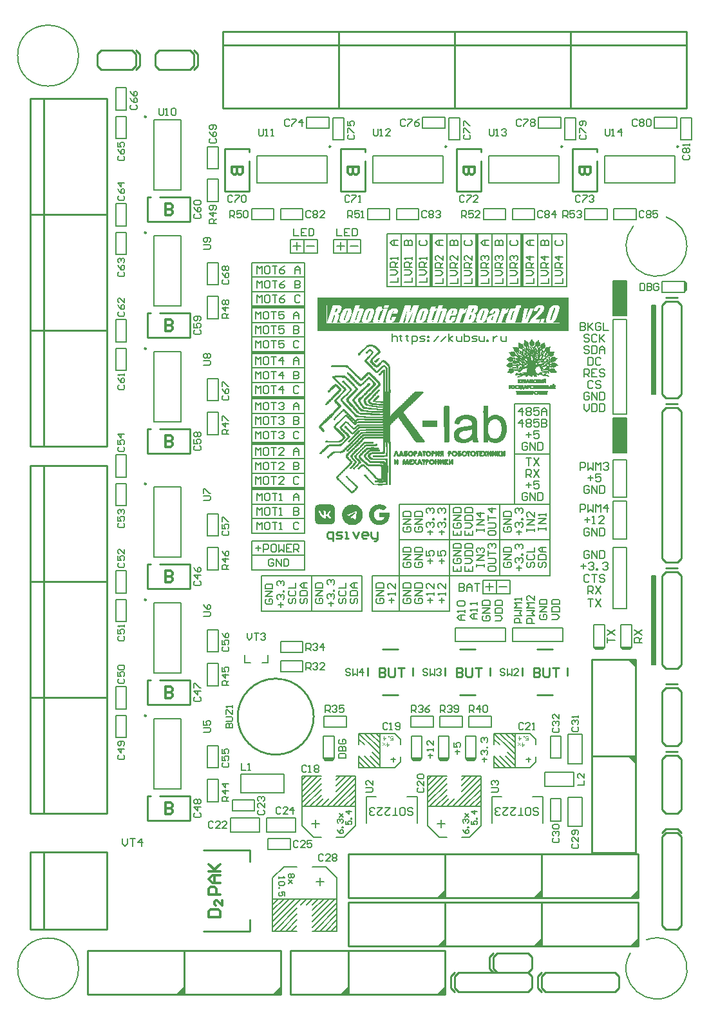
<source format=gbr>
%TF.GenerationSoftware,Altium Limited,Altium Designer,21.2.1 (34)*%
G04 Layer_Color=65535*
%FSLAX25Y25*%
%MOIN*%
%TF.SameCoordinates,3D92BD4A-1653-4209-B07E-4AD3ED082CDC*%
%TF.FilePolarity,Positive*%
%TF.FileFunction,Legend,Top*%
%TF.Part,Single*%
G01*
G75*
%TA.AperFunction,NonConductor*%
%ADD70C,0.00787*%
%ADD71C,0.00984*%
%ADD72C,0.01000*%
%ADD73C,0.00600*%
%ADD74C,0.00591*%
%ADD75C,0.00800*%
%ADD76C,0.00799*%
%ADD77C,0.00709*%
%ADD79C,0.01181*%
%ADD119C,0.00100*%
%ADD120C,0.00394*%
%ADD121R,1.25500X0.04100*%
%ADD122R,0.05000X0.17300*%
%ADD123R,0.05000X0.13300*%
%ADD124R,0.07000X0.18000*%
%ADD125R,0.02000X0.46000*%
%ADD126R,0.27500X0.01000*%
%ADD127R,0.01000X0.27500*%
G36*
X350100Y374211D02*
Y370789D01*
X349055Y369744D01*
Y375256D01*
X350100Y374211D01*
D02*
G37*
G36*
X320711Y184994D02*
X317289D01*
X316244Y186039D01*
X321756D01*
X320711Y184994D01*
D02*
G37*
G36*
X306672Y184939D02*
X303250D01*
X302205Y185984D01*
X307717D01*
X306672Y184939D01*
D02*
G37*
G36*
X323780Y175433D02*
X319685Y179527D01*
X323780D01*
Y175433D01*
D02*
G37*
G36*
X240211Y127400D02*
X236789D01*
X235744Y128445D01*
X241256D01*
X240211Y127400D01*
D02*
G37*
G36*
X226211D02*
X222789D01*
X221744Y128445D01*
X227256D01*
X226211Y127400D01*
D02*
G37*
G36*
X212211D02*
X208789D01*
X207744Y128445D01*
X213256D01*
X212211Y127400D01*
D02*
G37*
G36*
X166711D02*
X163289D01*
X162244Y128445D01*
X167756D01*
X166711Y127400D01*
D02*
G37*
G36*
X323780Y125433D02*
X319685Y129527D01*
X323780D01*
Y125433D01*
D02*
G37*
G36*
X325000Y56221D02*
X320905D01*
X325000Y60315D01*
Y56221D01*
D02*
G37*
G36*
X275000Y56221D02*
X270906D01*
X275000Y60315D01*
Y56221D01*
D02*
G37*
G36*
X225000D02*
X220905D01*
X225000Y60315D01*
Y56221D01*
D02*
G37*
G36*
X325000Y31220D02*
X320905D01*
X325000Y35315D01*
Y31220D01*
D02*
G37*
G36*
X275000D02*
X270905D01*
X275000Y35315D01*
Y31220D01*
D02*
G37*
G36*
X225157D02*
X221063D01*
X225157Y35315D01*
Y31220D01*
D02*
G37*
G36*
X90000Y6221D02*
X85906D01*
X90000Y10315D01*
Y6221D01*
D02*
G37*
G36*
X225000Y6221D02*
X220905D01*
X225000Y10315D01*
Y6221D01*
D02*
G37*
G36*
X140000D02*
X135906D01*
X140000Y10315D01*
Y6221D01*
D02*
G37*
G36*
X175000Y6220D02*
X170905D01*
X175000Y10315D01*
Y6220D01*
D02*
G37*
G36*
X169087Y361335D02*
X169176Y361322D01*
X169240Y361297D01*
X169291Y361272D01*
X169317Y361246D01*
X169342Y361233D01*
Y361221D01*
X169368Y361157D01*
X169380Y361080D01*
Y360991D01*
X169368Y360902D01*
X169342Y360812D01*
X169330Y360736D01*
X169317Y360685D01*
X169304Y360672D01*
X169138Y360175D01*
X169062Y359984D01*
X168998Y359818D01*
X168934Y359703D01*
X168870Y359614D01*
X168819Y359550D01*
X168781Y359512D01*
X168756Y359487D01*
X168743D01*
X168667Y359448D01*
X168577Y359423D01*
X168373Y359397D01*
X168297Y359384D01*
X168157D01*
X168832Y361361D01*
X168973D01*
X169087Y361335D01*
D02*
G37*
G36*
X282103Y361667D02*
X282167Y361654D01*
X282205Y361616D01*
X282243Y361590D01*
X282269Y361514D01*
Y361501D01*
Y361488D01*
Y361399D01*
X282243Y361272D01*
X282205Y361131D01*
X282154Y360978D01*
X282116Y360838D01*
X282078Y360723D01*
X282065Y360672D01*
X282052Y360634D01*
X282039Y360621D01*
Y360609D01*
X280535Y356197D01*
X280458Y355980D01*
X280382Y355789D01*
X280331Y355649D01*
X280280Y355534D01*
X280229Y355445D01*
X280204Y355394D01*
X280191Y355368D01*
X280178Y355356D01*
X280127Y355292D01*
X280063Y355254D01*
X279936Y355203D01*
X279885Y355190D01*
X279834Y355177D01*
X279796D01*
X279719Y355190D01*
X279655Y355203D01*
X279604Y355228D01*
X279566Y355254D01*
X279540Y355305D01*
X279528Y355330D01*
Y355368D01*
X279540Y355419D01*
X279566Y355547D01*
X279604Y355700D01*
X279655Y355853D01*
X279694Y356006D01*
X279745Y356133D01*
X279757Y356184D01*
X279770Y356223D01*
X279783Y356248D01*
Y356261D01*
X281262Y360609D01*
X281338Y360851D01*
X281415Y361042D01*
X281479Y361195D01*
X281529Y361310D01*
X281580Y361386D01*
X281606Y361450D01*
X281631Y361475D01*
Y361488D01*
X281682Y361552D01*
X281746Y361603D01*
X281810Y361629D01*
X281874Y361654D01*
X281925Y361667D01*
X281976Y361680D01*
X282014D01*
X282103Y361667D01*
D02*
G37*
G36*
X167850Y357982D02*
X167978Y357969D01*
X168067Y357944D01*
X168131Y357906D01*
X168182Y357867D01*
X168208Y357842D01*
X168220Y357829D01*
Y357816D01*
X168233Y357778D01*
Y357727D01*
X168220Y357612D01*
X168195Y357459D01*
X168157Y357306D01*
X168118Y357166D01*
X168080Y357038D01*
X168067Y356988D01*
X168054Y356962D01*
X168042Y356937D01*
Y356924D01*
X167034Y353966D01*
X166321D01*
X167685Y357995D01*
X167850Y357982D01*
D02*
G37*
G36*
X284424Y361667D02*
Y363056D01*
D01*
Y353966D01*
Y353800D01*
D01*
Y353800D01*
X164000D01*
Y353966D01*
X170515D01*
D01*
X169189D01*
X169980Y356312D01*
X170044Y356503D01*
X170107Y356681D01*
X170158Y356835D01*
X170196Y356975D01*
X170235Y357102D01*
X170273Y357204D01*
X170299Y357306D01*
X170311Y357383D01*
X170350Y357510D01*
X170362Y357587D01*
X170375Y357625D01*
Y357638D01*
Y357727D01*
X170362Y357816D01*
X170324Y357995D01*
X170299Y358059D01*
X170286Y358109D01*
X170273Y358148D01*
X170260Y358160D01*
X170184Y358262D01*
X170082Y358352D01*
X169954Y358441D01*
X169827Y358505D01*
X169699Y358556D01*
X169597Y358594D01*
X169521Y358607D01*
X169508Y358619D01*
X169495D01*
X169763Y358658D01*
X170005Y358721D01*
X170209Y358785D01*
X170362Y358862D01*
X170490Y358938D01*
X170515Y358957D01*
X170579Y359002D01*
X170643Y359040D01*
X170656Y359053D01*
X170732Y359130D01*
X170796Y359219D01*
X170936Y359423D01*
X171063Y359652D01*
X171160Y359882D01*
X171166Y359894D01*
D01*
D01*
X171267Y360111D01*
X171306Y360201D01*
X171331Y360290D01*
X171357Y360353D01*
X171382Y360404D01*
X171395Y360443D01*
Y360455D01*
X171459Y360660D01*
X171510Y360851D01*
X171561Y361029D01*
X171565Y361055D01*
D01*
D01*
X171571Y361093D01*
D01*
X171572Y361106D01*
X171584Y361182D01*
D01*
X171586Y361195D01*
X171612Y361348D01*
X171618Y361412D01*
X171625Y361475D01*
X171637Y361603D01*
Y361807D01*
X171625Y361883D01*
Y361960D01*
X171612Y362011D01*
X171599Y362062D01*
Y362087D01*
X171586Y362113D01*
X171497Y362292D01*
X171395Y362432D01*
X171267Y362546D01*
X171140Y362636D01*
X171025Y362700D01*
X170936Y362738D01*
X170872Y362763D01*
X170847D01*
X170732Y362789D01*
X170605Y362802D01*
X170451Y362827D01*
X170286Y362840D01*
X169916Y362865D01*
X169559Y362878D01*
X169380D01*
X169215Y362891D01*
X167022D01*
X164000Y353966D01*
Y362891D01*
X165169D01*
X164000D01*
Y363056D01*
X268933D01*
Y361616D01*
Y363056D01*
X274428D01*
X274185Y363044D01*
X273956Y363018D01*
X273739Y362993D01*
X273561Y362954D01*
X273408Y362903D01*
X273293Y362878D01*
X273217Y362853D01*
X273204Y362840D01*
X273191D01*
X272987Y362751D01*
X272796Y362649D01*
X272630Y362546D01*
X272477Y362444D01*
X272350Y362343D01*
X272260Y362266D01*
X272209Y362215D01*
X272184Y362202D01*
X272031Y362049D01*
X271890Y361896D01*
X271776Y361743D01*
X271674Y361616D01*
X271610Y361514D01*
X271546Y361424D01*
X271521Y361373D01*
X271508Y361348D01*
X271431Y361170D01*
X271342Y360978D01*
X271266Y360787D01*
X271189Y360596D01*
X271126Y360417D01*
X271075Y360290D01*
X271062Y360239D01*
X271049Y360201D01*
X271036Y360175D01*
Y360162D01*
X270921Y359843D01*
X271177D01*
D01*
X272910D01*
X273204Y360685D01*
X273280Y360889D01*
X273357Y361055D01*
X273421Y361195D01*
X273484Y361297D01*
X273522Y361386D01*
X273561Y361437D01*
X273586Y361463D01*
X273599Y361475D01*
X273675Y361539D01*
X273752Y361590D01*
X273829Y361629D01*
X273892Y361654D01*
X273956Y361667D01*
X274007Y361680D01*
X274045D01*
X274134Y361667D01*
X274198Y361654D01*
X274262Y361616D01*
X274300Y361590D01*
X274351Y361514D01*
X274364Y361501D01*
Y361488D01*
X274377Y361412D01*
Y361335D01*
X274351Y361157D01*
X274339Y361080D01*
X274326Y361017D01*
X274300Y360965D01*
Y360953D01*
X274262Y360863D01*
X274224Y360761D01*
X274109Y360545D01*
X273969Y360328D01*
X273816Y360111D01*
X273675Y359920D01*
X273612Y359843D01*
X273561Y359767D01*
X273510Y359703D01*
X273471Y359665D01*
X273459Y359640D01*
X273446Y359627D01*
X273370Y359538D01*
X273280Y359436D01*
X273178Y359321D01*
X273063Y359193D01*
X272809Y358913D01*
X272515Y358581D01*
X272184Y358237D01*
X271852Y357867D01*
X271138Y357115D01*
X270794Y356758D01*
X270475Y356401D01*
X270169Y356095D01*
X269901Y355815D01*
X269787Y355687D01*
X269685Y355572D01*
X269596Y355483D01*
X269519Y355394D01*
X269455Y355330D01*
X269404Y355279D01*
X269379Y355254D01*
X269366Y355241D01*
X268933Y353966D01*
X267657D01*
X271177Y361272D01*
X269187D01*
X268996Y360825D01*
X268933Y360677D01*
X268805Y360379D01*
X268639Y359958D01*
X268550Y359767D01*
X268474Y359589D01*
X268397Y359423D01*
X268333Y359270D01*
X268282Y359130D01*
X268231Y359015D01*
X268193Y358926D01*
X268167Y358862D01*
X268155Y358811D01*
X268142Y358798D01*
X267964Y358390D01*
X267811Y358020D01*
X267670Y357689D01*
X267543Y357396D01*
X267428Y357128D01*
X267326Y356898D01*
X267237Y356694D01*
X267160Y356516D01*
X267096Y356363D01*
X267045Y356235D01*
X266995Y356133D01*
X266969Y356057D01*
X266931Y356006D01*
X266918Y355955D01*
X266909Y355946D01*
X266905Y355929D01*
Y355942D01*
X266909Y355946D01*
X268104Y361272D01*
X266115D01*
X264763Y353966D01*
D01*
X273829D01*
X274339Y355483D01*
X271903D01*
X272413Y355980D01*
X272860Y356439D01*
X273268Y356847D01*
X273637Y357217D01*
X273956Y357548D01*
X274249Y357842D01*
X274492Y358109D01*
X274695Y358326D01*
X274874Y358530D01*
X275027Y358683D01*
X275142Y358823D01*
X275231Y358926D01*
X275307Y359002D01*
X275346Y359066D01*
X275371Y359091D01*
X275384Y359104D01*
X275613Y359423D01*
X275817Y359716D01*
X275983Y359997D01*
X276111Y360239D01*
X276213Y360443D01*
X276251Y360519D01*
X276276Y360596D01*
X276302Y360647D01*
X276315Y360685D01*
X276327Y360711D01*
Y360723D01*
X276378Y360914D01*
X276417Y361080D01*
X276442Y361246D01*
X276455Y361412D01*
X276442Y361692D01*
X276404Y361934D01*
X276340Y362126D01*
X276315Y362215D01*
X276276Y362279D01*
X276251Y362330D01*
X276238Y362368D01*
X276213Y362381D01*
Y362393D01*
X276123Y362508D01*
X276009Y362610D01*
X275881Y362700D01*
X275741Y362776D01*
X275448Y362891D01*
X275154Y362980D01*
X274874Y363018D01*
X274746Y363031D01*
X274644Y363044D01*
X274555Y363056D01*
X276455D01*
Y363056D01*
X277373D01*
Y363056D01*
X282435D01*
X282103Y363044D01*
X281797Y363005D01*
X281517Y362942D01*
X281275Y362878D01*
X281070Y362802D01*
X280981Y362776D01*
X280918Y362751D01*
X280854Y362725D01*
X280816Y362700D01*
X280790Y362687D01*
X280777D01*
X280509Y362534D01*
X280280Y362381D01*
X280076Y362215D01*
X279910Y362062D01*
X279783Y361922D01*
X279681Y361807D01*
X279630Y361731D01*
X279604Y361718D01*
Y361705D01*
X279528Y361578D01*
X279451Y361450D01*
X279298Y361157D01*
X279158Y360851D01*
X279043Y360558D01*
X278928Y360277D01*
X278890Y360162D01*
X278852Y360060D01*
X278814Y359971D01*
X278801Y359907D01*
X278776Y359869D01*
Y359856D01*
X277717Y356745D01*
X277615Y356414D01*
X277526Y356146D01*
X277475Y355904D01*
X277424Y355713D01*
X277398Y355572D01*
X277386Y355457D01*
X277373Y355406D01*
Y355215D01*
X277398Y355075D01*
X277424Y354935D01*
X277449Y354807D01*
X277488Y354705D01*
X277513Y354616D01*
X277526Y354565D01*
X277539Y354552D01*
X277628Y354412D01*
X277717Y354297D01*
X277832Y354195D01*
X277934Y354119D01*
X278036Y354055D01*
X278113Y354017D01*
X278164Y353991D01*
X278189Y353978D01*
X278380Y353915D01*
X278584Y353876D01*
X278801Y353838D01*
X278992Y353825D01*
X279171Y353813D01*
X279324Y353800D01*
X277373D01*
X283121D01*
X279451D01*
X279681Y353813D01*
X279897Y353825D01*
X280089Y353851D01*
X280267Y353889D01*
X280408Y353915D01*
X280522Y353940D01*
X280586Y353953D01*
X280611Y353966D01*
X280816Y354042D01*
X281007Y354132D01*
X281185Y354221D01*
X281338Y354323D01*
X281466Y354399D01*
X281555Y354476D01*
X281619Y354527D01*
X281644Y354539D01*
X281810Y354693D01*
X281963Y354845D01*
X282090Y354998D01*
X282205Y355126D01*
X282282Y355241D01*
X282346Y355330D01*
X282384Y355381D01*
X282397Y355406D01*
X282499Y355610D01*
X282600Y355840D01*
X282702Y356082D01*
X282804Y356325D01*
X282881Y356541D01*
X282919Y356643D01*
X282945Y356720D01*
X282970Y356784D01*
X282996Y356847D01*
X283009Y356873D01*
Y356886D01*
X284016Y359856D01*
X284080Y360048D01*
X284131Y360213D01*
X284181Y360366D01*
X284220Y360519D01*
X284296Y360774D01*
X284347Y360978D01*
X284373Y361131D01*
X284398Y361246D01*
X284411Y361310D01*
Y361335D01*
X284424Y361501D01*
Y361654D01*
X284411Y361794D01*
X284385Y361922D01*
X284360Y362024D01*
X284334Y362100D01*
X284322Y362151D01*
X284309Y362164D01*
X284232Y362292D01*
X284131Y362419D01*
X284029Y362521D01*
X283914Y362610D01*
X283812Y362687D01*
X283722Y362738D01*
X283671Y362776D01*
X283646Y362789D01*
X283455Y362878D01*
X283251Y362942D01*
X283047Y362993D01*
X282856Y363018D01*
X282690Y363044D01*
X282562Y363056D01*
X284424D01*
Y361667D01*
D02*
G37*
%LPC*%
G36*
X226042Y362891D02*
D01*
Y361934D01*
Y362891D01*
D02*
G37*
G36*
X242247D02*
D01*
Y361794D01*
X242234Y361871D01*
Y361922D01*
X242221Y361973D01*
Y361998D01*
X242209Y362024D01*
X242132Y362202D01*
X242030Y362355D01*
X241928Y362470D01*
X241813Y362559D01*
X241699Y362636D01*
X241609Y362674D01*
X241558Y362700D01*
X241533Y362712D01*
X241431Y362738D01*
X241316Y362776D01*
X241061Y362814D01*
X240806Y362853D01*
X240538Y362865D01*
X240296Y362878D01*
X240194Y362891D01*
X237606D01*
X236547Y359765D01*
D01*
X234584Y353966D01*
X233717D01*
X241252D01*
D01*
X237516D01*
X237746Y353978D01*
X237963D01*
X238154Y353991D01*
X238333Y354004D01*
X238486Y354017D01*
X238626Y354029D01*
X238740Y354042D01*
X238855Y354055D01*
X238945Y354068D01*
X239008Y354081D01*
X239072Y354093D01*
X239123Y354106D01*
X239148Y354119D01*
X239174D01*
X239352Y354195D01*
X239518Y354285D01*
X239671Y354386D01*
X239799Y354476D01*
X239888Y354578D01*
X239965Y354654D01*
X240016Y354705D01*
X240028Y354718D01*
X240156Y354896D01*
X240283Y355113D01*
X240398Y355330D01*
X240500Y355547D01*
X240577Y355751D01*
X240615Y355840D01*
X240640Y355904D01*
X240666Y355967D01*
X240679Y356018D01*
X240691Y356044D01*
Y356057D01*
X240985Y356886D01*
X241074Y357191D01*
X241125Y357459D01*
X241163Y357676D01*
Y357855D01*
Y357995D01*
X241150Y358097D01*
X241138Y358148D01*
X241125Y358173D01*
X241087Y358250D01*
X241048Y358326D01*
X240933Y358454D01*
X240780Y358556D01*
X240628Y358645D01*
X240487Y358709D01*
X240360Y358747D01*
X240309Y358772D01*
X240283D01*
X240258Y358785D01*
X240245D01*
X240513Y358849D01*
X240755Y358926D01*
X240946Y359002D01*
X241099Y359079D01*
X241214Y359155D01*
X241303Y359206D01*
X241354Y359244D01*
X241367Y359257D01*
X241494Y359397D01*
X241622Y359563D01*
X241724Y359741D01*
X241813Y359920D01*
X241890Y360086D01*
X241941Y360226D01*
X241966Y360277D01*
X241975Y360302D01*
X241979Y360315D01*
D01*
D01*
X241992Y360341D01*
Y360353D01*
D01*
X242056Y360558D01*
X242119Y360761D01*
X242158Y360940D01*
X242196Y361093D01*
X242221Y361246D01*
X242229Y361335D01*
D01*
X242231Y361348D01*
X242232Y361361D01*
D01*
D01*
X242234Y361386D01*
D01*
D01*
X242247Y361514D01*
Y362891D01*
D02*
G37*
G36*
X196168D02*
X193873D01*
X193478Y361731D01*
X195773D01*
X196168Y362891D01*
D02*
G37*
G36*
X211749D02*
D01*
Y361412D01*
Y362891D01*
D02*
G37*
G36*
X175781Y362891D02*
Y361412D01*
D01*
Y362891D01*
D02*
G37*
G36*
X258274Y361412D02*
X258095Y361386D01*
X257929Y361348D01*
X257764Y361284D01*
X257598Y361208D01*
X257305Y361029D01*
X257037Y360838D01*
X256922Y360736D01*
X256820Y360634D01*
X256718Y360545D01*
X256642Y360468D01*
X256591Y360404D01*
X256540Y360353D01*
X256514Y360315D01*
X256501Y360302D01*
X256896Y361272D01*
X254678D01*
X253390Y357468D01*
D01*
X252204Y353966D01*
X253390D01*
X256540D01*
D01*
X254436D01*
X255405Y356847D01*
X255469Y357038D01*
X255532Y357204D01*
X255596Y357370D01*
X255647Y357510D01*
X255698Y357625D01*
X255736Y357740D01*
X255774Y357842D01*
X255813Y357918D01*
X255864Y358046D01*
X255915Y358135D01*
X255927Y358186D01*
X255940Y358199D01*
X256004Y358313D01*
X256093Y358403D01*
X256170Y358479D01*
X256246Y358556D01*
X256323Y358607D01*
X256386Y358645D01*
X256425Y358658D01*
X256437Y358670D01*
X256578Y358721D01*
X256731Y358772D01*
X256896Y358798D01*
X257049Y358811D01*
X257177Y358823D01*
X257292Y358836D01*
X257394D01*
X258274Y361412D01*
D02*
G37*
G36*
X236547Y361412D02*
X236369Y361386D01*
X236203Y361348D01*
X236037Y361284D01*
X235872Y361208D01*
X235578Y361029D01*
X235311Y360838D01*
X235196Y360736D01*
X235094Y360634D01*
X234992Y360545D01*
X234915Y360468D01*
X234864Y360404D01*
X234813Y360353D01*
X234788Y360315D01*
X234775Y360302D01*
D01*
D01*
X234781Y360315D01*
D01*
D01*
D01*
X234791Y360341D01*
D01*
D01*
X234796Y360353D01*
D01*
X234801Y360366D01*
D01*
D01*
X234833Y360443D01*
X234843Y360468D01*
D01*
D01*
X234858Y360507D01*
D01*
X234864Y360519D01*
X234869Y360532D01*
D01*
X234879Y360558D01*
D01*
D01*
X234910Y360634D01*
X234936Y360698D01*
D01*
X234952Y360736D01*
Y360736D01*
D01*
X234963Y360761D01*
X234968Y360774D01*
D01*
X234983Y360812D01*
X234994Y360838D01*
D01*
D01*
X234999Y360851D01*
D01*
X235025Y360914D01*
X235030Y360927D01*
D01*
X235056Y360991D01*
X235056Y360991D01*
D01*
X235072Y361029D01*
X235082Y361055D01*
D01*
Y361055D01*
X235087Y361068D01*
D01*
X235098Y361093D01*
Y361093D01*
D01*
X235103Y361106D01*
D01*
D01*
Y361106D01*
X235108Y361119D01*
D01*
X235119Y361144D01*
X235124Y361157D01*
D01*
X235129Y361170D01*
X235134Y361182D01*
D01*
X235144Y361208D01*
D01*
D01*
X235152Y361226D01*
X235155Y361233D01*
D01*
X235160Y361246D01*
X235165Y361259D01*
D01*
X235171Y361272D01*
X232952D01*
X230479Y353966D01*
X231588D01*
X232710D01*
X233679Y356847D01*
X233742Y357038D01*
X233806Y357204D01*
X233870Y357370D01*
X233921Y357510D01*
X233972Y357625D01*
X234010Y357740D01*
X234049Y357842D01*
X234087Y357918D01*
X234138Y358046D01*
X234189Y358135D01*
X234202Y358186D01*
X234214Y358199D01*
X234278Y358313D01*
X234367Y358403D01*
X234444Y358479D01*
X234520Y358556D01*
X234597Y358607D01*
X234661Y358645D01*
X234699Y358658D01*
X234712Y358670D01*
X234852Y358721D01*
X235005Y358772D01*
X235171Y358798D01*
X235324Y358811D01*
X235451Y358823D01*
X235566Y358836D01*
X235668D01*
X236547Y361412D01*
D02*
G37*
G36*
X211749Y362891D02*
X208740D01*
X206789Y358721D01*
X207223Y360978D01*
X207299Y361373D01*
X207376Y361743D01*
X207439Y362062D01*
X207465Y362215D01*
X207490Y362343D01*
X207516Y362470D01*
X207541Y362572D01*
X207554Y362674D01*
X207567Y362751D01*
X207579Y362814D01*
X207592Y362853D01*
Y362878D01*
Y362891D01*
X204596D01*
X201574Y353966D01*
X210091D01*
D01*
X208727D01*
X211749Y362891D01*
D02*
G37*
G36*
X199012Y361412D02*
X198871D01*
X198553Y361399D01*
X198247Y361348D01*
X197979Y361297D01*
X197737Y361221D01*
X197532Y361157D01*
X197456Y361119D01*
X197380Y361093D01*
X197328Y361068D01*
X197290Y361042D01*
X197265Y361029D01*
X197252D01*
X196997Y360889D01*
X196780Y360736D01*
X196589Y360596D01*
X196436Y360468D01*
X196321Y360353D01*
X196232Y360264D01*
X196181Y360213D01*
X196168Y360188D01*
X196041Y359997D01*
X195926Y359767D01*
X195811Y359538D01*
X195709Y359308D01*
X195620Y359104D01*
X195595Y359015D01*
X195556Y358938D01*
X195544Y358875D01*
X195518Y358823D01*
X195505Y358798D01*
Y358785D01*
X194804Y356707D01*
X194689Y356325D01*
X194600Y355993D01*
X194536Y355713D01*
X194498Y355483D01*
X194485Y355381D01*
X194473Y355292D01*
X194460Y355215D01*
Y355164D01*
Y355113D01*
Y355075D01*
Y355062D01*
Y355049D01*
X194485Y354845D01*
X194549Y354667D01*
X194625Y354514D01*
X194715Y354386D01*
X194791Y354285D01*
X194868Y354221D01*
X194919Y354170D01*
X194931Y354157D01*
X195123Y354055D01*
X195340Y353978D01*
X195569Y353915D01*
X195799Y353876D01*
X196002Y353851D01*
X196092D01*
X196168Y353838D01*
X194460D01*
D01*
X200733D01*
D01*
X196321D01*
X196589Y353851D01*
X196844Y353876D01*
X197061Y353915D01*
X197252Y353953D01*
X197418Y353991D01*
X197532Y354029D01*
X197609Y354055D01*
X197634Y354068D01*
X197851Y354170D01*
X198043Y354272D01*
X198234Y354386D01*
X198387Y354501D01*
X198514Y354603D01*
X198616Y354680D01*
X198667Y354731D01*
X198693Y354756D01*
X198858Y354922D01*
X198999Y355088D01*
X199114Y355241D01*
X199203Y355381D01*
X199279Y355483D01*
X199330Y355572D01*
X199356Y355636D01*
X199369Y355649D01*
X199445Y355840D01*
X199534Y356044D01*
X199624Y356261D01*
X199700Y356477D01*
X199776Y356669D01*
X199802Y356758D01*
X199828Y356835D01*
X199853Y356886D01*
X199866Y356937D01*
X199879Y356962D01*
Y356975D01*
X197889D01*
X197596Y356108D01*
X197532Y355904D01*
X197456Y355751D01*
X197405Y355610D01*
X197354Y355508D01*
X197316Y355419D01*
X197277Y355368D01*
X197265Y355343D01*
X197252Y355330D01*
X197188Y355266D01*
X197125Y355215D01*
X197073Y355190D01*
X197010Y355164D01*
X196959Y355152D01*
X196921Y355139D01*
X196882D01*
X196818Y355152D01*
X196767Y355164D01*
X196691Y355241D01*
X196666Y355305D01*
X196653Y355317D01*
Y355330D01*
Y355406D01*
X196666Y355508D01*
X196704Y355700D01*
X196729Y355776D01*
X196742Y355853D01*
X196767Y355904D01*
Y355917D01*
X197928Y359346D01*
X197992Y359512D01*
X198043Y359652D01*
X198093Y359754D01*
X198132Y359843D01*
X198157Y359907D01*
X198183Y359946D01*
X198208Y359958D01*
Y359971D01*
X198259Y360022D01*
X198298Y360048D01*
X198399Y360099D01*
X198476Y360111D01*
X198502D01*
X198565Y360099D01*
X198616Y360086D01*
X198654Y360060D01*
X198680Y360035D01*
X198705Y359971D01*
Y359958D01*
Y359946D01*
Y359882D01*
X198693Y359792D01*
X198654Y359589D01*
X198629Y359499D01*
X198603Y359423D01*
X198591Y359372D01*
X198578Y359346D01*
X198298Y358518D01*
X200401D01*
X200516Y358875D01*
X200592Y359193D01*
X200656Y359461D01*
X200694Y359690D01*
X200720Y359869D01*
X200733Y359997D01*
Y360099D01*
D01*
X200707Y360302D01*
X200643Y360494D01*
X200567Y360647D01*
X200478Y360787D01*
X200376Y360889D01*
X200299Y360978D01*
X200248Y361029D01*
X200223Y361042D01*
X200031Y361170D01*
X199802Y361259D01*
X199585Y361322D01*
X199369Y361361D01*
X199177Y361399D01*
X199088D01*
X199012Y361412D01*
D02*
G37*
G36*
X232502D02*
X226042D01*
X229637D01*
X229357Y361399D01*
X229089Y361361D01*
X228847Y361310D01*
X228630Y361259D01*
X228438Y361208D01*
X228298Y361157D01*
X228247Y361131D01*
X228209Y361119D01*
X228196Y361106D01*
X228184D01*
X227941Y360991D01*
X227712Y360851D01*
X227520Y360711D01*
X227355Y360570D01*
X227227Y360443D01*
X227125Y360341D01*
X227074Y360277D01*
X227049Y360264D01*
Y360251D01*
X226883Y360035D01*
X226743Y359780D01*
X226603Y359538D01*
X226488Y359295D01*
X226398Y359079D01*
X226360Y358989D01*
X226335Y358900D01*
X226309Y358836D01*
X226284Y358785D01*
X226271Y358760D01*
Y358747D01*
X225544Y356618D01*
X225455Y356325D01*
X225378Y356082D01*
X225327Y355866D01*
X225289Y355687D01*
X225264Y355547D01*
X225251Y355445D01*
X225238Y355394D01*
D01*
Y355368D01*
Y355215D01*
X225251Y355075D01*
X225276Y354935D01*
X225302Y354820D01*
X225340Y354731D01*
X225366Y354654D01*
X225378Y354603D01*
X225391Y354591D01*
X225468Y354463D01*
X225570Y354348D01*
X225672Y354259D01*
X225786Y354183D01*
X225888Y354119D01*
X225965Y354068D01*
X226016Y354042D01*
X226042Y354029D01*
X226042D01*
X226233Y353966D01*
X226424Y353915D01*
X226615Y353889D01*
X226806Y353864D01*
X226972Y353851D01*
X227100Y353838D01*
X227215D01*
X227482Y353851D01*
X227725Y353876D01*
X227941Y353902D01*
X228120Y353940D01*
X228273Y353978D01*
X228387Y354017D01*
X228464Y354029D01*
X228489Y354042D01*
X228694Y354132D01*
X228885Y354221D01*
X229050Y354323D01*
X229204Y354425D01*
X229331Y354514D01*
X229420Y354591D01*
X229471Y354642D01*
X229497Y354654D01*
X229662Y354807D01*
X229790Y354947D01*
X229905Y355088D01*
X230007Y355203D01*
X230070Y355292D01*
X230121Y355368D01*
X230147Y355419D01*
X230160Y355432D01*
X230236Y355585D01*
X230326Y355751D01*
X230402Y355929D01*
X230466Y356095D01*
X230517Y356248D01*
X230568Y356363D01*
X230580Y356414D01*
X230593Y356452D01*
X230606Y356465D01*
Y356477D01*
X230785Y357026D01*
X230479D01*
X228668D01*
X228337Y356057D01*
X228273Y355866D01*
X228209Y355713D01*
X228158Y355585D01*
X228107Y355483D01*
X228069Y355406D01*
X228030Y355356D01*
X228018Y355330D01*
X228005Y355317D01*
X227954Y355254D01*
X227890Y355215D01*
X227750Y355164D01*
X227699Y355152D01*
X227648Y355139D01*
X227610D01*
X227546Y355152D01*
X227495Y355164D01*
X227431Y355215D01*
X227406Y355254D01*
X227393Y355279D01*
Y355343D01*
X227406Y355432D01*
X227431Y355547D01*
X227457Y355649D01*
X227495Y355751D01*
X227520Y355840D01*
X227533Y355891D01*
X227546Y355917D01*
X228081Y357498D01*
X230479D01*
X230950D01*
X231269Y358467D01*
X231384Y358836D01*
X231473Y359168D01*
X231537Y359448D01*
X231562Y359690D01*
X231588Y359869D01*
Y359946D01*
Y360009D01*
Y360048D01*
Y360086D01*
Y360099D01*
Y360111D01*
X231550Y360315D01*
X231486Y360507D01*
X231397Y360672D01*
X231307Y360800D01*
X231218Y360914D01*
X231129Y360991D01*
X231090Y361029D01*
X231078Y361042D01*
X231052Y361055D01*
X230848Y361170D01*
X230631Y361259D01*
X230389Y361322D01*
X230160Y361373D01*
X229956Y361399D01*
X229867D01*
X229790Y361412D01*
X230479D01*
X232502D01*
D02*
G37*
G36*
X276799Y355789D02*
X276455D01*
X275116D01*
X274504Y353966D01*
X274319D01*
X276799D01*
X276187D01*
X276455Y354763D01*
X276799Y355789D01*
D02*
G37*
G36*
X264330Y362891D02*
D01*
Y353838D01*
X257623D01*
X257764Y353851D01*
X257904Y353864D01*
X258044Y353889D01*
X258159Y353927D01*
X258261Y353953D01*
X258350Y353978D01*
X258401Y353991D01*
X258414Y354004D01*
X258567Y354068D01*
X258720Y354157D01*
X258860Y354234D01*
X258987Y354310D01*
X259102Y354386D01*
X259179Y354450D01*
X259243Y354488D01*
X259255Y354501D01*
X259077Y353966D01*
X261308D01*
X264330Y362891D01*
X261231D01*
X262099D01*
X261397Y360800D01*
X261321Y360902D01*
X261244Y361004D01*
X261168Y361080D01*
X261091Y361144D01*
X261028Y361195D01*
X260977Y361233D01*
X260938Y361246D01*
X260926Y361259D01*
X260811Y361310D01*
X260696Y361348D01*
X260581Y361373D01*
X260467Y361399D01*
X260365D01*
X260288Y361412D01*
X260224D01*
X260033Y361399D01*
X259842Y361373D01*
X259676Y361322D01*
X259523Y361284D01*
X259396Y361233D01*
X259294Y361182D01*
X259243Y361157D01*
X259217Y361144D01*
X259051Y361042D01*
X258911Y360940D01*
X258784Y360825D01*
X258694Y360736D01*
X258618Y360647D01*
X258554Y360583D01*
X258528Y360532D01*
X258516Y360519D01*
X258426Y360366D01*
X258337Y360188D01*
X258248Y359984D01*
X258172Y359792D01*
X258095Y359601D01*
X258044Y359461D01*
X258018Y359397D01*
X258006Y359359D01*
X257993Y359333D01*
Y359321D01*
X256833Y355904D01*
X256744Y355623D01*
X256680Y355381D01*
X256629Y355177D01*
X256591Y355011D01*
X256565Y354884D01*
X256552Y354795D01*
X256540Y354744D01*
Y354731D01*
X256552Y354603D01*
X256578Y354488D01*
X256616Y354374D01*
X256667Y354285D01*
X256718Y354208D01*
X256769Y354157D01*
D01*
X256795Y354119D01*
X256807Y354106D01*
X256922Y354017D01*
X257062Y353953D01*
X257190Y353902D01*
X257330Y353876D01*
X257445Y353851D01*
X257534Y353838D01*
X256540D01*
D01*
X264330D01*
Y362891D01*
D02*
G37*
G36*
X224053Y362891D02*
X221821D01*
X220738Y359690D01*
X218799Y353966D01*
X218404D01*
X218799Y355139D01*
X218621D01*
X218481Y355152D01*
X218366Y355164D01*
X218289Y355177D01*
X218251Y355190D01*
X218213Y355203D01*
X218200Y355215D01*
Y355241D01*
Y355266D01*
X218213Y355368D01*
X218251Y355508D01*
X218289Y355649D01*
X218328Y355789D01*
X218366Y355904D01*
X218379Y355955D01*
X218391Y355993D01*
X218404Y356006D01*
Y356018D01*
X219743Y359946D01*
X220342D01*
X220738Y361106D01*
D01*
X220138D01*
D01*
D01*
D01*
D01*
D01*
X220145Y361127D01*
X220151Y361144D01*
D01*
X220160Y361170D01*
D01*
D01*
X220194Y361272D01*
X220198Y361284D01*
D01*
X220202Y361297D01*
X220211Y361322D01*
D01*
X220223Y361361D01*
D01*
D01*
X220236Y361399D01*
X220240Y361412D01*
D01*
D01*
D01*
D01*
X220521Y362253D01*
X218799D01*
D01*
X218289D01*
X217907Y361106D01*
X217423D01*
X217027Y359946D01*
X217512D01*
X216249Y356223D01*
X216186Y356031D01*
X216122Y355853D01*
X216071Y355687D01*
X216033Y355547D01*
X215995Y355419D01*
X215956Y355305D01*
X215931Y355203D01*
X215905Y355126D01*
X215880Y354986D01*
X215854Y354896D01*
X215842Y354845D01*
Y354833D01*
Y354731D01*
Y354629D01*
X215867Y354539D01*
X215893Y354463D01*
X215918Y354399D01*
X215944Y354348D01*
X215956Y354323D01*
X215969Y354310D01*
X216033Y354234D01*
X216109Y354170D01*
X216186Y354119D01*
X216262Y354081D01*
X216339Y354055D01*
X216390Y354029D01*
X216428Y354017D01*
X216441D01*
X216517Y354009D01*
D01*
X216568Y354004D01*
X216734Y353991D01*
X216913Y353978D01*
X217091D01*
X217244Y353966D01*
X216517D01*
D01*
X225238D01*
D01*
X223951D01*
X225659Y359002D01*
X225723Y359193D01*
X225774Y359359D01*
X225825Y359512D01*
D01*
D01*
X225828Y359525D01*
X225831Y359538D01*
D01*
X225834Y359550D01*
D01*
D01*
Y359550D01*
X225837Y359563D01*
D01*
D01*
Y359563D01*
D01*
X225841Y359576D01*
D01*
D01*
D01*
X225841Y359576D01*
D01*
Y359576D01*
X225844Y359589D01*
D01*
D01*
D01*
D01*
D01*
X225844Y359589D01*
D01*
X225847Y359601D01*
Y359601D01*
D01*
X225850Y359614D01*
X225853Y359627D01*
D01*
X225853Y359627D01*
X225857Y359640D01*
D01*
X225857Y359640D01*
D01*
D01*
X225860Y359652D01*
D01*
D01*
Y359652D01*
D01*
D01*
D01*
Y359652D01*
D01*
X225863Y359665D01*
X225901Y359792D01*
X225927Y359907D01*
X225930Y359920D01*
D01*
Y359920D01*
D01*
D01*
X225933Y359933D01*
X225933Y359933D01*
D01*
D01*
X225936Y359946D01*
D01*
D01*
D01*
D01*
D01*
D01*
D01*
Y359946D01*
D01*
D01*
D01*
D01*
D01*
D01*
D01*
D01*
Y359946D01*
X225939Y359958D01*
D01*
D01*
Y359958D01*
D01*
Y359958D01*
X225943Y359971D01*
D01*
Y359971D01*
D01*
D01*
X225946Y359984D01*
Y359984D01*
D01*
D01*
D01*
D01*
X225946Y359984D01*
D01*
D01*
D01*
X225949Y359997D01*
D01*
D01*
Y359997D01*
D01*
Y359997D01*
X225952Y360009D01*
D01*
D01*
D01*
D01*
Y360009D01*
Y360009D01*
D01*
D01*
D01*
X225956Y360022D01*
D01*
Y360022D01*
D01*
D01*
D01*
Y360022D01*
D01*
D01*
X225959Y360035D01*
D01*
D01*
Y360035D01*
D01*
D01*
X225963Y360048D01*
D01*
X225963Y360048D01*
D01*
D01*
D01*
D01*
D01*
Y360048D01*
X225967Y360060D01*
D01*
D01*
X225971Y360073D01*
D01*
X225974Y360086D01*
D01*
D01*
X225974Y360086D01*
D01*
D01*
D01*
D01*
D01*
D01*
D01*
D01*
X225978Y360099D01*
Y360099D01*
D01*
D01*
D01*
D01*
D01*
D01*
D01*
D01*
D01*
D01*
D01*
D01*
Y360099D01*
D01*
D01*
X225981Y360111D01*
D01*
D01*
D01*
D01*
Y360111D01*
X225981D01*
D01*
D01*
D01*
D01*
D01*
D01*
D01*
Y360111D01*
D01*
D01*
D01*
X225988Y360137D01*
D01*
Y360137D01*
X225992Y360150D01*
D01*
D01*
Y360150D01*
D01*
X225995Y360162D01*
D01*
D01*
X225995Y360162D01*
X225999Y360175D01*
D01*
X226002Y360188D01*
Y360188D01*
D01*
X226006Y360201D01*
X226006Y360201D01*
D01*
X226009Y360213D01*
X226009Y360213D01*
D01*
X226012Y360226D01*
Y360226D01*
D01*
X226016Y360239D01*
X226029Y360341D01*
X226042Y360404D01*
Y360417D01*
Y360558D01*
X226016Y360698D01*
X226008Y360723D01*
Y360723D01*
D01*
D01*
X226003Y360736D01*
D01*
Y360736D01*
D01*
D01*
X225995Y360761D01*
D01*
D01*
D01*
Y360761D01*
D01*
Y360761D01*
X225991Y360774D01*
D01*
X225982Y360800D01*
X225978Y360812D01*
D01*
D01*
D01*
D01*
Y360812D01*
X225927Y360914D01*
X225876Y360991D01*
X225825Y361055D01*
X225786Y361093D01*
X225774Y361106D01*
X225646Y361208D01*
X225506Y361284D01*
X225366Y361335D01*
X225238Y361370D01*
D01*
X225225Y361373D01*
X225098Y361399D01*
X224983Y361412D01*
X224754D01*
X224613Y361386D01*
X224486Y361373D01*
X224371Y361348D01*
X224269Y361322D01*
X224193Y361297D01*
X224142Y361284D01*
X224129Y361272D01*
X223989Y361221D01*
X223849Y361157D01*
X223721Y361093D01*
X223606Y361029D01*
X223517Y360965D01*
X223441Y360914D01*
X223390Y360889D01*
X223377Y360876D01*
X224053Y362891D01*
D02*
G37*
G36*
X192573Y362253D02*
X190851D01*
D01*
X190341D01*
X189959Y361106D01*
X189474D01*
X189079Y359946D01*
X189564D01*
X188302Y356223D01*
X188238Y356031D01*
X188174Y355853D01*
X188123Y355687D01*
X188085Y355547D01*
X188047Y355419D01*
X188008Y355305D01*
X187983Y355203D01*
X187957Y355126D01*
X187932Y354986D01*
X187906Y354896D01*
X187893Y354845D01*
Y354833D01*
Y354731D01*
Y354629D01*
X187919Y354539D01*
X187944Y354463D01*
X187970Y354399D01*
X187996Y354348D01*
X188008Y354323D01*
X188021Y354310D01*
X188085Y354234D01*
X188161Y354170D01*
X188238Y354119D01*
X188314Y354081D01*
X188391Y354055D01*
X188442Y354029D01*
X188480Y354017D01*
X188493D01*
X188569Y354009D01*
D01*
X188620Y354004D01*
X188786Y353991D01*
X188964Y353978D01*
X189143D01*
X189296Y353966D01*
X188569D01*
D01*
X194460Y353966D01*
D01*
X193147D01*
X195620Y361272D01*
X194460D01*
X193325D01*
X190851Y353966D01*
X190456D01*
X190851Y355139D01*
X190673D01*
X190533Y355152D01*
X190418Y355164D01*
X190341Y355177D01*
X190303Y355190D01*
X190265Y355203D01*
X190252Y355215D01*
Y355241D01*
Y355266D01*
X190265Y355368D01*
X190303Y355508D01*
X190341Y355649D01*
X190380Y355789D01*
X190418Y355904D01*
X190431Y355955D01*
X190444Y355993D01*
X190456Y356006D01*
Y356018D01*
X191795Y359946D01*
X192394D01*
X192789Y361106D01*
D01*
X192190Y361106D01*
D01*
D01*
Y361106D01*
D01*
D01*
D01*
D01*
D01*
X192197Y361127D01*
X192203Y361144D01*
D01*
D01*
D01*
D01*
Y361144D01*
D01*
D01*
X192207Y361157D01*
Y361157D01*
D01*
X192211Y361170D01*
D01*
D01*
Y361170D01*
X192216Y361182D01*
D01*
X192220Y361195D01*
X192224Y361208D01*
D01*
X192228Y361221D01*
D01*
D01*
X192233Y361233D01*
X192241Y361259D01*
D01*
D01*
D01*
D01*
X192245Y361272D01*
D01*
D01*
D01*
X192250Y361284D01*
D01*
D01*
X192254Y361297D01*
D01*
D01*
Y361297D01*
D01*
D01*
D01*
D01*
X192258Y361310D01*
X192262Y361322D01*
D01*
Y361322D01*
D01*
D01*
X192267Y361335D01*
Y361335D01*
D01*
X192271Y361348D01*
Y361348D01*
D01*
X192275Y361361D01*
D01*
D01*
Y361361D01*
D01*
D01*
X192280Y361373D01*
D01*
D01*
D01*
X192284Y361386D01*
D01*
Y361386D01*
X192288Y361399D01*
D01*
D01*
D01*
D01*
Y361399D01*
D01*
D01*
D01*
D01*
D01*
X192292Y361412D01*
D01*
D01*
D01*
D01*
D01*
D01*
D01*
D01*
D01*
D01*
D01*
Y361412D01*
D01*
D01*
D01*
D01*
D01*
X192314Y361475D01*
X192356Y361603D01*
D01*
X192424Y361807D01*
X192449Y361883D01*
D01*
X192475Y361960D01*
X192509Y362062D01*
D01*
X192573Y362253D01*
D02*
G37*
G36*
X251631Y361412D02*
X251452D01*
X251108Y361399D01*
X250802Y361361D01*
X250509Y361297D01*
X250267Y361233D01*
X250075Y361170D01*
X249986Y361144D01*
X249922Y361106D01*
X249871Y361093D01*
X249833Y361068D01*
X249808Y361055D01*
X249795D01*
X249552Y360914D01*
X249336Y360774D01*
X249157Y360634D01*
X249004Y360519D01*
X248889Y360404D01*
X248800Y360315D01*
X248749Y360264D01*
X248737Y360239D01*
X248609Y360048D01*
X248494Y359843D01*
X248379Y359627D01*
X248290Y359410D01*
X248214Y359219D01*
X248150Y359066D01*
X248125Y359002D01*
X248112Y358964D01*
X248099Y358938D01*
Y358926D01*
X247933Y358441D01*
X250024Y358441D01*
X250279Y359206D01*
X250356Y359410D01*
X250419Y359589D01*
X250470Y359716D01*
X250521Y359818D01*
X250560Y359882D01*
X250585Y359933D01*
X250598Y359946D01*
Y359958D01*
X250636Y360009D01*
X250687Y360048D01*
X250802Y360099D01*
X250853D01*
X250891Y360111D01*
X250929D01*
X250993Y360099D01*
X251044Y360086D01*
X251108Y360022D01*
X251133Y359958D01*
X251146Y359946D01*
Y359933D01*
Y359843D01*
X251133Y359741D01*
X251108Y359614D01*
X251070Y359487D01*
X251044Y359372D01*
X251006Y359270D01*
X250993Y359206D01*
X250980Y359193D01*
Y359180D01*
X250929Y359028D01*
X250879Y358887D01*
X250828Y358785D01*
X250789Y358709D01*
X250751Y358645D01*
X250726Y358594D01*
X250700Y358581D01*
Y358569D01*
X250662Y358543D01*
X250611Y358505D01*
X250521Y358467D01*
X250432Y358416D01*
X250203Y358326D01*
X249960Y358224D01*
X249731Y358135D01*
X249616Y358097D01*
X249527Y358071D01*
X249438Y358033D01*
X249374Y358020D01*
X249336Y357995D01*
X249323D01*
X249119Y357918D01*
X248928Y357855D01*
X248749Y357791D01*
X248596Y357727D01*
X248456Y357663D01*
X248328Y357599D01*
X248226Y357548D01*
X248125Y357498D01*
X248048Y357459D01*
X247984Y357421D01*
X247882Y357357D01*
X247818Y357319D01*
X247806Y357306D01*
X247678Y357179D01*
X247551Y357013D01*
X247449Y356822D01*
X247359Y356643D01*
X247270Y356465D01*
X247219Y356325D01*
X247194Y356274D01*
X247181Y356235D01*
X247168Y356210D01*
Y356197D01*
X246964Y355598D01*
X246924Y355470D01*
X246901Y355394D01*
X246862Y355215D01*
X246824Y355049D01*
X246811Y354909D01*
X246798Y354769D01*
Y354654D01*
X246811Y354552D01*
X246824Y354463D01*
X246849Y354386D01*
X246862Y354323D01*
X246913Y354221D01*
X246952Y354170D01*
X246964Y354157D01*
X247117Y354055D01*
X247270Y353978D01*
X247436Y353915D01*
X247589Y353876D01*
X247716Y353851D01*
X247831Y353838D01*
X247678D01*
X243216D01*
X243458Y353851D01*
X243688Y353864D01*
X243904Y353889D01*
X244083Y353927D01*
X244236Y353966D01*
X244351Y353991D01*
X244427Y354004D01*
X244453Y354017D01*
X244656Y354093D01*
X244861Y354195D01*
X245026Y354285D01*
X245179Y354386D01*
X245307Y354463D01*
X245409Y354539D01*
X245460Y354591D01*
X245485Y354603D01*
X245651Y354756D01*
X245791Y354909D01*
X245919Y355062D01*
X246021Y355190D01*
X246097Y355305D01*
X246148Y355394D01*
X246186Y355445D01*
X246199Y355470D01*
X246301Y355662D01*
X246403Y355891D01*
X246493Y356133D01*
X246595Y356363D01*
X246671Y356579D01*
X246696Y356669D01*
X246735Y356745D01*
X246760Y356822D01*
X246773Y356873D01*
X246786Y356898D01*
Y356911D01*
X247398Y358709D01*
X247487Y358977D01*
X247551Y359219D01*
X247602Y359410D01*
X247640Y359576D01*
X247666Y359703D01*
X247678Y359792D01*
Y359843D01*
Y359856D01*
Y359997D01*
X247666Y360137D01*
X247640Y360264D01*
X247615Y360366D01*
X247576Y360468D01*
X247551Y360532D01*
X247538Y360583D01*
X247525Y360596D01*
X247449Y360723D01*
X247359Y360838D01*
X247257Y360940D01*
X247155Y361029D01*
X247054Y361093D01*
X246977Y361144D01*
Y361144D01*
X246926Y361170D01*
X246901Y361182D01*
X246798Y361226D01*
X246722Y361259D01*
X246518Y361310D01*
X246314Y361361D01*
X246123Y361386D01*
X245957Y361399D01*
X245817Y361412D01*
X245852D01*
X245608D01*
X245689D01*
X245371Y361399D01*
X245064Y361361D01*
X244797Y361297D01*
X244567Y361233D01*
X244376Y361170D01*
X244300Y361144D01*
X244236Y361106D01*
X244172Y361093D01*
X244134Y361068D01*
X244121Y361055D01*
X244108D01*
X243866Y360914D01*
X243649Y360761D01*
X243458Y360609D01*
X243292Y360468D01*
X243165Y360341D01*
X243075Y360226D01*
X243024Y360162D01*
X242999Y360150D01*
Y360137D01*
X242846Y359907D01*
X242706Y359652D01*
X242578Y359384D01*
X242476Y359130D01*
X242374Y358900D01*
X242336Y358798D01*
X242311Y358709D01*
X242285Y358645D01*
X242260Y358594D01*
X242247Y358556D01*
Y358543D01*
X241609Y356669D01*
X241507Y356337D01*
X241418Y356057D01*
X241354Y355815D01*
X241334Y355713D01*
X241316Y355623D01*
X241278Y355470D01*
X241271Y355406D01*
X241265Y355356D01*
X241252Y355292D01*
Y355266D01*
Y355100D01*
Y354947D01*
X241278Y354820D01*
X241303Y354705D01*
X241329Y354603D01*
X241354Y354539D01*
X241367Y354488D01*
X241380Y354476D01*
X241456Y354361D01*
X241558Y354272D01*
X241660Y354183D01*
X241762Y354119D01*
X241864Y354055D01*
X241941Y354017D01*
X241992Y354004D01*
X242017Y353991D01*
X242107Y353966D01*
D01*
X242196Y353940D01*
X242400Y353902D01*
X242604Y353876D01*
X242795Y353864D01*
X242961Y353851D01*
X243088Y353838D01*
X241252D01*
X253390Y353838D01*
X247920Y353838D01*
X248086Y353851D01*
X248252Y353864D01*
X248392Y353902D01*
X248520Y353940D01*
X248622Y353966D01*
X248698Y354004D01*
X248749Y354017D01*
X248762Y354029D01*
X248902Y354106D01*
X249043Y354208D01*
X249170Y354297D01*
X249272Y354399D01*
X249361Y354476D01*
X249425Y354552D01*
X249476Y354603D01*
X249489Y354616D01*
X249272Y353966D01*
X251439Y353966D01*
X252206Y356235D01*
X252676Y357625D01*
X252791Y357957D01*
X252880Y358250D01*
X252970Y358518D01*
X253046Y358772D01*
X253122Y358989D01*
X253173Y359180D01*
X253224Y359359D01*
X253263Y359512D01*
X253288Y359640D01*
X253327Y359741D01*
X253339Y359831D01*
X253352Y359907D01*
X253365Y359958D01*
D01*
D01*
D01*
X253373Y359984D01*
X253378Y359997D01*
D01*
D01*
Y360009D01*
D01*
Y360022D01*
D01*
X253380Y360060D01*
D01*
D01*
X253381Y360086D01*
D01*
D01*
X253382Y360099D01*
D01*
D01*
D01*
D01*
D01*
Y360099D01*
D01*
X253383Y360111D01*
D01*
D01*
D01*
X253386Y360175D01*
D01*
X253387Y360188D01*
X253390Y360239D01*
D01*
X253387Y360264D01*
D01*
D01*
X253383Y360290D01*
D01*
X253381Y360302D01*
D01*
D01*
X253379Y360315D01*
D01*
D01*
D01*
X253376Y360341D01*
D01*
X253374Y360353D01*
D01*
D01*
D01*
Y360353D01*
D01*
X253372Y360366D01*
Y360366D01*
D01*
X253367Y360404D01*
X253365Y360417D01*
X253301Y360596D01*
X253237Y360736D01*
X253161Y360851D01*
X253084Y360927D01*
X253046Y360991D01*
X253021Y361004D01*
X252931Y361080D01*
X252829Y361144D01*
X252587Y361246D01*
X252332Y361310D01*
X252077Y361361D01*
X251835Y361386D01*
X251733Y361399D01*
X251631Y361412D01*
D02*
G37*
G36*
X214656Y361412D02*
X214528D01*
X214210Y361399D01*
X213903Y361361D01*
X213636Y361297D01*
X213406Y361233D01*
X213215Y361170D01*
X213139Y361144D01*
X213075Y361106D01*
X213011Y361093D01*
X212973Y361068D01*
X212960Y361055D01*
X212947D01*
X212705Y360914D01*
X212488Y360761D01*
X212297Y360609D01*
X212131Y360468D01*
X212004Y360341D01*
X211914Y360226D01*
X211863Y360162D01*
X211838Y360150D01*
Y360137D01*
X211749Y360003D01*
X211685Y359907D01*
X211545Y359652D01*
X211417Y359384D01*
X211315Y359130D01*
X211213Y358900D01*
X211175Y358798D01*
X211150Y358709D01*
X211124Y358645D01*
X211099Y358594D01*
X211086Y358556D01*
Y358543D01*
X210448Y356669D01*
X210346Y356337D01*
X210257Y356057D01*
X210193Y355815D01*
X210155Y355623D01*
X210117Y355470D01*
X210108Y355394D01*
X210104Y355356D01*
X210091Y355292D01*
Y355266D01*
Y355100D01*
Y354947D01*
X210117Y354820D01*
X210142Y354705D01*
X210168Y354603D01*
X210193Y354539D01*
X210206Y354488D01*
X210219Y354476D01*
X210295Y354361D01*
X210397Y354272D01*
X210499Y354183D01*
X210601Y354119D01*
X210703Y354055D01*
X210780Y354017D01*
X210831Y354004D01*
X210856Y353991D01*
X211035Y353940D01*
X211239Y353902D01*
X211443Y353876D01*
X211634Y353864D01*
X211800Y353851D01*
X211927Y353838D01*
X210091D01*
D01*
X216517D01*
D01*
X212055D01*
X212297Y353851D01*
X212526Y353864D01*
X212743Y353889D01*
X212922Y353927D01*
X213075Y353966D01*
X213190Y353991D01*
X213266Y354004D01*
X213292Y354017D01*
X213495Y354093D01*
X213700Y354195D01*
X213865Y354285D01*
X214018Y354386D01*
X214146Y354463D01*
X214248Y354539D01*
X214299Y354591D01*
X214324Y354603D01*
X214490Y354756D01*
X214630Y354909D01*
X214758Y355062D01*
X214860Y355190D01*
X214936Y355305D01*
X214987Y355394D01*
X215025Y355445D01*
X215038Y355470D01*
X215140Y355662D01*
X215242Y355891D01*
X215332Y356133D01*
X215434Y356363D01*
X215510Y356579D01*
X215535Y356669D01*
X215574Y356745D01*
X215599Y356822D01*
X215612Y356873D01*
X215625Y356898D01*
Y356911D01*
X216237Y358709D01*
X216326Y358977D01*
X216390Y359219D01*
X216441Y359410D01*
X216479Y359576D01*
X216505Y359703D01*
X216517Y359792D01*
Y359843D01*
Y359856D01*
Y359997D01*
X216505Y360137D01*
X216479Y360264D01*
X216454Y360366D01*
X216415Y360468D01*
X216390Y360532D01*
X216377Y360583D01*
X216364Y360596D01*
X216288Y360723D01*
X216198Y360838D01*
X216096Y360940D01*
X215995Y361029D01*
X215893Y361093D01*
X215842Y361127D01*
X215816Y361144D01*
X215765Y361170D01*
X215739Y361182D01*
X215561Y361259D01*
X215357Y361310D01*
X215153Y361361D01*
X214962Y361386D01*
X214796Y361399D01*
X214656Y361412D01*
D02*
G37*
G36*
X181034Y362891D02*
X178803D01*
X176941Y357393D01*
X175781Y353966D01*
X177872D01*
X178203Y354514D01*
X178267Y354399D01*
X178344Y354285D01*
X178420Y354208D01*
X178484Y354132D01*
X178548Y354081D01*
X178599Y354029D01*
X178637Y354017D01*
X178650Y354004D01*
X178764Y353953D01*
X178867Y353915D01*
X178981Y353876D01*
X179083Y353864D01*
X179173Y353851D01*
X179249Y353838D01*
X175781D01*
X172479D01*
X172721Y353851D01*
X172950Y353864D01*
X173167Y353889D01*
X173346Y353927D01*
X173499Y353966D01*
X173614Y353991D01*
X173690Y354004D01*
X173715Y354017D01*
X173919Y354093D01*
X174124Y354195D01*
X174289Y354285D01*
X174442Y354386D01*
X174570Y354463D01*
X174672Y354539D01*
X174723Y354591D01*
X174748Y354603D01*
X174914Y354756D01*
X175054Y354909D01*
X175182Y355062D01*
X175284Y355190D01*
X175360Y355305D01*
X175411Y355394D01*
X175450Y355445D01*
X175462Y355470D01*
X175564Y355662D01*
X175666Y355891D01*
X175756Y356133D01*
X175857Y356363D01*
X175934Y356579D01*
X175960Y356669D01*
X175998Y356745D01*
X176023Y356822D01*
X176036Y356873D01*
X176049Y356898D01*
Y356911D01*
X176661Y358709D01*
X176750Y358977D01*
X176814Y359219D01*
X176865Y359410D01*
X176903Y359576D01*
X176928Y359703D01*
X176941Y359792D01*
Y359843D01*
Y359856D01*
Y359997D01*
X176928Y360137D01*
X176903Y360264D01*
X176877Y360366D01*
X176839Y360468D01*
X176814Y360532D01*
X176801Y360583D01*
X176788Y360596D01*
X176712Y360723D01*
X176622Y360838D01*
X176521Y360940D01*
X176418Y361029D01*
X176316Y361093D01*
X176240Y361144D01*
X176240D01*
X176189Y361170D01*
X176163Y361182D01*
X175985Y361259D01*
X175781Y361310D01*
X175577Y361361D01*
X175386Y361386D01*
X175220Y361399D01*
X175080Y361412D01*
X174952D01*
X174634Y361399D01*
X174328Y361361D01*
X174060Y361297D01*
X173830Y361233D01*
X173639Y361170D01*
X173563Y361144D01*
X173499Y361106D01*
X173435Y361093D01*
X173397Y361068D01*
X173384Y361055D01*
X173371D01*
X173129Y360914D01*
X172912Y360761D01*
X172721Y360609D01*
X172555Y360468D01*
X172428Y360341D01*
X172338Y360226D01*
X172287Y360162D01*
X172262Y360150D01*
Y360137D01*
X172109Y359907D01*
X171969Y359652D01*
X171841Y359384D01*
X171739Y359130D01*
X171637Y358900D01*
X171599Y358798D01*
X171573Y358709D01*
X171548Y358645D01*
X171522Y358594D01*
X171510Y358556D01*
Y358543D01*
X170872Y356669D01*
X170770Y356337D01*
X170681Y356057D01*
X170617Y355815D01*
X170579Y355623D01*
X170541Y355470D01*
X170528Y355356D01*
X170515Y355292D01*
Y355266D01*
Y355100D01*
Y354947D01*
X170541Y354820D01*
X170566Y354705D01*
X170592Y354603D01*
X170617Y354539D01*
X170630Y354488D01*
X170643Y354476D01*
X170719Y354361D01*
X170821Y354272D01*
X170923Y354183D01*
X171025Y354119D01*
X171127Y354055D01*
X171204Y354017D01*
X171255Y354004D01*
X171280Y353991D01*
X171459Y353940D01*
X171663Y353902D01*
X171867Y353876D01*
X172058Y353864D01*
X172224Y353851D01*
X172351Y353838D01*
X170515D01*
D01*
X188569D01*
D01*
X184107D01*
X184349Y353851D01*
X184579Y353864D01*
X184795Y353889D01*
X184974Y353927D01*
X185127Y353966D01*
X185241Y353991D01*
X185318Y354004D01*
X185344Y354017D01*
X185547Y354093D01*
X185751Y354195D01*
X185917Y354285D01*
X186070Y354386D01*
X186198Y354463D01*
X186300Y354539D01*
X186351Y354591D01*
X186376Y354603D01*
X186542Y354756D01*
X186682Y354909D01*
X186810Y355062D01*
X186912Y355190D01*
X186988Y355305D01*
X187039Y355394D01*
X187077Y355445D01*
X187090Y355470D01*
X187192Y355662D01*
X187294Y355891D01*
X187383Y356133D01*
X187486Y356363D01*
X187562Y356579D01*
X187587Y356669D01*
X187626Y356745D01*
X187651Y356822D01*
X187664Y356873D01*
X187677Y356898D01*
Y356911D01*
X188289Y358709D01*
X188378Y358977D01*
X188442Y359219D01*
X188493Y359410D01*
X188531Y359576D01*
X188557Y359703D01*
X188569Y359792D01*
Y359843D01*
Y359856D01*
Y359997D01*
X188557Y360137D01*
X188531Y360264D01*
X188505Y360366D01*
X188467Y360468D01*
X188442Y360532D01*
X188429Y360583D01*
X188416Y360596D01*
X188340Y360723D01*
X188251Y360838D01*
X188148Y360940D01*
X188047Y361029D01*
X187944Y361093D01*
X187893Y361127D01*
X187868Y361144D01*
X187817Y361170D01*
X187792Y361182D01*
X187613Y361259D01*
X187409Y361310D01*
X187205Y361361D01*
X187014Y361386D01*
X186848Y361399D01*
X186708Y361412D01*
X186580D01*
X186261Y361399D01*
X185956Y361361D01*
X185688Y361297D01*
X185458Y361233D01*
X185267Y361170D01*
X185190Y361144D01*
X185127Y361106D01*
X185063Y361093D01*
X185025Y361068D01*
X185012Y361055D01*
X184999D01*
X184757Y360914D01*
X184540Y360761D01*
X184349Y360609D01*
X184183Y360468D01*
X184056Y360341D01*
X183967Y360226D01*
X183915Y360162D01*
X183890Y360150D01*
Y360137D01*
X183737Y359907D01*
X183597Y359652D01*
X183469Y359384D01*
X183367Y359130D01*
X183265Y358900D01*
X183227Y358798D01*
X183202Y358709D01*
X183176Y358645D01*
X183150Y358594D01*
X183138Y358556D01*
Y358543D01*
X183061Y358318D01*
X182500Y356669D01*
X182398Y356337D01*
X182309Y356057D01*
X182245Y355815D01*
X182207Y355623D01*
X182169Y355470D01*
X182157Y355368D01*
X182156Y355356D01*
X182143Y355292D01*
Y355266D01*
Y355100D01*
Y354947D01*
X182169Y354820D01*
X182194Y354705D01*
X182220Y354603D01*
X182245Y354539D01*
X182258Y354488D01*
X182271Y354476D01*
X182347Y354361D01*
X182449Y354272D01*
X182551Y354183D01*
X182653Y354119D01*
X182755Y354055D01*
X182832Y354017D01*
X182883Y354004D01*
X182908Y353991D01*
X183061Y353947D01*
X183087Y353940D01*
X183291Y353902D01*
X183495Y353876D01*
X183686Y353864D01*
X183852Y353851D01*
X183979Y353838D01*
X182143D01*
X179313D01*
X179517Y353851D01*
X179708Y353876D01*
X179886Y353927D01*
X180040Y353978D01*
X180167Y354029D01*
X180269Y354081D01*
X180333Y354106D01*
X180358Y354119D01*
X180537Y354234D01*
X180690Y354348D01*
X180817Y354463D01*
X180919Y354578D01*
X180996Y354667D01*
X181047Y354744D01*
X181085Y354795D01*
X181098Y354807D01*
X181187Y354973D01*
X181276Y355164D01*
X181366Y355356D01*
X181442Y355559D01*
X181506Y355725D01*
X181557Y355878D01*
X181582Y355929D01*
X181595Y355967D01*
X181608Y355993D01*
Y356006D01*
X182730Y359295D01*
X182781Y359448D01*
X182819Y359576D01*
X182896Y359805D01*
X182947Y359984D01*
X182985Y360137D01*
X183023Y360239D01*
X183036Y360302D01*
X183048Y360341D01*
Y360353D01*
X183061Y360443D01*
Y360532D01*
X183048Y360698D01*
X183036Y360761D01*
X183023Y360812D01*
X183010Y360838D01*
Y360851D01*
X182972Y360940D01*
X182908Y361029D01*
X182781Y361157D01*
X182730Y361195D01*
X182679Y361233D01*
X182641Y361259D01*
X182628D01*
X182513Y361310D01*
X182398Y361348D01*
X182271Y361373D01*
X182156Y361399D01*
X182143D01*
X182054D01*
X181965Y361412D01*
X181888D01*
X181735Y361399D01*
X181595Y361386D01*
X181467Y361361D01*
X181340Y361335D01*
X181238Y361297D01*
X181161Y361272D01*
X181111Y361259D01*
X181098Y361246D01*
X180957Y361182D01*
X180805Y361106D01*
X180677Y361029D01*
X180562Y360953D01*
X180460Y360876D01*
X180384Y360812D01*
X180333Y360774D01*
X180320Y360761D01*
X181034Y362891D01*
D02*
G37*
%LPD*%
G36*
X239633Y361348D02*
X239722Y361335D01*
X239786Y361322D01*
X239824Y361310D01*
X239850D01*
X239875Y361297D01*
X239939Y361246D01*
X239977Y361182D01*
X240003Y361119D01*
Y361106D01*
Y361093D01*
Y361017D01*
X239990Y360927D01*
X239952Y360736D01*
X239926Y360647D01*
X239914Y360570D01*
X239901Y360519D01*
X239888Y360507D01*
X239837Y360366D01*
X239799Y360239D01*
X239748Y360124D01*
X239709Y360022D01*
X239633Y359856D01*
X239582Y359729D01*
X239531Y359640D01*
X239493Y359589D01*
X239480Y359563D01*
X239467Y359550D01*
X239404Y359499D01*
X239327Y359461D01*
X239161Y359410D01*
X239085Y359397D01*
X239021Y359384D01*
X238740D01*
X239416Y361361D01*
X239544D01*
X239633Y361348D01*
D02*
G37*
G36*
X238435Y357982D02*
X238575Y357957D01*
X238677Y357931D01*
X238753Y357906D01*
X238804Y357880D01*
X238830Y357867D01*
X238855Y357842D01*
X238881Y357778D01*
Y357689D01*
X238868Y357574D01*
X238843Y357459D01*
X238804Y357345D01*
X238779Y357242D01*
X238766Y357179D01*
X238753Y357166D01*
Y357153D01*
X238460Y356325D01*
X238396Y356133D01*
X238333Y355980D01*
X238269Y355866D01*
X238205Y355776D01*
X238167Y355713D01*
X238128Y355662D01*
X238103Y355649D01*
X238090Y355636D01*
X238014Y355598D01*
X237912Y355559D01*
X237682Y355521D01*
X237580Y355508D01*
X237491Y355496D01*
X237415D01*
X238269Y357995D01*
X238435Y357982D01*
D02*
G37*
G36*
X206700Y353966D02*
X205884D01*
X208740Y359984D01*
X206700Y353966D01*
D02*
G37*
G36*
X204456D02*
X203602D01*
X205603Y359856D01*
X204456Y353966D01*
D02*
G37*
G36*
X229369Y360099D02*
X229408Y360086D01*
X229458Y360035D01*
X229484Y359971D01*
Y359958D01*
Y359946D01*
Y359869D01*
X229458Y359754D01*
X229433Y359640D01*
X229395Y359512D01*
X229357Y359397D01*
X229331Y359295D01*
X229306Y359231D01*
X229293Y359219D01*
Y359206D01*
X229114Y358683D01*
X228477D01*
X228655Y359206D01*
X228732Y359423D01*
X228796Y359589D01*
X228847Y359729D01*
X228898Y359818D01*
X228936Y359894D01*
X228961Y359946D01*
X228974Y359958D01*
Y359971D01*
X229012Y360022D01*
X229063Y360048D01*
X229178Y360099D01*
X229229D01*
X229267Y360111D01*
X229306D01*
X229369Y360099D01*
D02*
G37*
G36*
X260938Y360086D02*
X260977Y360073D01*
X261015Y360048D01*
X261040Y359997D01*
Y359984D01*
Y359971D01*
Y359907D01*
X261028Y359831D01*
X260989Y359652D01*
X260964Y359563D01*
X260951Y359499D01*
X260938Y359448D01*
X260926Y359436D01*
X259778Y356057D01*
X259701Y355853D01*
X259638Y355674D01*
X259587Y355547D01*
X259536Y355445D01*
X259497Y355368D01*
X259472Y355330D01*
X259447Y355305D01*
Y355292D01*
X259396Y355241D01*
X259345Y355203D01*
X259243Y355164D01*
X259191Y355152D01*
X259153Y355139D01*
X259051D01*
X259013Y355164D01*
X258949Y355203D01*
X258924Y355241D01*
X258911Y355266D01*
Y355330D01*
X258924Y355419D01*
X258975Y355610D01*
X259000Y355700D01*
X259026Y355776D01*
X259051Y355840D01*
Y355853D01*
X260262Y359436D01*
X260314Y359576D01*
X260365Y359703D01*
X260416Y359792D01*
X260454Y359869D01*
X260479Y359920D01*
X260505Y359958D01*
X260518Y359984D01*
X260619Y360060D01*
X260709Y360099D01*
X260798Y360111D01*
X260887D01*
X260938Y360086D01*
D02*
G37*
G36*
X223530Y360099D02*
X223581Y360086D01*
X223619Y360048D01*
X223644Y360022D01*
X223670Y359946D01*
Y359933D01*
Y359920D01*
Y359831D01*
X223644Y359716D01*
X223606Y359589D01*
X223568Y359448D01*
X223530Y359321D01*
X223504Y359206D01*
X223479Y359130D01*
X223466Y359117D01*
Y359104D01*
X221719Y353966D01*
X221031D01*
X222803Y359180D01*
X222867Y359372D01*
X222931Y359525D01*
X222982Y359652D01*
X223020Y359754D01*
X223058Y359831D01*
X223083Y359882D01*
X223109Y359907D01*
Y359920D01*
X223160Y359984D01*
X223224Y360035D01*
X223275Y360060D01*
X223339Y360086D01*
X223377Y360099D01*
X223415Y360111D01*
X223453D01*
X223530Y360099D01*
D02*
G37*
G36*
X249871Y355942D02*
X249808Y355751D01*
X249757Y355610D01*
X249706Y355483D01*
X249655Y355394D01*
X249629Y355330D01*
X249604Y355292D01*
X249578Y355279D01*
Y355266D01*
X249489Y355190D01*
X249387Y355152D01*
X249310Y355139D01*
X249272D01*
X249196Y355152D01*
X249132Y355164D01*
X249094Y355190D01*
X249068Y355215D01*
X249030Y355266D01*
Y355292D01*
Y355368D01*
X249055Y355470D01*
X249081Y355598D01*
X249119Y355713D01*
X249145Y355827D01*
X249183Y355929D01*
X249196Y355993D01*
X249208Y356018D01*
X249272Y356197D01*
X249336Y356350D01*
X249387Y356477D01*
X249438Y356579D01*
X249476Y356669D01*
X249514Y356720D01*
X249527Y356758D01*
X249540Y356771D01*
X249629Y356873D01*
X249744Y356988D01*
X249884Y357102D01*
X250024Y357204D01*
X250165Y357294D01*
X250279Y357370D01*
X250356Y357421D01*
X250368Y357434D01*
X250381D01*
X249871Y355942D01*
D02*
G37*
G36*
X245447Y360086D02*
X245485Y360060D01*
X245511Y360035D01*
X245536Y359984D01*
Y359971D01*
Y359958D01*
Y359894D01*
X245511Y359792D01*
X245485Y359678D01*
X245447Y359550D01*
X245422Y359448D01*
X245383Y359346D01*
X245371Y359282D01*
X245358Y359270D01*
Y359257D01*
X244210Y355891D01*
X244146Y355725D01*
X244095Y355598D01*
X244044Y355496D01*
X244006Y355406D01*
X243981Y355343D01*
X243955Y355305D01*
X243930Y355292D01*
Y355279D01*
X243892Y355228D01*
X243841Y355203D01*
X243751Y355152D01*
X243675Y355139D01*
X243636D01*
X243573Y355152D01*
X243522Y355164D01*
X243483Y355190D01*
X243458Y355215D01*
X243432Y355266D01*
Y355292D01*
Y355368D01*
X243458Y355457D01*
X243483Y355572D01*
X243509Y355687D01*
X243547Y355789D01*
X243573Y355878D01*
X243585Y355942D01*
X243598Y355967D01*
X244720Y359257D01*
X244784Y359448D01*
X244848Y359601D01*
X244899Y359729D01*
X244937Y359818D01*
X244975Y359882D01*
X245001Y359933D01*
X245013Y359946D01*
Y359958D01*
X245064Y360009D01*
X245115Y360048D01*
X245217Y360099D01*
X245294Y360111D01*
X245396D01*
X245447Y360086D01*
D02*
G37*
G36*
X214286D02*
X214324Y360060D01*
X214350Y360035D01*
X214375Y359984D01*
Y359971D01*
Y359958D01*
Y359894D01*
X214350Y359792D01*
X214324Y359678D01*
X214286Y359550D01*
X214261Y359448D01*
X214222Y359346D01*
X214210Y359282D01*
X214197Y359270D01*
Y359257D01*
X213049Y355891D01*
X212985Y355725D01*
X212934Y355598D01*
X212883Y355496D01*
X212845Y355406D01*
X212820Y355343D01*
X212794Y355305D01*
X212769Y355292D01*
Y355279D01*
X212731Y355228D01*
X212680Y355203D01*
X212590Y355152D01*
X212514Y355139D01*
X212475D01*
X212412Y355152D01*
X212361Y355164D01*
X212322Y355190D01*
X212297Y355215D01*
X212271Y355266D01*
Y355292D01*
Y355368D01*
X212297Y355457D01*
X212322Y355572D01*
X212348Y355687D01*
X212386Y355789D01*
X212412Y355878D01*
X212424Y355942D01*
X212437Y355967D01*
X213559Y359257D01*
X213623Y359448D01*
X213687Y359601D01*
X213738Y359729D01*
X213776Y359818D01*
X213814Y359882D01*
X213840Y359933D01*
X213853Y359946D01*
Y359958D01*
X213903Y360009D01*
X213954Y360048D01*
X214056Y360099D01*
X214133Y360111D01*
X214235D01*
X214286Y360086D01*
D02*
G37*
G36*
X186338Y360086D02*
X186376Y360060D01*
X186402Y360035D01*
X186427Y359984D01*
Y359971D01*
Y359958D01*
Y359894D01*
X186402Y359792D01*
X186376Y359678D01*
X186338Y359550D01*
X186312Y359448D01*
X186274Y359346D01*
X186261Y359282D01*
X186249Y359270D01*
Y359257D01*
X185101Y355891D01*
X185038Y355725D01*
X184986Y355598D01*
X184935Y355496D01*
X184897Y355406D01*
X184872Y355343D01*
X184846Y355305D01*
X184821Y355292D01*
Y355279D01*
X184783Y355228D01*
X184731Y355203D01*
X184642Y355152D01*
X184566Y355139D01*
X184528D01*
X184464Y355152D01*
X184413Y355164D01*
X184374Y355190D01*
X184349Y355215D01*
X184324Y355266D01*
Y355292D01*
Y355368D01*
X184349Y355457D01*
X184374Y355572D01*
X184400Y355687D01*
X184438Y355789D01*
X184464Y355878D01*
X184476Y355942D01*
X184489Y355967D01*
X185611Y359257D01*
X185675Y359448D01*
X185739Y359601D01*
X185790Y359729D01*
X185828Y359818D01*
X185866Y359882D01*
X185892Y359933D01*
X185905Y359946D01*
Y359958D01*
X185956Y360009D01*
X186006Y360048D01*
X186109Y360099D01*
X186185Y360111D01*
X186287D01*
X186338Y360086D01*
D02*
G37*
G36*
X180486Y360099D02*
X180537Y360086D01*
X180575Y360060D01*
X180613Y360022D01*
X180639Y359958D01*
Y359946D01*
Y359933D01*
Y359856D01*
X180613Y359741D01*
X180588Y359627D01*
X180550Y359499D01*
X180524Y359384D01*
X180486Y359282D01*
X180473Y359219D01*
X180460Y359206D01*
Y359193D01*
X179415Y356120D01*
X179338Y355904D01*
X179274Y355725D01*
X179211Y355572D01*
X179160Y355470D01*
X179121Y355394D01*
X179096Y355343D01*
X179070Y355317D01*
Y355305D01*
X179019Y355254D01*
X178969Y355215D01*
X178867Y355164D01*
X178815Y355152D01*
X178777Y355139D01*
X178739D01*
X178675Y355152D01*
X178624Y355164D01*
X178586Y355190D01*
X178560Y355215D01*
X178535Y355266D01*
Y355292D01*
Y355368D01*
X178560Y355483D01*
X178586Y355598D01*
X178624Y355725D01*
X178650Y355853D01*
X178688Y355955D01*
X178701Y356018D01*
X178714Y356044D01*
X179785Y359193D01*
X179861Y359397D01*
X179925Y359576D01*
X179976Y359703D01*
X180027Y359805D01*
X180052Y359882D01*
X180078Y359920D01*
X180103Y359946D01*
Y359958D01*
X180154Y360009D01*
X180205Y360048D01*
X180307Y360099D01*
X180384Y360111D01*
X180422D01*
X180486Y360099D01*
D02*
G37*
G36*
X174710Y360086D02*
X174748Y360060D01*
X174774Y360035D01*
X174799Y359984D01*
Y359971D01*
Y359958D01*
Y359894D01*
X174774Y359792D01*
X174748Y359678D01*
X174710Y359550D01*
X174685Y359448D01*
X174646Y359346D01*
X174634Y359282D01*
X174621Y359270D01*
Y359257D01*
X173473Y355891D01*
X173409Y355725D01*
X173359Y355598D01*
X173308Y355496D01*
X173269Y355406D01*
X173244Y355343D01*
X173218Y355305D01*
X173193Y355292D01*
Y355279D01*
X173154Y355228D01*
X173103Y355203D01*
X173014Y355152D01*
X172938Y355139D01*
X172899D01*
X172836Y355152D01*
X172785Y355164D01*
X172747Y355190D01*
X172721Y355215D01*
X172696Y355266D01*
Y355292D01*
Y355368D01*
X172721Y355457D01*
X172747Y355572D01*
X172772Y355687D01*
X172810Y355789D01*
X172836Y355878D01*
X172848Y355942D01*
X172861Y355967D01*
X173983Y359257D01*
X174047Y359448D01*
X174111Y359601D01*
X174162Y359729D01*
X174200Y359818D01*
X174238Y359882D01*
X174264Y359933D01*
X174276Y359946D01*
Y359958D01*
X174328Y360009D01*
X174379Y360048D01*
X174480Y360099D01*
X174557Y360111D01*
X174659D01*
X174710Y360086D01*
D02*
G37*
D70*
X322582Y403824D02*
G03*
X339554Y408664I12064J-10123D01*
G01*
X321007Y27559D02*
G03*
X329260Y34483I13638J-7874D01*
G01*
X35433Y19685D02*
G03*
X35433Y19685I-15748J0D01*
G01*
Y492126D02*
G03*
X35433Y492126I-15748J0D01*
G01*
X74614Y112657D02*
X88614D01*
X74614Y149066D02*
X88614D01*
Y112657D02*
Y149066D01*
X74614Y112657D02*
Y149066D01*
Y172658D02*
Y209066D01*
X88614Y172658D02*
Y209066D01*
X74614D02*
X88614D01*
X74614Y172658D02*
X88614D01*
X74614Y232658D02*
X88614D01*
X74614Y269066D02*
X88614D01*
Y232658D02*
Y269066D01*
X74614Y232658D02*
Y269066D01*
Y302658D02*
Y339066D01*
X88614Y302658D02*
Y339066D01*
X74614D02*
X88614D01*
X74614Y302658D02*
X88614D01*
X74614Y362657D02*
X88614D01*
X74614Y399066D02*
X88614D01*
Y362657D02*
Y399066D01*
X74614Y362657D02*
Y399066D01*
Y422657D02*
Y459066D01*
X88614Y422657D02*
Y459066D01*
X74614D02*
X88614D01*
X74614Y422657D02*
X88614D01*
X127657Y426386D02*
Y440386D01*
X164066Y426386D02*
Y440386D01*
X127657Y426386D02*
X164066D01*
X127657Y440386D02*
X164066D01*
X187657D02*
X224066D01*
X187657Y426386D02*
X224066D01*
Y440386D01*
X187657Y426386D02*
Y440386D01*
X247657Y426386D02*
Y440386D01*
X284066Y426386D02*
Y440386D01*
X247657Y426386D02*
X284066D01*
X247657Y440386D02*
X284066D01*
X307658D02*
X344066D01*
X307658Y426386D02*
X344066D01*
Y440386D01*
X307658Y426386D02*
Y440386D01*
X279500Y260000D02*
Y286000D01*
X261000Y260000D02*
X279500D01*
X261000Y286000D02*
X279500D01*
X261000Y260000D02*
Y286000D01*
Y312000D01*
X279500D01*
X261000Y286000D02*
X279500D01*
Y312000D01*
X253500Y241500D02*
X279500D01*
Y223000D02*
Y241500D01*
X253500Y223000D02*
Y241500D01*
Y223000D02*
X279500D01*
X253500Y260000D02*
X279500D01*
Y241500D02*
Y260000D01*
X253500Y241500D02*
Y260000D01*
Y241500D02*
X279500D01*
X227500D02*
X253500D01*
Y223000D02*
Y241500D01*
X227500Y223000D02*
Y241500D01*
Y223000D02*
X253500D01*
X227500Y260000D02*
X253500D01*
Y241500D02*
Y260000D01*
X227500Y241500D02*
Y260000D01*
Y241500D02*
X253500D01*
X201500Y260000D02*
X227500D01*
Y241500D02*
Y260000D01*
X201500Y241500D02*
Y260000D01*
Y241500D02*
X227500D01*
X201500D02*
X227500D01*
Y223000D02*
Y241500D01*
X201500Y223000D02*
Y241500D01*
Y223000D02*
X227500D01*
X201500D02*
X227500D01*
Y204500D02*
Y223000D01*
X201500Y204500D02*
Y223000D01*
Y204500D02*
X227500D01*
X156000Y223000D02*
X182000D01*
Y204500D02*
Y223000D01*
X156000Y204500D02*
Y223000D01*
Y204500D02*
X182000D01*
X260000Y189000D02*
Y196000D01*
Y189000D02*
X267000D01*
X260000Y196000D02*
X267000D01*
Y189000D02*
X286000D01*
Y196000D01*
X267000D02*
X286000D01*
X251713Y213713D02*
Y220713D01*
X237500Y196000D02*
X256500D01*
Y189000D02*
Y196000D01*
X237500Y189000D02*
X256500D01*
X230500Y196000D02*
X237500D01*
X230500Y189000D02*
X237500D01*
X230500D02*
Y196000D01*
X312000Y349000D02*
Y355500D01*
X319000Y349000D02*
Y355500D01*
Y357500D02*
Y370500D01*
X312000Y357500D02*
X319000D01*
X312000D02*
Y370500D01*
X319000D02*
Y375500D01*
X312000Y370500D02*
Y375500D01*
X319000D01*
X334000Y177000D02*
Y223000D01*
X332000Y177000D02*
X334000D01*
X332000D02*
Y223000D01*
X334000D01*
X332000Y363000D02*
X334000D01*
X332000Y317000D02*
Y363000D01*
Y317000D02*
X334000D01*
Y363000D01*
X319000Y206000D02*
Y231500D01*
X312000Y206000D02*
X319000D01*
X312000D02*
Y231500D01*
X319000D02*
Y237500D01*
X312000Y231500D02*
Y237500D01*
X319000D01*
X312000Y261500D02*
X319000D01*
X312000Y254500D02*
Y261500D01*
X319000Y254500D02*
Y261500D01*
X312000Y242000D02*
Y254500D01*
Y242000D02*
X319000D01*
Y254500D01*
Y263500D02*
Y276000D01*
X312000Y263500D02*
X319000D01*
X312000D02*
Y276000D01*
X319000D02*
Y283000D01*
X312000Y276000D02*
Y283000D01*
X319000D01*
X312000Y304500D02*
X319000D01*
X312000Y299500D02*
Y304500D01*
X319000Y299500D02*
Y304500D01*
X312000Y286500D02*
Y299500D01*
Y286500D02*
X319000D01*
Y299500D01*
X312000Y355500D02*
X319000D01*
X312000Y306500D02*
Y349000D01*
Y306500D02*
X319000D01*
Y349000D01*
X244713Y213713D02*
Y220713D01*
Y213713D02*
X251713D01*
X244713Y220713D02*
X251713D01*
X258713D01*
Y213713D02*
Y220713D01*
X251713Y213713D02*
X258713D01*
X248213Y215213D02*
Y219213D01*
X246213Y217213D02*
X250213D01*
X253213D02*
X257213D01*
X152000Y390000D02*
Y397000D01*
Y390000D02*
X159000D01*
Y397000D01*
X152000D02*
X159000D01*
X146500Y393500D02*
X150500D01*
X148500Y391500D02*
Y395500D01*
X145000Y397000D02*
X152000D01*
Y390000D02*
Y397000D01*
X145000Y390000D02*
X152000D01*
X145000D02*
Y397000D01*
X153500Y393500D02*
X157500D01*
X176000D02*
X180000D01*
X167500Y390000D02*
Y397000D01*
Y390000D02*
X174500D01*
Y397000D01*
X167500D02*
X174500D01*
X171000Y391500D02*
Y395500D01*
X169000Y393500D02*
X173000D01*
X174500Y397000D02*
X181500D01*
Y390000D02*
Y397000D01*
X174500Y390000D02*
X181500D01*
X174500D02*
Y397000D01*
X125000Y241000D02*
X152500D01*
Y226000D02*
Y241000D01*
X125000Y233500D02*
X152500D01*
X125000Y226000D02*
Y241000D01*
Y226000D02*
X152500D01*
X187500Y223000D02*
X201500D01*
Y204500D02*
Y223000D01*
X187500Y204500D02*
Y223000D01*
Y204500D02*
X201500D01*
X130000D02*
X156000D01*
X130000D02*
Y223000D01*
X156000Y204500D02*
Y223000D01*
X130000D02*
X156000D01*
X125000Y245000D02*
X152500D01*
X125000Y252500D02*
X152500D01*
X125000Y260000D02*
X152500D01*
X125000Y245000D02*
Y267500D01*
X152500Y245000D02*
Y267500D01*
X125000D02*
Y268500D01*
X152500Y267500D02*
Y268500D01*
X125000Y267500D02*
X152500D01*
X125000Y268500D02*
X152500D01*
X125000Y276000D02*
X152500D01*
X125000Y283500D02*
X152500D01*
X125000Y268500D02*
Y291000D01*
X152500Y268500D02*
Y291000D01*
X125000Y292000D02*
X152500D01*
X125000Y291000D02*
Y292000D01*
X152500Y291000D02*
Y292000D01*
X125000Y291000D02*
X152500D01*
X125000Y361500D02*
Y362500D01*
X152500Y361500D02*
Y362500D01*
X125000Y361500D02*
X152500D01*
X125000Y362500D02*
X152500D01*
X125000Y370000D02*
X152500D01*
X125000Y377500D02*
X152500D01*
X125000Y385000D02*
X152500D01*
X125000Y362500D02*
Y385000D01*
X152500Y362500D02*
Y385000D01*
X125000Y354000D02*
X152500D01*
X125000Y346500D02*
X152500D01*
X125000Y338000D02*
X152500D01*
Y339000D01*
X125000Y338000D02*
Y339000D01*
X152500D02*
Y361500D01*
X125000Y339000D02*
Y361500D01*
Y339000D02*
X152500D01*
Y315500D02*
Y338000D01*
X125000Y315500D02*
Y338000D01*
Y330500D02*
X152500D01*
X125000Y323000D02*
X152500D01*
X125000Y315500D02*
X152500D01*
X125000Y314500D02*
X152500D01*
Y315500D01*
X125000Y314500D02*
Y315500D01*
X152500Y292000D02*
Y314500D01*
X125000Y292000D02*
Y314500D01*
Y307000D02*
X152500D01*
X125000Y299500D02*
X152500D01*
X125000Y292000D02*
X152500D01*
X288000Y372500D02*
Y400000D01*
X280500Y372500D02*
Y400000D01*
X273000Y372500D02*
Y400000D01*
X265500Y372500D02*
X288000D01*
X265500Y400000D02*
X288000D01*
X264500Y372500D02*
X265500D01*
X264500Y400000D02*
X265500D01*
Y372500D02*
Y400000D01*
X264500Y372500D02*
Y400000D01*
X257000Y372500D02*
Y400000D01*
X249500Y372500D02*
Y400000D01*
X242000Y372500D02*
X264500D01*
X242000Y400000D02*
X264500D01*
X241000Y372500D02*
Y400000D01*
X218500Y372500D02*
X241000D01*
X218500Y400000D02*
X241000D01*
Y372500D02*
X242000D01*
X241000Y400000D02*
X242000D01*
Y372500D02*
Y400000D01*
X233500Y372500D02*
Y400000D01*
X226000Y372500D02*
Y400000D01*
X195000D02*
X217500D01*
X195000Y372500D02*
X217500D01*
X195000D02*
Y400000D01*
X202500Y372500D02*
Y400000D01*
X210000Y372500D02*
Y400000D01*
X217500Y372500D02*
Y400000D01*
X218500Y372500D02*
Y400000D01*
X217500D02*
X218500D01*
X217500Y372500D02*
X218500D01*
X276700Y113800D02*
Y121200D01*
Y113800D02*
X291800D01*
Y121200D01*
X276700D02*
X291800D01*
X119600Y120400D02*
X141900D01*
Y110600D02*
Y120400D01*
X119600Y110600D02*
X141900D01*
X119600D02*
Y120400D01*
X288800Y140800D02*
X296200D01*
X288800Y125700D02*
Y140800D01*
Y125700D02*
X296200D01*
Y140800D01*
X288800Y93200D02*
X296200D01*
Y108300D01*
X288800D02*
X296200D01*
X288800Y93200D02*
Y108300D01*
X147800Y90300D02*
Y97700D01*
X132700D02*
X147800D01*
X132700Y90300D02*
Y97700D01*
Y90300D02*
X147800D01*
X129300D02*
Y97700D01*
X114200D02*
X129300D01*
X114200Y90300D02*
Y97700D01*
Y90300D02*
X129300D01*
X197687Y348135D02*
Y344199D01*
Y346167D01*
X198343Y346823D01*
X199655D01*
X200311Y346167D01*
Y344199D01*
X202279Y347479D02*
Y346823D01*
X201623D01*
X202935D01*
X202279D01*
Y344855D01*
X202935Y344199D01*
X205559Y347479D02*
Y346823D01*
X204903D01*
X206215D01*
X205559D01*
Y344855D01*
X206215Y344199D01*
X208183Y342887D02*
Y346823D01*
X210151D01*
X210806Y346167D01*
Y344855D01*
X210151Y344199D01*
X208183D01*
X212118D02*
X214086D01*
X214742Y344855D01*
X214086Y345511D01*
X212774D01*
X212118Y346167D01*
X212774Y346823D01*
X214742D01*
X216054D02*
X216710D01*
Y346167D01*
X216054D01*
Y346823D01*
Y344855D02*
X216710D01*
Y344199D01*
X216054D01*
Y344855D01*
X219334Y344199D02*
X221958Y346823D01*
X223270Y344199D02*
X225893Y346823D01*
X227205Y344199D02*
Y348135D01*
Y345511D02*
X229173Y346823D01*
X227205Y345511D02*
X229173Y344199D01*
X231141Y346823D02*
Y344855D01*
X231797Y344199D01*
X233765D01*
Y346823D01*
X235077Y348135D02*
Y344199D01*
X237045D01*
X237701Y344855D01*
Y345511D01*
Y346167D01*
X237045Y346823D01*
X235077D01*
X239013Y344199D02*
X240981D01*
X241636Y344855D01*
X240981Y345511D01*
X239669D01*
X239013Y346167D01*
X239669Y346823D01*
X241636D01*
X242948D02*
Y344855D01*
X243604Y344199D01*
X245572D01*
Y346823D01*
X246884Y344199D02*
Y344855D01*
X247540D01*
Y344199D01*
X246884D01*
X250164Y346823D02*
Y344199D01*
Y345511D01*
X250820Y346167D01*
X251476Y346823D01*
X252132D01*
X254100D02*
Y344855D01*
X254756Y344199D01*
X256723D01*
Y346823D01*
X265252Y306032D02*
Y309968D01*
X263284Y308000D01*
X265908D01*
X267220Y309312D02*
X267876Y309968D01*
X269188D01*
X269844Y309312D01*
Y308656D01*
X269188Y308000D01*
X269844Y307344D01*
Y306688D01*
X269188Y306032D01*
X267876D01*
X267220Y306688D01*
Y307344D01*
X267876Y308000D01*
X267220Y308656D01*
Y309312D01*
X267876Y308000D02*
X269188D01*
X273780Y309968D02*
X271156D01*
Y308000D01*
X272468Y308656D01*
X273124D01*
X273780Y308000D01*
Y306688D01*
X273124Y306032D01*
X271812D01*
X271156Y306688D01*
X275092Y306032D02*
Y308656D01*
X276404Y309968D01*
X277715Y308656D01*
Y306032D01*
Y308000D01*
X275092D01*
X265252Y300032D02*
Y303968D01*
X263284Y302000D01*
X265908D01*
X267220Y303312D02*
X267876Y303968D01*
X269188D01*
X269844Y303312D01*
Y302656D01*
X269188Y302000D01*
X269844Y301344D01*
Y300688D01*
X269188Y300032D01*
X267876D01*
X267220Y300688D01*
Y301344D01*
X267876Y302000D01*
X267220Y302656D01*
Y303312D01*
X267876Y302000D02*
X269188D01*
X273780Y303968D02*
X271156D01*
Y302000D01*
X272468Y302656D01*
X273124D01*
X273780Y302000D01*
Y300688D01*
X273124Y300032D01*
X271812D01*
X271156Y300688D01*
X275092Y303968D02*
Y300032D01*
X277060D01*
X277715Y300688D01*
Y301344D01*
X277060Y302000D01*
X275092D01*
X277060D01*
X277715Y302656D01*
Y303312D01*
X277060Y303968D01*
X275092D01*
X267220Y296000D02*
X269844D01*
X268532Y297312D02*
Y294688D01*
X273780Y297968D02*
X271156D01*
Y296000D01*
X272468Y296656D01*
X273124D01*
X273780Y296000D01*
Y294688D01*
X273124Y294032D01*
X271812D01*
X271156Y294688D01*
X267876Y291312D02*
X267220Y291968D01*
X265908D01*
X265252Y291312D01*
Y288688D01*
X265908Y288032D01*
X267220D01*
X267876Y288688D01*
Y290000D01*
X266564D01*
X269188Y288032D02*
Y291968D01*
X271812Y288032D01*
Y291968D01*
X273124D02*
Y288032D01*
X275092D01*
X275748Y288688D01*
Y291312D01*
X275092Y291968D01*
X273124D01*
X267876Y265312D02*
X267220Y265968D01*
X265908D01*
X265252Y265312D01*
Y262688D01*
X265908Y262032D01*
X267220D01*
X267876Y262688D01*
Y264000D01*
X266564D01*
X269188Y262032D02*
Y265968D01*
X271812Y262032D01*
Y265968D01*
X273124D02*
Y262032D01*
X275092D01*
X275748Y262688D01*
Y265312D01*
X275092Y265968D01*
X273124D01*
X267220Y270000D02*
X269844D01*
X268532Y271312D02*
Y268688D01*
X273780Y271968D02*
X271156D01*
Y270000D01*
X272468Y270656D01*
X273124D01*
X273780Y270000D01*
Y268688D01*
X273124Y268032D01*
X271812D01*
X271156Y268688D01*
X267220Y274032D02*
Y277968D01*
X269188D01*
X269844Y277312D01*
Y276000D01*
X269188Y275344D01*
X267220D01*
X268532D02*
X269844Y274032D01*
X271156Y277968D02*
X273780Y274032D01*
Y277968D02*
X271156Y274032D01*
X267220Y283968D02*
X269844D01*
X268532D01*
Y280032D01*
X271156Y283968D02*
X273780Y280032D01*
Y283968D02*
X271156Y280032D01*
X144688Y211376D02*
X144032Y210720D01*
Y209408D01*
X144688Y208752D01*
X145344D01*
X146000Y209408D01*
Y210720D01*
X146656Y211376D01*
X147312D01*
X147968Y210720D01*
Y209408D01*
X147312Y208752D01*
X144688Y215312D02*
X144032Y214656D01*
Y213344D01*
X144688Y212688D01*
X147312D01*
X147968Y213344D01*
Y214656D01*
X147312Y215312D01*
X144032Y216624D02*
X147968D01*
Y219248D01*
X166000Y207112D02*
Y209736D01*
X164688Y208424D02*
X167312D01*
X164688Y211048D02*
X164032Y211704D01*
Y213016D01*
X164688Y213672D01*
X165344D01*
X166000Y213016D01*
Y212360D01*
Y213016D01*
X166656Y213672D01*
X167312D01*
X167968Y213016D01*
Y211704D01*
X167312Y211048D01*
X167968Y214984D02*
X167312D01*
Y215640D01*
X167968D01*
Y214984D01*
X164688Y218264D02*
X164032Y218920D01*
Y220232D01*
X164688Y220887D01*
X165344D01*
X166000Y220232D01*
Y219576D01*
Y220232D01*
X166656Y220887D01*
X167312D01*
X167968Y220232D01*
Y218920D01*
X167312Y218264D01*
X140000Y206612D02*
Y209236D01*
X138688Y207924D02*
X141312D01*
X138688Y210548D02*
X138032Y211204D01*
Y212516D01*
X138688Y213172D01*
X139344D01*
X140000Y212516D01*
Y211860D01*
Y212516D01*
X140656Y213172D01*
X141312D01*
X141968Y212516D01*
Y211204D01*
X141312Y210548D01*
X141968Y214484D02*
X141312D01*
Y215140D01*
X141968D01*
Y214484D01*
X138688Y217764D02*
X138032Y218420D01*
Y219732D01*
X138688Y220388D01*
X139344D01*
X140000Y219732D01*
Y219076D01*
Y219732D01*
X140656Y220388D01*
X141312D01*
X141968Y219732D01*
Y218420D01*
X141312Y217764D01*
X132688Y210876D02*
X132032Y210220D01*
Y208908D01*
X132688Y208252D01*
X135312D01*
X135968Y208908D01*
Y210220D01*
X135312Y210876D01*
X134000D01*
Y209564D01*
X135968Y212188D02*
X132032D01*
X135968Y214812D01*
X132032D01*
Y216124D02*
X135968D01*
Y218092D01*
X135312Y218748D01*
X132688D01*
X132032Y218092D01*
Y216124D01*
X176688Y211376D02*
X176032Y210720D01*
Y209408D01*
X176688Y208752D01*
X177344D01*
X178000Y209408D01*
Y210720D01*
X178656Y211376D01*
X179312D01*
X179968Y210720D01*
Y209408D01*
X179312Y208752D01*
X176032Y212688D02*
X179968D01*
Y214656D01*
X179312Y215312D01*
X176688D01*
X176032Y214656D01*
Y212688D01*
X179968Y216624D02*
X177344D01*
X176032Y217936D01*
X177344Y219248D01*
X179968D01*
X178000D01*
Y216624D01*
X158688Y211376D02*
X158032Y210720D01*
Y209408D01*
X158688Y208752D01*
X161312D01*
X161968Y209408D01*
Y210720D01*
X161312Y211376D01*
X160000D01*
Y210064D01*
X161968Y212688D02*
X158032D01*
X161968Y215312D01*
X158032D01*
Y216624D02*
X161968D01*
Y218592D01*
X161312Y219248D01*
X158688D01*
X158032Y218592D01*
Y216624D01*
X170688Y211376D02*
X170032Y210720D01*
Y209408D01*
X170688Y208752D01*
X171344D01*
X172000Y209408D01*
Y210720D01*
X172656Y211376D01*
X173312D01*
X173968Y210720D01*
Y209408D01*
X173312Y208752D01*
X170688Y215312D02*
X170032Y214656D01*
Y213344D01*
X170688Y212688D01*
X173312D01*
X173968Y213344D01*
Y214656D01*
X173312Y215312D01*
X170032Y216624D02*
X173968D01*
Y219248D01*
X150688Y211376D02*
X150032Y210720D01*
Y209408D01*
X150688Y208752D01*
X151344D01*
X152000Y209408D01*
Y210720D01*
X152656Y211376D01*
X153312D01*
X153968Y210720D01*
Y209408D01*
X153312Y208752D01*
X150032Y212688D02*
X153968D01*
Y214656D01*
X153312Y215312D01*
X150688D01*
X150032Y214656D01*
Y212688D01*
X153968Y216624D02*
X151344D01*
X150032Y217936D01*
X151344Y219248D01*
X153968D01*
X152000D01*
Y216624D01*
X204188Y248376D02*
X203532Y247720D01*
Y246408D01*
X204188Y245752D01*
X206812D01*
X207468Y246408D01*
Y247720D01*
X206812Y248376D01*
X205500D01*
Y247064D01*
X207468Y249688D02*
X203532D01*
X207468Y252312D01*
X203532D01*
Y253624D02*
X207468D01*
Y255592D01*
X206812Y256248D01*
X204188D01*
X203532Y255592D01*
Y253624D01*
X210188Y248376D02*
X209532Y247720D01*
Y246408D01*
X210188Y245752D01*
X212812D01*
X213468Y246408D01*
Y247720D01*
X212812Y248376D01*
X211500D01*
Y247064D01*
X213468Y249688D02*
X209532D01*
X213468Y252312D01*
X209532D01*
Y253624D02*
X213468D01*
Y255592D01*
X212812Y256248D01*
X210188D01*
X209532Y255592D01*
Y253624D01*
X217500Y244112D02*
Y246736D01*
X216188Y245424D02*
X218812D01*
X216188Y248048D02*
X215532Y248704D01*
Y250016D01*
X216188Y250672D01*
X216844D01*
X217500Y250016D01*
Y249360D01*
Y250016D01*
X218156Y250672D01*
X218812D01*
X219468Y250016D01*
Y248704D01*
X218812Y248048D01*
X219468Y251984D02*
X218812D01*
Y252640D01*
X219468D01*
Y251984D01*
X216188Y255264D02*
X215532Y255920D01*
Y257232D01*
X216188Y257888D01*
X216844D01*
X217500Y257232D01*
Y256576D01*
Y257232D01*
X218156Y257888D01*
X218812D01*
X219468Y257232D01*
Y255920D01*
X218812Y255264D01*
X223500Y244112D02*
Y246736D01*
X222188Y245424D02*
X224812D01*
X222188Y248048D02*
X221532Y248704D01*
Y250016D01*
X222188Y250672D01*
X222844D01*
X223500Y250016D01*
Y249360D01*
Y250016D01*
X224156Y250672D01*
X224812D01*
X225468Y250016D01*
Y248704D01*
X224812Y248048D01*
X225468Y251984D02*
X224812D01*
Y252640D01*
X225468D01*
Y251984D01*
X222188Y255264D02*
X221532Y255920D01*
Y257232D01*
X222188Y257888D01*
X222844D01*
X223500Y257232D01*
Y256576D01*
Y257232D01*
X224156Y257888D01*
X224812D01*
X225468Y257232D01*
Y255920D01*
X224812Y255264D01*
X229532Y246408D02*
Y243784D01*
X233468D01*
Y246408D01*
X231500Y243784D02*
Y245096D01*
X230188Y250344D02*
X229532Y249688D01*
Y248376D01*
X230188Y247720D01*
X232812D01*
X233468Y248376D01*
Y249688D01*
X232812Y250344D01*
X231500D01*
Y249032D01*
X233468Y251656D02*
X229532D01*
X233468Y254280D01*
X229532D01*
Y255592D02*
X233468D01*
Y257560D01*
X232812Y258215D01*
X230188D01*
X229532Y257560D01*
Y255592D01*
X241532Y246080D02*
Y247392D01*
Y246736D01*
X245468D01*
Y246080D01*
Y247392D01*
Y249360D02*
X241532D01*
X245468Y251984D01*
X241532D01*
X245468Y255264D02*
X241532D01*
X243500Y253296D01*
Y255920D01*
X235532Y246408D02*
Y243784D01*
X239468D01*
Y246408D01*
X237500Y243784D02*
Y245096D01*
X235532Y247720D02*
X238156D01*
X239468Y249032D01*
X238156Y250344D01*
X235532D01*
Y251656D02*
X239468D01*
Y253624D01*
X238812Y254280D01*
X236188D01*
X235532Y253624D01*
Y251656D01*
Y255592D02*
X239468D01*
Y257560D01*
X238812Y258215D01*
X236188D01*
X235532Y257560D01*
Y255592D01*
X256188Y248376D02*
X255532Y247720D01*
Y246408D01*
X256188Y245752D01*
X258812D01*
X259468Y246408D01*
Y247720D01*
X258812Y248376D01*
X257500D01*
Y247064D01*
X259468Y249688D02*
X255532D01*
X259468Y252312D01*
X255532D01*
Y253624D02*
X259468D01*
Y255592D01*
X258812Y256248D01*
X256188D01*
X255532Y255592D01*
Y253624D01*
X267532Y246080D02*
Y247392D01*
Y246736D01*
X271468D01*
Y246080D01*
Y247392D01*
Y249360D02*
X267532D01*
X271468Y251984D01*
X267532D01*
X271468Y255920D02*
Y253296D01*
X268844Y255920D01*
X268188D01*
X267532Y255264D01*
Y253952D01*
X268188Y253296D01*
X263500Y244112D02*
Y246736D01*
X262188Y245424D02*
X264812D01*
X262188Y248048D02*
X261532Y248704D01*
Y250016D01*
X262188Y250672D01*
X262844D01*
X263500Y250016D01*
Y249360D01*
Y250016D01*
X264156Y250672D01*
X264812D01*
X265468Y250016D01*
Y248704D01*
X264812Y248048D01*
X265468Y251984D02*
X264812D01*
Y252640D01*
X265468D01*
Y251984D01*
X262188Y255264D02*
X261532Y255920D01*
Y257232D01*
X262188Y257888D01*
X262844D01*
X263500Y257232D01*
Y256576D01*
Y257232D01*
X264156Y257888D01*
X264812D01*
X265468Y257232D01*
Y255920D01*
X264812Y255264D01*
X247532Y245752D02*
Y244440D01*
X248188Y243784D01*
X250812D01*
X251468Y244440D01*
Y245752D01*
X250812Y246408D01*
X248188D01*
X247532Y245752D01*
Y247720D02*
X250812D01*
X251468Y248376D01*
Y249688D01*
X250812Y250344D01*
X247532D01*
Y251656D02*
Y254280D01*
Y252968D01*
X251468D01*
Y257560D02*
X247532D01*
X249500Y255592D01*
Y258215D01*
X273532Y246736D02*
Y248048D01*
Y247392D01*
X277468D01*
Y246736D01*
Y248048D01*
Y250016D02*
X273532D01*
X277468Y252640D01*
X273532D01*
X277468Y253952D02*
Y255264D01*
Y254608D01*
X273532D01*
X274188Y253952D01*
X247532Y227252D02*
Y225940D01*
X248188Y225285D01*
X250812D01*
X251468Y225940D01*
Y227252D01*
X250812Y227908D01*
X248188D01*
X247532Y227252D01*
Y229220D02*
X250812D01*
X251468Y229876D01*
Y231188D01*
X250812Y231844D01*
X247532D01*
Y233156D02*
Y235780D01*
Y234468D01*
X251468D01*
X248188Y237092D02*
X247532Y237748D01*
Y239060D01*
X248188Y239716D01*
X248844D01*
X249500Y239060D01*
Y238404D01*
Y239060D01*
X250156Y239716D01*
X250812D01*
X251468Y239060D01*
Y237748D01*
X250812Y237092D01*
X241532Y227580D02*
Y228892D01*
Y228236D01*
X245468D01*
Y227580D01*
Y228892D01*
Y230860D02*
X241532D01*
X245468Y233484D01*
X241532D01*
X242188Y234796D02*
X241532Y235452D01*
Y236764D01*
X242188Y237420D01*
X242844D01*
X243500Y236764D01*
Y236108D01*
Y236764D01*
X244156Y237420D01*
X244812D01*
X245468Y236764D01*
Y235452D01*
X244812Y234796D01*
X299220Y210968D02*
X301844D01*
X300532D01*
Y207032D01*
X303156Y210968D02*
X305780Y207032D01*
Y210968D02*
X303156Y207032D01*
X295613Y228000D02*
X298236D01*
X296924Y229312D02*
Y226688D01*
X299548Y229312D02*
X300204Y229968D01*
X301516D01*
X302172Y229312D01*
Y228656D01*
X301516Y228000D01*
X300860D01*
X301516D01*
X302172Y227344D01*
Y226688D01*
X301516Y226032D01*
X300204D01*
X299548Y226688D01*
X303484Y226032D02*
Y226688D01*
X304140D01*
Y226032D01*
X303484D01*
X306764Y229312D02*
X307420Y229968D01*
X308732D01*
X309387Y229312D01*
Y228656D01*
X308732Y228000D01*
X308076D01*
X308732D01*
X309387Y227344D01*
Y226688D01*
X308732Y226032D01*
X307420D01*
X306764Y226688D01*
X299220Y213532D02*
Y217468D01*
X301188D01*
X301844Y216812D01*
Y215500D01*
X301188Y214844D01*
X299220D01*
X300532D02*
X301844Y213532D01*
X303156Y217468D02*
X305780Y213532D01*
Y217468D02*
X303156Y213532D01*
X299876Y222812D02*
X299220Y223468D01*
X297908D01*
X297252Y222812D01*
Y220188D01*
X297908Y219532D01*
X299220D01*
X299876Y220188D01*
X301188Y223468D02*
X303812D01*
X302500D01*
Y219532D01*
X307748Y222812D02*
X307092Y223468D01*
X305780D01*
X305124Y222812D01*
Y222156D01*
X305780Y221500D01*
X307092D01*
X307748Y220844D01*
Y220188D01*
X307092Y219532D01*
X305780D01*
X305124Y220188D01*
X299876Y235312D02*
X299220Y235968D01*
X297908D01*
X297252Y235312D01*
Y232688D01*
X297908Y232032D01*
X299220D01*
X299876Y232688D01*
Y234000D01*
X298564D01*
X301188Y232032D02*
Y235968D01*
X303812Y232032D01*
Y235968D01*
X305124D02*
Y232032D01*
X307092D01*
X307748Y232688D01*
Y235312D01*
X307092Y235968D01*
X305124D01*
X299876Y246812D02*
X299220Y247468D01*
X297908D01*
X297252Y246812D01*
Y244188D01*
X297908Y243532D01*
X299220D01*
X299876Y244188D01*
Y245500D01*
X298564D01*
X301188Y243532D02*
Y247468D01*
X303812Y243532D01*
Y247468D01*
X305124D02*
Y243532D01*
X307092D01*
X307748Y244188D01*
Y246812D01*
X307092Y247468D01*
X305124D01*
X297580Y252000D02*
X300204D01*
X298892Y253312D02*
Y250688D01*
X301516Y250032D02*
X302828D01*
X302172D01*
Y253968D01*
X301516Y253312D01*
X307420Y250032D02*
X304796D01*
X307420Y252656D01*
Y253312D01*
X306764Y253968D01*
X305452D01*
X304796Y253312D01*
X295285Y256032D02*
Y259968D01*
X297252D01*
X297908Y259312D01*
Y258000D01*
X297252Y257344D01*
X295285D01*
X299220Y259968D02*
Y256032D01*
X300532Y257344D01*
X301844Y256032D01*
Y259968D01*
X303156Y256032D02*
Y259968D01*
X304468Y258656D01*
X305780Y259968D01*
Y256032D01*
X309060D02*
Y259968D01*
X307092Y258000D01*
X309716D01*
X295285Y277532D02*
Y281468D01*
X297252D01*
X297908Y280812D01*
Y279500D01*
X297252Y278844D01*
X295285D01*
X299220Y281468D02*
Y277532D01*
X300532Y278844D01*
X301844Y277532D01*
Y281468D01*
X303156Y277532D02*
Y281468D01*
X304468Y280156D01*
X305780Y281468D01*
Y277532D01*
X307092Y280812D02*
X307748Y281468D01*
X309060D01*
X309716Y280812D01*
Y280156D01*
X309060Y279500D01*
X308404D01*
X309060D01*
X309716Y278844D01*
Y278188D01*
X309060Y277532D01*
X307748D01*
X307092Y278188D01*
X299220Y273500D02*
X301844D01*
X300532Y274812D02*
Y272188D01*
X305780Y275468D02*
X303156D01*
Y273500D01*
X304468Y274156D01*
X305124D01*
X305780Y273500D01*
Y272188D01*
X305124Y271532D01*
X303812D01*
X303156Y272188D01*
X299876Y268812D02*
X299220Y269468D01*
X297908D01*
X297252Y268812D01*
Y266188D01*
X297908Y265532D01*
X299220D01*
X299876Y266188D01*
Y267500D01*
X298564D01*
X301188Y265532D02*
Y269468D01*
X303812Y265532D01*
Y269468D01*
X305124D02*
Y265532D01*
X307092D01*
X307748Y266188D01*
Y268812D01*
X307092Y269468D01*
X305124D01*
X301844Y323312D02*
X301188Y323968D01*
X299876D01*
X299220Y323312D01*
Y320688D01*
X299876Y320032D01*
X301188D01*
X301844Y320688D01*
X305780Y323312D02*
X305124Y323968D01*
X303812D01*
X303156Y323312D01*
Y322656D01*
X303812Y322000D01*
X305124D01*
X305780Y321344D01*
Y320688D01*
X305124Y320032D01*
X303812D01*
X303156Y320688D01*
X297252Y326032D02*
Y329968D01*
X299220D01*
X299876Y329312D01*
Y328000D01*
X299220Y327344D01*
X297252D01*
X298564D02*
X299876Y326032D01*
X303812Y329968D02*
X301188D01*
Y326032D01*
X303812D01*
X301188Y328000D02*
X302500D01*
X307748Y329312D02*
X307092Y329968D01*
X305780D01*
X305124Y329312D01*
Y328656D01*
X305780Y328000D01*
X307092D01*
X307748Y327344D01*
Y326688D01*
X307092Y326032D01*
X305780D01*
X305124Y326688D01*
X299876Y317312D02*
X299220Y317968D01*
X297908D01*
X297252Y317312D01*
Y314688D01*
X297908Y314032D01*
X299220D01*
X299876Y314688D01*
Y316000D01*
X298564D01*
X301188Y314032D02*
Y317968D01*
X303812Y314032D01*
Y317968D01*
X305124D02*
Y314032D01*
X307092D01*
X307748Y314688D01*
Y317312D01*
X307092Y317968D01*
X305124D01*
X297252Y311968D02*
Y309344D01*
X298564Y308032D01*
X299876Y309344D01*
Y311968D01*
X301188D02*
Y308032D01*
X303156D01*
X303812Y308688D01*
Y311312D01*
X303156Y311968D01*
X301188D01*
X305124D02*
Y308032D01*
X307092D01*
X307748Y308688D01*
Y311312D01*
X307092Y311968D01*
X305124D01*
X299220Y335968D02*
Y332032D01*
X301188D01*
X301844Y332688D01*
Y335312D01*
X301188Y335968D01*
X299220D01*
X305780Y335312D02*
X305124Y335968D01*
X303812D01*
X303156Y335312D01*
Y332688D01*
X303812Y332032D01*
X305124D01*
X305780Y332688D01*
X299876Y341312D02*
X299220Y341968D01*
X297908D01*
X297252Y341312D01*
Y340656D01*
X297908Y340000D01*
X299220D01*
X299876Y339344D01*
Y338688D01*
X299220Y338032D01*
X297908D01*
X297252Y338688D01*
X301188Y341968D02*
Y338032D01*
X303156D01*
X303812Y338688D01*
Y341312D01*
X303156Y341968D01*
X301188D01*
X305124Y338032D02*
Y340656D01*
X306436Y341968D01*
X307748Y340656D01*
Y338032D01*
Y340000D01*
X305124D01*
X295285Y353968D02*
Y350032D01*
X297252D01*
X297908Y350688D01*
Y351344D01*
X297252Y352000D01*
X295285D01*
X297252D01*
X297908Y352656D01*
Y353312D01*
X297252Y353968D01*
X295285D01*
X299220D02*
Y350032D01*
Y351344D01*
X301844Y353968D01*
X299876Y352000D01*
X301844Y350032D01*
X305780Y353312D02*
X305124Y353968D01*
X303812D01*
X303156Y353312D01*
Y350688D01*
X303812Y350032D01*
X305124D01*
X305780Y350688D01*
Y352000D01*
X304468D01*
X307092Y353968D02*
Y350032D01*
X309716D01*
X299876Y347312D02*
X299220Y347968D01*
X297908D01*
X297252Y347312D01*
Y346656D01*
X297908Y346000D01*
X299220D01*
X299876Y345344D01*
Y344688D01*
X299220Y344032D01*
X297908D01*
X297252Y344688D01*
X303812Y347312D02*
X303156Y347968D01*
X301844D01*
X301188Y347312D01*
Y344688D01*
X301844Y344032D01*
X303156D01*
X303812Y344688D01*
X305124Y347968D02*
Y344032D01*
Y345344D01*
X307748Y347968D01*
X305780Y346000D01*
X307748Y344032D01*
X232500Y218936D02*
Y215000D01*
X234468D01*
X235124Y215656D01*
Y216312D01*
X234468Y216968D01*
X232500D01*
X234468D01*
X235124Y217624D01*
Y218280D01*
X234468Y218936D01*
X232500D01*
X236436Y215000D02*
Y217624D01*
X237748Y218936D01*
X239060Y217624D01*
Y215000D01*
Y216968D01*
X236436D01*
X240371Y218936D02*
X242995D01*
X241683D01*
Y215000D01*
X241968Y200736D02*
X239344D01*
X238032Y202048D01*
X239344Y203360D01*
X241968D01*
X240000D01*
Y200736D01*
X241968Y204672D02*
Y205984D01*
Y205328D01*
X238032D01*
X238688Y204672D01*
X241968Y207952D02*
Y209264D01*
Y208608D01*
X238032D01*
X238688Y207952D01*
X235468Y200080D02*
X232844D01*
X231532Y201392D01*
X232844Y202704D01*
X235468D01*
X233500D01*
Y200080D01*
X235468Y204016D02*
Y205328D01*
Y204672D01*
X231532D01*
X232188Y204016D01*
Y207296D02*
X231532Y207952D01*
Y209264D01*
X232188Y209920D01*
X234812D01*
X235468Y209264D01*
Y207952D01*
X234812Y207296D01*
X232188D01*
X245188Y202376D02*
X244532Y201720D01*
Y200408D01*
X245188Y199752D01*
X247812D01*
X248468Y200408D01*
Y201720D01*
X247812Y202376D01*
X246500D01*
Y201064D01*
X248468Y203688D02*
X244532D01*
X248468Y206312D01*
X244532D01*
Y207624D02*
X248468D01*
Y209592D01*
X247812Y210248D01*
X245188D01*
X244532Y209592D01*
Y207624D01*
X271468Y198284D02*
X267532D01*
Y200252D01*
X268188Y200908D01*
X269500D01*
X270156Y200252D01*
Y198284D01*
X267532Y202220D02*
X271468D01*
X270156Y203532D01*
X271468Y204844D01*
X267532D01*
X271468Y206156D02*
X267532D01*
X268844Y207468D01*
X267532Y208780D01*
X271468D01*
Y212716D02*
Y210092D01*
X268844Y212716D01*
X268188D01*
X267532Y212060D01*
Y210748D01*
X268188Y210092D01*
X274688Y202876D02*
X274032Y202220D01*
Y200908D01*
X274688Y200252D01*
X277312D01*
X277968Y200908D01*
Y202220D01*
X277312Y202876D01*
X276000D01*
Y201564D01*
X277968Y204188D02*
X274032D01*
X277968Y206812D01*
X274032D01*
Y208124D02*
X277968D01*
Y210092D01*
X277312Y210748D01*
X274688D01*
X274032Y210092D01*
Y208124D01*
X264968Y198440D02*
X261032D01*
Y200408D01*
X261688Y201064D01*
X263000D01*
X263656Y200408D01*
Y198440D01*
X261032Y202376D02*
X264968D01*
X263656Y203688D01*
X264968Y205000D01*
X261032D01*
X264968Y206312D02*
X261032D01*
X262344Y207624D01*
X261032Y208936D01*
X264968D01*
Y210248D02*
Y211560D01*
Y210904D01*
X261032D01*
X261688Y210248D01*
X280532Y200252D02*
X283156D01*
X284468Y201564D01*
X283156Y202876D01*
X280532D01*
Y204188D02*
X284468D01*
Y206156D01*
X283812Y206812D01*
X281188D01*
X280532Y206156D01*
Y204188D01*
Y208124D02*
X284468D01*
Y210092D01*
X283812Y210748D01*
X281188D01*
X280532Y210092D01*
Y208124D01*
X251032Y199752D02*
X253656D01*
X254968Y201064D01*
X253656Y202376D01*
X251032D01*
Y203688D02*
X254968D01*
Y205656D01*
X254312Y206312D01*
X251688D01*
X251032Y205656D01*
Y203688D01*
Y207624D02*
X254968D01*
Y209592D01*
X254312Y210248D01*
X251688D01*
X251032Y209592D01*
Y207624D01*
X169287Y402723D02*
Y398787D01*
X171911D01*
X175847Y402723D02*
X173223D01*
Y398787D01*
X175847D01*
X173223Y400755D02*
X174535D01*
X177159Y402723D02*
Y398787D01*
X179127D01*
X179783Y399443D01*
Y402067D01*
X179127Y402723D01*
X177159D01*
X146787D02*
Y398787D01*
X149411D01*
X153347Y402723D02*
X150723D01*
Y398787D01*
X153347D01*
X150723Y400755D02*
X152035D01*
X154659Y402723D02*
Y398787D01*
X156627D01*
X157283Y399443D01*
Y402067D01*
X156627Y402723D01*
X154659D01*
X127287Y237255D02*
X129911D01*
X128599Y238567D02*
Y235943D01*
X131223Y235287D02*
Y239223D01*
X133191D01*
X133847Y238567D01*
Y237255D01*
X133191Y236599D01*
X131223D01*
X137127Y239223D02*
X135815D01*
X135159Y238567D01*
Y235943D01*
X135815Y235287D01*
X137127D01*
X137783Y235943D01*
Y238567D01*
X137127Y239223D01*
X139095D02*
Y235287D01*
X140407Y236599D01*
X141718Y235287D01*
Y239223D01*
X145654D02*
X143030D01*
Y235287D01*
X145654D01*
X143030Y237255D02*
X144342D01*
X146966Y235287D02*
Y239223D01*
X148934D01*
X149590Y238567D01*
Y237255D01*
X148934Y236599D01*
X146966D01*
X148278D02*
X149590Y235287D01*
X136411Y231067D02*
X135755Y231723D01*
X134443D01*
X133787Y231067D01*
Y228443D01*
X134443Y227787D01*
X135755D01*
X136411Y228443D01*
Y229755D01*
X135099D01*
X137723Y227787D02*
Y231723D01*
X140347Y227787D01*
Y231723D01*
X141659D02*
Y227787D01*
X143627D01*
X144283Y228443D01*
Y231067D01*
X143627Y231723D01*
X141659D01*
X256188Y229876D02*
X255532Y229220D01*
Y227908D01*
X256188Y227252D01*
X258812D01*
X259468Y227908D01*
Y229220D01*
X258812Y229876D01*
X257500D01*
Y228564D01*
X259468Y231188D02*
X255532D01*
X259468Y233812D01*
X255532D01*
Y235124D02*
X259468D01*
Y237092D01*
X258812Y237748D01*
X256188D01*
X255532Y237092D01*
Y235124D01*
X263500Y225612D02*
Y228236D01*
X262188Y226924D02*
X264812D01*
X262188Y229548D02*
X261532Y230204D01*
Y231516D01*
X262188Y232172D01*
X262844D01*
X263500Y231516D01*
Y230860D01*
Y231516D01*
X264156Y232172D01*
X264812D01*
X265468Y231516D01*
Y230204D01*
X264812Y229548D01*
X265468Y233484D02*
X264812D01*
Y234140D01*
X265468D01*
Y233484D01*
X262188Y236764D02*
X261532Y237420D01*
Y238732D01*
X262188Y239387D01*
X262844D01*
X263500Y238732D01*
Y238076D01*
Y238732D01*
X264156Y239387D01*
X264812D01*
X265468Y238732D01*
Y237420D01*
X264812Y236764D01*
X274188Y229876D02*
X273532Y229220D01*
Y227908D01*
X274188Y227252D01*
X274844D01*
X275500Y227908D01*
Y229220D01*
X276156Y229876D01*
X276812D01*
X277468Y229220D01*
Y227908D01*
X276812Y227252D01*
X273532Y231188D02*
X277468D01*
Y233156D01*
X276812Y233812D01*
X274188D01*
X273532Y233156D01*
Y231188D01*
X277468Y235124D02*
X274844D01*
X273532Y236436D01*
X274844Y237748D01*
X277468D01*
X275500D01*
Y235124D01*
X268188Y229876D02*
X267532Y229220D01*
Y227908D01*
X268188Y227252D01*
X268844D01*
X269500Y227908D01*
Y229220D01*
X270156Y229876D01*
X270812D01*
X271468Y229220D01*
Y227908D01*
X270812Y227252D01*
X268188Y233812D02*
X267532Y233156D01*
Y231844D01*
X268188Y231188D01*
X270812D01*
X271468Y231844D01*
Y233156D01*
X270812Y233812D01*
X267532Y235124D02*
X271468D01*
Y237748D01*
X229532Y227908D02*
Y225285D01*
X233468D01*
Y227908D01*
X231500Y225285D02*
Y226596D01*
X230188Y231844D02*
X229532Y231188D01*
Y229876D01*
X230188Y229220D01*
X232812D01*
X233468Y229876D01*
Y231188D01*
X232812Y231844D01*
X231500D01*
Y230532D01*
X233468Y233156D02*
X229532D01*
X233468Y235780D01*
X229532D01*
Y237092D02*
X233468D01*
Y239060D01*
X232812Y239716D01*
X230188D01*
X229532Y239060D01*
Y237092D01*
X235532Y227908D02*
Y225285D01*
X239468D01*
Y227908D01*
X237500Y225285D02*
Y226596D01*
X235532Y229220D02*
X238156D01*
X239468Y230532D01*
X238156Y231844D01*
X235532D01*
Y233156D02*
X239468D01*
Y235124D01*
X238812Y235780D01*
X236188D01*
X235532Y235124D01*
Y233156D01*
Y237092D02*
X239468D01*
Y239060D01*
X238812Y239716D01*
X236188D01*
X235532Y239060D01*
Y237092D01*
X217500Y229220D02*
Y231844D01*
X216188Y230532D02*
X218812D01*
X215532Y235780D02*
Y233156D01*
X217500D01*
X216844Y234468D01*
Y235124D01*
X217500Y235780D01*
X218812D01*
X219468Y235124D01*
Y233812D01*
X218812Y233156D01*
X223500Y229220D02*
Y231844D01*
X222188Y230532D02*
X224812D01*
X221532Y235780D02*
Y233156D01*
X223500D01*
X222844Y234468D01*
Y235124D01*
X223500Y235780D01*
X224812D01*
X225468Y235124D01*
Y233812D01*
X224812Y233156D01*
X210188Y229876D02*
X209532Y229220D01*
Y227908D01*
X210188Y227252D01*
X212812D01*
X213468Y227908D01*
Y229220D01*
X212812Y229876D01*
X211500D01*
Y228564D01*
X213468Y231188D02*
X209532D01*
X213468Y233812D01*
X209532D01*
Y235124D02*
X213468D01*
Y237092D01*
X212812Y237748D01*
X210188D01*
X209532Y237092D01*
Y235124D01*
X204188Y229876D02*
X203532Y229220D01*
Y227908D01*
X204188Y227252D01*
X206812D01*
X207468Y227908D01*
Y229220D01*
X206812Y229876D01*
X205500D01*
Y228564D01*
X207468Y231188D02*
X203532D01*
X207468Y233812D01*
X203532D01*
Y235124D02*
X207468D01*
Y237092D01*
X206812Y237748D01*
X204188D01*
X203532Y237092D01*
Y235124D01*
X217500Y209080D02*
Y211704D01*
X216188Y210392D02*
X218812D01*
X219468Y213016D02*
Y214328D01*
Y213672D01*
X215532D01*
X216188Y213016D01*
X219468Y218920D02*
Y216296D01*
X216844Y218920D01*
X216188D01*
X215532Y218264D01*
Y216952D01*
X216188Y216296D01*
X223500Y209080D02*
Y211704D01*
X222188Y210392D02*
X224812D01*
X225468Y213016D02*
Y214328D01*
Y213672D01*
X221532D01*
X222188Y213016D01*
X225468Y218920D02*
Y216296D01*
X222844Y218920D01*
X222188D01*
X221532Y218264D01*
Y216952D01*
X222188Y216296D01*
X210188Y211376D02*
X209532Y210720D01*
Y209408D01*
X210188Y208752D01*
X212812D01*
X213468Y209408D01*
Y210720D01*
X212812Y211376D01*
X211500D01*
Y210064D01*
X213468Y212688D02*
X209532D01*
X213468Y215312D01*
X209532D01*
Y216624D02*
X213468D01*
Y218592D01*
X212812Y219248D01*
X210188D01*
X209532Y218592D01*
Y216624D01*
X204188Y211376D02*
X203532Y210720D01*
Y209408D01*
X204188Y208752D01*
X206812D01*
X207468Y209408D01*
Y210720D01*
X206812Y211376D01*
X205500D01*
Y210064D01*
X207468Y212688D02*
X203532D01*
X207468Y215312D01*
X203532D01*
Y216624D02*
X207468D01*
Y218592D01*
X206812Y219248D01*
X204188D01*
X203532Y218592D01*
Y216624D01*
X197500Y209080D02*
Y211704D01*
X196188Y210392D02*
X198812D01*
X199468Y213016D02*
Y214328D01*
Y213672D01*
X195532D01*
X196188Y213016D01*
X199468Y218920D02*
Y216296D01*
X196844Y218920D01*
X196188D01*
X195532Y218264D01*
Y216952D01*
X196188Y216296D01*
X190188Y211376D02*
X189532Y210720D01*
Y209408D01*
X190188Y208752D01*
X192812D01*
X193468Y209408D01*
Y210720D01*
X192812Y211376D01*
X191500D01*
Y210064D01*
X193468Y212688D02*
X189532D01*
X193468Y215312D01*
X189532D01*
Y216624D02*
X193468D01*
Y218592D01*
X192812Y219248D01*
X190188D01*
X189532Y218592D01*
Y216624D01*
X127787Y261787D02*
Y265723D01*
X129099Y264411D01*
X130411Y265723D01*
Y261787D01*
X133691Y265723D02*
X132379D01*
X131723Y265067D01*
Y262443D01*
X132379Y261787D01*
X133691D01*
X134347Y262443D01*
Y265067D01*
X133691Y265723D01*
X135659D02*
X138283D01*
X136971D01*
Y261787D01*
X139595D02*
X140907D01*
X140251D01*
Y265723D01*
X139595Y265067D01*
X146810Y261787D02*
Y264411D01*
X148122Y265723D01*
X149434Y264411D01*
Y261787D01*
Y263755D01*
X146810D01*
X127787Y254287D02*
Y258223D01*
X129099Y256911D01*
X130411Y258223D01*
Y254287D01*
X133691Y258223D02*
X132379D01*
X131723Y257567D01*
Y254943D01*
X132379Y254287D01*
X133691D01*
X134347Y254943D01*
Y257567D01*
X133691Y258223D01*
X135659D02*
X138283D01*
X136971D01*
Y254287D01*
X139595D02*
X140907D01*
X140251D01*
Y258223D01*
X139595Y257567D01*
X146810Y258223D02*
Y254287D01*
X148778D01*
X149434Y254943D01*
Y255599D01*
X148778Y256255D01*
X146810D01*
X148778D01*
X149434Y256911D01*
Y257567D01*
X148778Y258223D01*
X146810D01*
X127787Y246787D02*
Y250723D01*
X129099Y249411D01*
X130411Y250723D01*
Y246787D01*
X133691Y250723D02*
X132379D01*
X131723Y250067D01*
Y247443D01*
X132379Y246787D01*
X133691D01*
X134347Y247443D01*
Y250067D01*
X133691Y250723D01*
X135659D02*
X138283D01*
X136971D01*
Y246787D01*
X139595D02*
X140907D01*
X140251D01*
Y250723D01*
X139595Y250067D01*
X149434D02*
X148778Y250723D01*
X147466D01*
X146810Y250067D01*
Y247443D01*
X147466Y246787D01*
X148778D01*
X149434Y247443D01*
X127287Y285287D02*
Y289223D01*
X128599Y287911D01*
X129911Y289223D01*
Y285287D01*
X133191Y289223D02*
X131879D01*
X131223Y288567D01*
Y285943D01*
X131879Y285287D01*
X133191D01*
X133847Y285943D01*
Y288567D01*
X133191Y289223D01*
X135159D02*
X137783D01*
X136471D01*
Y285287D01*
X141718D02*
X139095D01*
X141718Y287911D01*
Y288567D01*
X141062Y289223D01*
X139751D01*
X139095Y288567D01*
X146966Y285287D02*
Y287911D01*
X148278Y289223D01*
X149590Y287911D01*
Y285287D01*
Y287255D01*
X146966D01*
X127287Y277787D02*
Y281723D01*
X128599Y280411D01*
X129911Y281723D01*
Y277787D01*
X133191Y281723D02*
X131879D01*
X131223Y281067D01*
Y278443D01*
X131879Y277787D01*
X133191D01*
X133847Y278443D01*
Y281067D01*
X133191Y281723D01*
X135159D02*
X137783D01*
X136471D01*
Y277787D01*
X141718D02*
X139095D01*
X141718Y280411D01*
Y281067D01*
X141062Y281723D01*
X139751D01*
X139095Y281067D01*
X146966Y281723D02*
Y277787D01*
X148934D01*
X149590Y278443D01*
Y279099D01*
X148934Y279755D01*
X146966D01*
X148934D01*
X149590Y280411D01*
Y281067D01*
X148934Y281723D01*
X146966D01*
X127287Y270287D02*
Y274223D01*
X128599Y272911D01*
X129911Y274223D01*
Y270287D01*
X133191Y274223D02*
X131879D01*
X131223Y273567D01*
Y270943D01*
X131879Y270287D01*
X133191D01*
X133847Y270943D01*
Y273567D01*
X133191Y274223D01*
X135159D02*
X137783D01*
X136471D01*
Y270287D01*
X141718D02*
X139095D01*
X141718Y272911D01*
Y273567D01*
X141062Y274223D01*
X139751D01*
X139095Y273567D01*
X149590D02*
X148934Y274223D01*
X147622D01*
X146966Y273567D01*
Y270943D01*
X147622Y270287D01*
X148934D01*
X149590Y270943D01*
X127787Y371787D02*
Y375723D01*
X129099Y374411D01*
X130411Y375723D01*
Y371787D01*
X133691Y375723D02*
X132379D01*
X131723Y375067D01*
Y372443D01*
X132379Y371787D01*
X133691D01*
X134347Y372443D01*
Y375067D01*
X133691Y375723D01*
X135659D02*
X138283D01*
X136971D01*
Y371787D01*
X142218Y375723D02*
X140907Y375067D01*
X139595Y373755D01*
Y372443D01*
X140251Y371787D01*
X141562D01*
X142218Y372443D01*
Y373099D01*
X141562Y373755D01*
X139595D01*
X147466Y375723D02*
Y371787D01*
X149434D01*
X150090Y372443D01*
Y373099D01*
X149434Y373755D01*
X147466D01*
X149434D01*
X150090Y374411D01*
Y375067D01*
X149434Y375723D01*
X147466D01*
X127787Y364287D02*
Y368223D01*
X129099Y366911D01*
X130411Y368223D01*
Y364287D01*
X133691Y368223D02*
X132379D01*
X131723Y367567D01*
Y364943D01*
X132379Y364287D01*
X133691D01*
X134347Y364943D01*
Y367567D01*
X133691Y368223D01*
X135659D02*
X138283D01*
X136971D01*
Y364287D01*
X142218Y368223D02*
X140907Y367567D01*
X139595Y366255D01*
Y364943D01*
X140251Y364287D01*
X141562D01*
X142218Y364943D01*
Y365599D01*
X141562Y366255D01*
X139595D01*
X150090Y367567D02*
X149434Y368223D01*
X148122D01*
X147466Y367567D01*
Y364943D01*
X148122Y364287D01*
X149434D01*
X150090Y364943D01*
X127287Y340787D02*
Y344723D01*
X128599Y343411D01*
X129911Y344723D01*
Y340787D01*
X133191Y344723D02*
X131879D01*
X131223Y344067D01*
Y341443D01*
X131879Y340787D01*
X133191D01*
X133847Y341443D01*
Y344067D01*
X133191Y344723D01*
X135159D02*
X137783D01*
X136471D01*
Y340787D01*
X141718Y344723D02*
X139095D01*
Y342755D01*
X140407Y343411D01*
X141062D01*
X141718Y342755D01*
Y341443D01*
X141062Y340787D01*
X139751D01*
X139095Y341443D01*
X149590Y344067D02*
X148934Y344723D01*
X147622D01*
X146966Y344067D01*
Y341443D01*
X147622Y340787D01*
X148934D01*
X149590Y341443D01*
X127287Y348287D02*
Y352223D01*
X128599Y350911D01*
X129911Y352223D01*
Y348287D01*
X133191Y352223D02*
X131879D01*
X131223Y351567D01*
Y348943D01*
X131879Y348287D01*
X133191D01*
X133847Y348943D01*
Y351567D01*
X133191Y352223D01*
X135159D02*
X137783D01*
X136471D01*
Y348287D01*
X141718Y352223D02*
X139095D01*
Y350255D01*
X140407Y350911D01*
X141062D01*
X141718Y350255D01*
Y348943D01*
X141062Y348287D01*
X139751D01*
X139095Y348943D01*
X146966Y352223D02*
Y348287D01*
X148934D01*
X149590Y348943D01*
Y349599D01*
X148934Y350255D01*
X146966D01*
X148934D01*
X149590Y350911D01*
Y351567D01*
X148934Y352223D01*
X146966D01*
X127287Y317287D02*
Y321223D01*
X128599Y319911D01*
X129911Y321223D01*
Y317287D01*
X133191Y321223D02*
X131879D01*
X131223Y320567D01*
Y317943D01*
X131879Y317287D01*
X133191D01*
X133847Y317943D01*
Y320567D01*
X133191Y321223D01*
X135159D02*
X137783D01*
X136471D01*
Y317287D01*
X141062D02*
Y321223D01*
X139095Y319255D01*
X141718D01*
X149590Y320567D02*
X148934Y321223D01*
X147622D01*
X146966Y320567D01*
Y317943D01*
X147622Y317287D01*
X148934D01*
X149590Y317943D01*
X127287Y324787D02*
Y328723D01*
X128599Y327411D01*
X129911Y328723D01*
Y324787D01*
X133191Y328723D02*
X131879D01*
X131223Y328067D01*
Y325443D01*
X131879Y324787D01*
X133191D01*
X133847Y325443D01*
Y328067D01*
X133191Y328723D01*
X135159D02*
X137783D01*
X136471D01*
Y324787D01*
X141062D02*
Y328723D01*
X139095Y326755D01*
X141718D01*
X146966Y328723D02*
Y324787D01*
X148934D01*
X149590Y325443D01*
Y326099D01*
X148934Y326755D01*
X146966D01*
X148934D01*
X149590Y327411D01*
Y328067D01*
X148934Y328723D01*
X146966D01*
X127287Y332287D02*
Y336223D01*
X128599Y334911D01*
X129911Y336223D01*
Y332287D01*
X133191Y336223D02*
X131879D01*
X131223Y335567D01*
Y332943D01*
X131879Y332287D01*
X133191D01*
X133847Y332943D01*
Y335567D01*
X133191Y336223D01*
X135159D02*
X137783D01*
X136471D01*
Y332287D01*
X141062D02*
Y336223D01*
X139095Y334255D01*
X141718D01*
X146966Y332287D02*
Y334911D01*
X148278Y336223D01*
X149590Y334911D01*
Y332287D01*
Y334255D01*
X146966D01*
X127287Y293787D02*
Y297723D01*
X128599Y296411D01*
X129911Y297723D01*
Y293787D01*
X133191Y297723D02*
X131879D01*
X131223Y297067D01*
Y294443D01*
X131879Y293787D01*
X133191D01*
X133847Y294443D01*
Y297067D01*
X133191Y297723D01*
X135159D02*
X137783D01*
X136471D01*
Y293787D01*
X139095Y297067D02*
X139751Y297723D01*
X141062D01*
X141718Y297067D01*
Y296411D01*
X141062Y295755D01*
X140407D01*
X141062D01*
X141718Y295099D01*
Y294443D01*
X141062Y293787D01*
X139751D01*
X139095Y294443D01*
X149590Y297067D02*
X148934Y297723D01*
X147622D01*
X146966Y297067D01*
Y294443D01*
X147622Y293787D01*
X148934D01*
X149590Y294443D01*
X127287Y301287D02*
Y305223D01*
X128599Y303911D01*
X129911Y305223D01*
Y301287D01*
X133191Y305223D02*
X131879D01*
X131223Y304567D01*
Y301943D01*
X131879Y301287D01*
X133191D01*
X133847Y301943D01*
Y304567D01*
X133191Y305223D01*
X135159D02*
X137783D01*
X136471D01*
Y301287D01*
X139095Y304567D02*
X139751Y305223D01*
X141062D01*
X141718Y304567D01*
Y303911D01*
X141062Y303255D01*
X140407D01*
X141062D01*
X141718Y302599D01*
Y301943D01*
X141062Y301287D01*
X139751D01*
X139095Y301943D01*
X146966Y305223D02*
Y301287D01*
X148934D01*
X149590Y301943D01*
Y302599D01*
X148934Y303255D01*
X146966D01*
X148934D01*
X149590Y303911D01*
Y304567D01*
X148934Y305223D01*
X146966D01*
X127287Y308787D02*
Y312723D01*
X128599Y311411D01*
X129911Y312723D01*
Y308787D01*
X133191Y312723D02*
X131879D01*
X131223Y312067D01*
Y309443D01*
X131879Y308787D01*
X133191D01*
X133847Y309443D01*
Y312067D01*
X133191Y312723D01*
X135159D02*
X137783D01*
X136471D01*
Y308787D01*
X139095Y312067D02*
X139751Y312723D01*
X141062D01*
X141718Y312067D01*
Y311411D01*
X141062Y310755D01*
X140407D01*
X141062D01*
X141718Y310099D01*
Y309443D01*
X141062Y308787D01*
X139751D01*
X139095Y309443D01*
X146966Y308787D02*
Y311411D01*
X148278Y312723D01*
X149590Y311411D01*
Y308787D01*
Y310755D01*
X146966D01*
X127787Y379287D02*
Y383223D01*
X129099Y381911D01*
X130411Y383223D01*
Y379287D01*
X133691Y383223D02*
X132379D01*
X131723Y382567D01*
Y379943D01*
X132379Y379287D01*
X133691D01*
X134347Y379943D01*
Y382567D01*
X133691Y383223D01*
X135659D02*
X138283D01*
X136971D01*
Y379287D01*
X142218Y383223D02*
X140907Y382567D01*
X139595Y381255D01*
Y379943D01*
X140251Y379287D01*
X141562D01*
X142218Y379943D01*
Y380599D01*
X141562Y381255D01*
X139595D01*
X147466Y379287D02*
Y381911D01*
X148778Y383223D01*
X150090Y381911D01*
Y379287D01*
Y381255D01*
X147466D01*
X127287Y355787D02*
Y359723D01*
X128599Y358411D01*
X129911Y359723D01*
Y355787D01*
X133191Y359723D02*
X131879D01*
X131223Y359067D01*
Y356443D01*
X131879Y355787D01*
X133191D01*
X133847Y356443D01*
Y359067D01*
X133191Y359723D01*
X135159D02*
X137783D01*
X136471D01*
Y355787D01*
X141718Y359723D02*
X139095D01*
Y357755D01*
X140407Y358411D01*
X141062D01*
X141718Y357755D01*
Y356443D01*
X141062Y355787D01*
X139751D01*
X139095Y356443D01*
X146966Y355787D02*
Y358411D01*
X148278Y359723D01*
X149590Y358411D01*
Y355787D01*
Y357755D01*
X146966D01*
X220277Y374287D02*
X224213D01*
Y376911D01*
X220277Y378223D02*
X222901D01*
X224213Y379535D01*
X222901Y380847D01*
X220277D01*
X224213Y382159D02*
X220277D01*
Y384127D01*
X220933Y384783D01*
X222245D01*
X222901Y384127D01*
Y382159D01*
Y383471D02*
X224213Y384783D01*
Y388718D02*
Y386095D01*
X221589Y388718D01*
X220933D01*
X220277Y388063D01*
Y386751D01*
X220933Y386095D01*
X224213Y393966D02*
X221589D01*
X220277Y395278D01*
X221589Y396590D01*
X224213D01*
X222245D01*
Y393966D01*
X196777Y374787D02*
X200713D01*
Y377411D01*
X196777Y378723D02*
X199401D01*
X200713Y380035D01*
X199401Y381347D01*
X196777D01*
X200713Y382659D02*
X196777D01*
Y384627D01*
X197433Y385283D01*
X198745D01*
X199401Y384627D01*
Y382659D01*
Y383971D02*
X200713Y385283D01*
Y386595D02*
Y387907D01*
Y387251D01*
X196777D01*
X197433Y386595D01*
X200713Y393810D02*
X198089D01*
X196777Y395122D01*
X198089Y396434D01*
X200713D01*
X198745D01*
Y393810D01*
X267277Y374287D02*
X271213D01*
Y376911D01*
X267277Y378223D02*
X269901D01*
X271213Y379535D01*
X269901Y380847D01*
X267277D01*
X271213Y382159D02*
X267277D01*
Y384127D01*
X267933Y384783D01*
X269245D01*
X269901Y384127D01*
Y382159D01*
Y383471D02*
X271213Y384783D01*
Y388063D02*
X267277D01*
X269245Y386095D01*
Y388718D01*
X271213Y393966D02*
X268589D01*
X267277Y395278D01*
X268589Y396590D01*
X271213D01*
X269245D01*
Y393966D01*
X274777Y374287D02*
X278713D01*
Y376911D01*
X274777Y378223D02*
X277401D01*
X278713Y379535D01*
X277401Y380847D01*
X274777D01*
X278713Y382159D02*
X274777D01*
Y384127D01*
X275433Y384783D01*
X276745D01*
X277401Y384127D01*
Y382159D01*
Y383471D02*
X278713Y384783D01*
Y388063D02*
X274777D01*
X276745Y386095D01*
Y388718D01*
X274777Y393966D02*
X278713D01*
Y395934D01*
X278057Y396590D01*
X277401D01*
X276745Y395934D01*
Y393966D01*
Y395934D01*
X276089Y396590D01*
X275433D01*
X274777Y395934D01*
Y393966D01*
X282277Y374287D02*
X286213D01*
Y376911D01*
X282277Y378223D02*
X284901D01*
X286213Y379535D01*
X284901Y380847D01*
X282277D01*
X286213Y382159D02*
X282277D01*
Y384127D01*
X282933Y384783D01*
X284245D01*
X284901Y384127D01*
Y382159D01*
Y383471D02*
X286213Y384783D01*
Y388063D02*
X282277D01*
X284245Y386095D01*
Y388718D01*
X282933Y396590D02*
X282277Y395934D01*
Y394622D01*
X282933Y393966D01*
X285557D01*
X286213Y394622D01*
Y395934D01*
X285557Y396590D01*
X243777Y374287D02*
X247713D01*
Y376911D01*
X243777Y378223D02*
X246401D01*
X247713Y379535D01*
X246401Y380847D01*
X243777D01*
X247713Y382159D02*
X243777D01*
Y384127D01*
X244433Y384783D01*
X245745D01*
X246401Y384127D01*
Y382159D01*
Y383471D02*
X247713Y384783D01*
X244433Y386095D02*
X243777Y386751D01*
Y388063D01*
X244433Y388718D01*
X245089D01*
X245745Y388063D01*
Y387406D01*
Y388063D01*
X246401Y388718D01*
X247057D01*
X247713Y388063D01*
Y386751D01*
X247057Y386095D01*
X247713Y393966D02*
X245089D01*
X243777Y395278D01*
X245089Y396590D01*
X247713D01*
X245745D01*
Y393966D01*
X251277Y374287D02*
X255213D01*
Y376911D01*
X251277Y378223D02*
X253901D01*
X255213Y379535D01*
X253901Y380847D01*
X251277D01*
X255213Y382159D02*
X251277D01*
Y384127D01*
X251933Y384783D01*
X253245D01*
X253901Y384127D01*
Y382159D01*
Y383471D02*
X255213Y384783D01*
X251933Y386095D02*
X251277Y386751D01*
Y388063D01*
X251933Y388718D01*
X252589D01*
X253245Y388063D01*
Y387406D01*
Y388063D01*
X253901Y388718D01*
X254557D01*
X255213Y388063D01*
Y386751D01*
X254557Y386095D01*
X251277Y393966D02*
X255213D01*
Y395934D01*
X254557Y396590D01*
X253901D01*
X253245Y395934D01*
Y393966D01*
Y395934D01*
X252589Y396590D01*
X251933D01*
X251277Y395934D01*
Y393966D01*
X258777Y374287D02*
X262713D01*
Y376911D01*
X258777Y378223D02*
X261401D01*
X262713Y379535D01*
X261401Y380847D01*
X258777D01*
X262713Y382159D02*
X258777D01*
Y384127D01*
X259433Y384783D01*
X260745D01*
X261401Y384127D01*
Y382159D01*
Y383471D02*
X262713Y384783D01*
X259433Y386095D02*
X258777Y386751D01*
Y388063D01*
X259433Y388718D01*
X260089D01*
X260745Y388063D01*
Y387406D01*
Y388063D01*
X261401Y388718D01*
X262057D01*
X262713Y388063D01*
Y386751D01*
X262057Y386095D01*
X259433Y396590D02*
X258777Y395934D01*
Y394622D01*
X259433Y393966D01*
X262057D01*
X262713Y394622D01*
Y395934D01*
X262057Y396590D01*
X227777Y374287D02*
X231713D01*
Y376911D01*
X227777Y378223D02*
X230401D01*
X231713Y379535D01*
X230401Y380847D01*
X227777D01*
X231713Y382159D02*
X227777D01*
Y384127D01*
X228433Y384783D01*
X229745D01*
X230401Y384127D01*
Y382159D01*
Y383471D02*
X231713Y384783D01*
Y388718D02*
Y386095D01*
X229089Y388718D01*
X228433D01*
X227777Y388063D01*
Y386751D01*
X228433Y386095D01*
X227777Y393966D02*
X231713D01*
Y395934D01*
X231057Y396590D01*
X230401D01*
X229745Y395934D01*
Y393966D01*
Y395934D01*
X229089Y396590D01*
X228433D01*
X227777Y395934D01*
Y393966D01*
X235277Y374287D02*
X239213D01*
Y376911D01*
X235277Y378223D02*
X237901D01*
X239213Y379535D01*
X237901Y380847D01*
X235277D01*
X239213Y382159D02*
X235277D01*
Y384127D01*
X235933Y384783D01*
X237245D01*
X237901Y384127D01*
Y382159D01*
Y383471D02*
X239213Y384783D01*
Y388718D02*
Y386095D01*
X236589Y388718D01*
X235933D01*
X235277Y388063D01*
Y386751D01*
X235933Y386095D01*
Y396590D02*
X235277Y395934D01*
Y394622D01*
X235933Y393966D01*
X238557D01*
X239213Y394622D01*
Y395934D01*
X238557Y396590D01*
X211777Y374787D02*
X215713D01*
Y377411D01*
X211777Y378723D02*
X214401D01*
X215713Y380035D01*
X214401Y381347D01*
X211777D01*
X215713Y382659D02*
X211777D01*
Y384627D01*
X212433Y385283D01*
X213745D01*
X214401Y384627D01*
Y382659D01*
Y383971D02*
X215713Y385283D01*
Y386595D02*
Y387907D01*
Y387251D01*
X211777D01*
X212433Y386595D01*
Y396434D02*
X211777Y395778D01*
Y394466D01*
X212433Y393810D01*
X215057D01*
X215713Y394466D01*
Y395778D01*
X215057Y396434D01*
X204277Y374787D02*
X208213D01*
Y377411D01*
X204277Y378723D02*
X206901D01*
X208213Y380035D01*
X206901Y381347D01*
X204277D01*
X208213Y382659D02*
X204277D01*
Y384627D01*
X204933Y385283D01*
X206245D01*
X206901Y384627D01*
Y382659D01*
Y383971D02*
X208213Y385283D01*
Y386595D02*
Y387907D01*
Y387251D01*
X204277D01*
X204933Y386595D01*
X204277Y393810D02*
X208213D01*
Y395778D01*
X207557Y396434D01*
X206901D01*
X206245Y395778D01*
Y393810D01*
Y395778D01*
X205589Y396434D01*
X204933D01*
X204277Y395778D01*
Y393810D01*
X309277Y188287D02*
Y190911D01*
Y189599D01*
X313213D01*
X309277Y192223D02*
X313213Y194847D01*
X309277D02*
X313213Y192223D01*
X327213Y188287D02*
X323277D01*
Y190255D01*
X323933Y190911D01*
X325245D01*
X325901Y190255D01*
Y188287D01*
Y189599D02*
X327213Y190911D01*
X323277Y192223D02*
X327213Y194847D01*
X323277D02*
X327213Y192223D01*
X270876Y99704D02*
X271532Y99049D01*
X272844D01*
X273500Y99704D01*
Y100360D01*
X272844Y101016D01*
X271532D01*
X270876Y101672D01*
Y102328D01*
X271532Y102984D01*
X272844D01*
X273500Y102328D01*
X267596Y99049D02*
X268908D01*
X269564Y99704D01*
Y102328D01*
X268908Y102984D01*
X267596D01*
X266940Y102328D01*
Y99704D01*
X267596Y99049D01*
X265629D02*
X263005D01*
X264317D01*
Y102984D01*
X259069D02*
X261693D01*
X259069Y100360D01*
Y99704D01*
X259725Y99049D01*
X261037D01*
X261693Y99704D01*
X255133Y102984D02*
X257757D01*
X255133Y100360D01*
Y99704D01*
X255789Y99049D01*
X257101D01*
X257757Y99704D01*
X253821D02*
X253165Y99049D01*
X251853D01*
X251198Y99704D01*
Y100360D01*
X251853Y101016D01*
X252509D01*
X251853D01*
X251198Y101672D01*
Y102328D01*
X251853Y102984D01*
X253165D01*
X253821Y102328D01*
X205876Y99704D02*
X206532Y99049D01*
X207844D01*
X208500Y99704D01*
Y100360D01*
X207844Y101016D01*
X206532D01*
X205876Y101672D01*
Y102328D01*
X206532Y102984D01*
X207844D01*
X208500Y102328D01*
X202596Y99049D02*
X203908D01*
X204564Y99704D01*
Y102328D01*
X203908Y102984D01*
X202596D01*
X201940Y102328D01*
Y99704D01*
X202596Y99049D01*
X200628D02*
X198005D01*
X199317D01*
Y102984D01*
X194069D02*
X196693D01*
X194069Y100360D01*
Y99704D01*
X194725Y99049D01*
X196037D01*
X196693Y99704D01*
X190133Y102984D02*
X192757D01*
X190133Y100360D01*
Y99704D01*
X190789Y99049D01*
X192101D01*
X192757Y99704D01*
X188821D02*
X188165Y99049D01*
X186853D01*
X186197Y99704D01*
Y100360D01*
X186853Y101016D01*
X187509D01*
X186853D01*
X186197Y101672D01*
Y102328D01*
X186853Y102984D01*
X188165D01*
X188821Y102328D01*
X58252Y86968D02*
Y84344D01*
X59564Y83032D01*
X60876Y84344D01*
Y86968D01*
X62188D02*
X64812D01*
X63500D01*
Y83032D01*
X68092D02*
Y86968D01*
X66124Y85000D01*
X68748D01*
D71*
X70394Y150500D02*
G03*
X70394Y150500I-394J0D01*
G01*
Y210500D02*
G03*
X70394Y210500I-394J0D01*
G01*
Y270500D02*
G03*
X70394Y270500I-394J0D01*
G01*
Y340500D02*
G03*
X70394Y340500I-394J0D01*
G01*
Y400500D02*
G03*
X70394Y400500I-394J0D01*
G01*
Y460500D02*
G03*
X70394Y460500I-394J0D01*
G01*
X165894Y445000D02*
G03*
X165894Y445000I-394J0D01*
G01*
X225894D02*
G03*
X225894Y445000I-394J0D01*
G01*
X285894D02*
G03*
X285894Y445000I-394J0D01*
G01*
X345894D02*
G03*
X345894Y445000I-394J0D01*
G01*
X167206Y240821D02*
Y245543D01*
X164845D01*
X164058Y244756D01*
Y243182D01*
X164845Y242395D01*
X167206D01*
X168780D02*
X171142D01*
X171929Y243182D01*
X171142Y243969D01*
X169568D01*
X168780Y244756D01*
X169568Y245543D01*
X171929D01*
X173503Y242395D02*
X175077D01*
X174290D01*
Y245543D01*
X173503D01*
X177439D02*
X179013Y242395D01*
X180588Y245543D01*
X184523Y242395D02*
X182949D01*
X182162Y243182D01*
Y244756D01*
X182949Y245543D01*
X184523D01*
X185310Y244756D01*
Y243969D01*
X182162D01*
X186885Y245543D02*
Y243182D01*
X187672Y242395D01*
X190033D01*
Y241608D01*
X189246Y240821D01*
X188459D01*
X190033Y242395D02*
Y245543D01*
X191000Y175420D02*
Y170500D01*
X193460D01*
X194280Y171320D01*
Y172140D01*
X193460Y172960D01*
X191000D01*
X193460D01*
X194280Y173780D01*
Y174600D01*
X193460Y175420D01*
X191000D01*
X195920D02*
Y171320D01*
X196740Y170500D01*
X198380D01*
X199199Y171320D01*
Y175420D01*
X200839D02*
X204119D01*
X202479D01*
Y170500D01*
X231000Y175420D02*
Y170500D01*
X233460D01*
X234280Y171320D01*
Y172140D01*
X233460Y172960D01*
X231000D01*
X233460D01*
X234280Y173780D01*
Y174600D01*
X233460Y175420D01*
X231000D01*
X235920D02*
Y171320D01*
X236740Y170500D01*
X238380D01*
X239199Y171320D01*
Y175420D01*
X240839D02*
X244119D01*
X242479D01*
Y170500D01*
X271000Y175420D02*
Y170500D01*
X273460D01*
X274280Y171320D01*
Y172140D01*
X273460Y172960D01*
X271000D01*
X273460D01*
X274280Y173780D01*
Y174600D01*
X273460Y175420D01*
X271000D01*
X275920D02*
Y171320D01*
X276740Y170500D01*
X278380D01*
X279199Y171320D01*
Y175420D01*
X280839D02*
X284119D01*
X282479D01*
Y170500D01*
D72*
X157185Y150000D02*
G03*
X157185Y150000I-19685J0D01*
G01*
X339500Y367000D02*
X345500D01*
X275000Y31220D02*
Y53858D01*
X246299D02*
X275000D01*
X225000D02*
X246299D01*
X225000Y31220D02*
Y53858D01*
Y31220D02*
X275000D01*
X247999Y19500D02*
X249999Y17500D01*
X247999Y25500D02*
X249999Y27500D01*
X247999Y19500D02*
Y25500D01*
X252000Y17500D02*
X268000D01*
X252000Y27500D02*
X268000D01*
X250000Y19500D02*
X252000Y17500D01*
X250000Y25500D02*
X252000Y27500D01*
X250000Y19500D02*
Y25500D01*
X268000Y17500D02*
X270000Y19500D01*
Y25500D01*
X268000Y27500D02*
X270000Y25500D01*
X100000Y81000D02*
X124000D01*
Y75000D02*
Y81000D01*
Y39000D02*
Y45000D01*
X100000Y39000D02*
X124000D01*
X170000Y465000D02*
Y500000D01*
X110000Y465000D02*
X170000D01*
X110000D02*
Y504685D01*
X170000D01*
Y497500D02*
Y504685D01*
X110000Y497500D02*
X170000D01*
X208622Y171157D02*
Y175094D01*
X192874Y161315D02*
X200748D01*
X185000Y171157D02*
Y175094D01*
X192874Y184937D02*
X200748D01*
X232874D02*
X240748D01*
X225000Y171157D02*
Y175094D01*
X232874Y161315D02*
X240748D01*
X248622Y171157D02*
Y175094D01*
X288622Y171157D02*
Y175094D01*
X272874Y161315D02*
X280748D01*
X265000Y171157D02*
Y175094D01*
X272874Y184937D02*
X280748D01*
X323780Y129527D02*
Y179527D01*
X301142Y129527D02*
X323780D01*
X301142D02*
Y150827D01*
Y179527D01*
X323780D01*
X17500Y40000D02*
Y80000D01*
X10315D02*
X17500D01*
X10315Y40000D02*
Y80000D01*
Y40000D02*
X50000D01*
Y80000D01*
X15000D02*
X50000D01*
X339500Y310000D02*
X340500D01*
X339500D02*
X345500D01*
X347500Y308000D01*
X337500D02*
X339500Y310000D01*
X347500Y232000D02*
Y308000D01*
X345500Y230000D02*
X347500Y232000D01*
X339500Y230000D02*
X345500D01*
X337500Y232000D02*
X339500Y230000D01*
X337500Y232000D02*
Y308000D01*
X339500Y311999D02*
X345500D01*
X90000Y6221D02*
Y28858D01*
X61299D02*
X90000D01*
X40000D02*
X61299D01*
X40000Y6221D02*
Y28858D01*
Y6221D02*
X90000D01*
X339500Y165000D02*
X340500D01*
X339500D02*
X345500D01*
X347500Y163000D01*
X337500D02*
X339500Y165000D01*
X347500Y137000D02*
Y163000D01*
X345500Y135000D02*
X347500Y137000D01*
X339500Y135000D02*
X345500D01*
X337500Y137000D02*
X339500Y135000D01*
X337500Y137000D02*
Y163000D01*
X339500Y167001D02*
X345500D01*
X339500Y130000D02*
X340500D01*
X339500D02*
X345500D01*
X347500Y128000D01*
X337500D02*
X339500Y130000D01*
X347500Y102000D02*
Y128000D01*
X345500Y100000D02*
X347500Y102000D01*
X339500Y100000D02*
X345500D01*
X337500Y102000D02*
X339500Y100000D01*
X337500Y102000D02*
Y128000D01*
X339500Y132001D02*
X345500D01*
X350000Y465000D02*
Y500000D01*
X290000Y465000D02*
X350000D01*
X290000D02*
Y504685D01*
X350000D01*
Y497500D02*
Y504685D01*
X290000Y497500D02*
X350000D01*
X290000Y465000D02*
Y500000D01*
X230000Y465000D02*
X290000D01*
X230000D02*
Y504685D01*
X290000D01*
Y497500D02*
Y504685D01*
X230000Y497500D02*
X290000D01*
X230000Y465000D02*
Y500000D01*
X170000Y465000D02*
X230000D01*
X170000D02*
Y504685D01*
X230000D01*
Y497500D02*
Y504685D01*
X170000Y497500D02*
X230000D01*
X339500Y365000D02*
X345500D01*
X347500Y363000D01*
X337500D02*
X339500Y365000D01*
X347500Y317000D02*
Y363000D01*
X337500Y317000D02*
Y363000D01*
X345500Y315000D02*
X347500Y317000D01*
X339500Y315000D02*
X345500D01*
X337500Y317000D02*
X339500Y315000D01*
X17500Y410000D02*
Y470000D01*
X10315D02*
X17500D01*
X10315Y410000D02*
Y470000D01*
Y410000D02*
X50000D01*
Y470000D01*
X15000D02*
X50000D01*
X17500Y350000D02*
Y410000D01*
X10315D02*
X17500D01*
X10315Y350000D02*
Y410000D01*
Y350000D02*
X50000D01*
Y410000D01*
X15000D02*
X50000D01*
X17500Y290000D02*
Y350000D01*
X10315D02*
X17500D01*
X10315Y290000D02*
Y350000D01*
Y290000D02*
X50000D01*
Y350000D01*
X15000D02*
X50000D01*
X15000Y280000D02*
X50000D01*
Y220000D02*
Y280000D01*
X10315Y220000D02*
X50000D01*
X10315D02*
Y280000D01*
X17500D01*
Y220000D02*
Y280000D01*
Y160000D02*
Y220000D01*
X10315D02*
X17500D01*
X10315Y160000D02*
Y220000D01*
Y160000D02*
X50000D01*
Y220000D01*
X15000D02*
X50000D01*
X17500Y100000D02*
Y160000D01*
X10315D02*
X17500D01*
X10315Y100000D02*
Y160000D01*
Y100000D02*
X50000D01*
Y160000D01*
X15000D02*
X50000D01*
X90000Y6221D02*
X140000D01*
X90000D02*
Y28858D01*
X111299D01*
X140000D01*
Y6221D02*
Y28858D01*
X313000Y17500D02*
X315000Y15500D01*
Y9500D02*
Y15500D01*
X313000Y7500D02*
X315000Y9500D01*
X275000D02*
Y15500D01*
X277000Y17500D01*
X275000Y9500D02*
X277000Y7500D01*
Y17500D02*
X313000D01*
X277000Y7500D02*
X313000D01*
X272999Y9500D02*
Y15500D01*
X274999Y17500D01*
X272999Y9500D02*
X274999Y7500D01*
X75000Y487000D02*
X77000Y485000D01*
X75000Y487000D02*
Y493000D01*
X77000Y495000D01*
X95000Y487000D02*
Y493000D01*
X93000Y485000D02*
X95000Y487000D01*
X93000Y495000D02*
X95000Y493000D01*
X77000Y485000D02*
X93000D01*
X77000Y495000D02*
X93000D01*
X97001Y487000D02*
Y493000D01*
X95001Y485000D02*
X97001Y487000D01*
X95001Y495000D02*
X97001Y493000D01*
X301142Y129527D02*
X323780D01*
X301142Y100827D02*
Y129527D01*
Y79527D02*
Y100827D01*
Y79527D02*
X323780D01*
Y129527D01*
X45000Y487000D02*
X47000Y485000D01*
X45000Y487000D02*
Y493000D01*
X47000Y495000D01*
X65000Y487000D02*
Y493000D01*
X63000Y485000D02*
X65000Y487000D01*
X63000Y495000D02*
X65000Y493000D01*
X47000Y485000D02*
X63000D01*
X47000Y495000D02*
X63000D01*
X67001Y487000D02*
Y493000D01*
X65001Y485000D02*
X67001Y487000D01*
X65001Y495000D02*
X67001Y493000D01*
X337500Y177000D02*
X339500Y175000D01*
X345500D01*
X347500Y177000D01*
X337500D02*
Y223000D01*
X347500Y177000D02*
Y223000D01*
X337500D02*
X339500Y225000D01*
X345500D02*
X347500Y223000D01*
X339500Y225000D02*
X345500D01*
X339500Y226999D02*
X345500D01*
X225000Y56220D02*
X275000D01*
X225000D02*
Y78858D01*
X246299D01*
X275000D01*
Y56220D02*
Y78858D01*
Y56221D02*
X325000D01*
X275000D02*
Y78858D01*
X296299D01*
X325000D01*
Y56221D02*
Y78858D01*
Y31220D02*
Y53858D01*
X296299D02*
X325000D01*
X275000D02*
X296299D01*
X275000Y31220D02*
Y53858D01*
Y31220D02*
X325000D01*
X227999Y9500D02*
X229999Y7500D01*
X227999Y15500D02*
X229999Y17500D01*
X227999Y9500D02*
Y15500D01*
X232000Y7500D02*
X268000D01*
X232000Y17500D02*
X268000D01*
X230000Y9500D02*
X232000Y7500D01*
X230000Y15500D02*
X232000Y17500D01*
X230000Y9500D02*
Y15500D01*
X268000Y7500D02*
X270000Y9500D01*
Y15500D01*
X268000Y17500D02*
X270000Y15500D01*
X337500Y42000D02*
X339500Y40000D01*
X345500D01*
X347500Y42000D01*
X337500Y90001D02*
X339500Y92001D01*
X345500D02*
X347500Y90001D01*
X339500Y92001D02*
X345500D01*
X337500Y42000D02*
Y88000D01*
X347500Y42000D02*
Y88000D01*
X337500D02*
X339500Y90000D01*
X345500D02*
X347500Y88000D01*
X339500Y90000D02*
X345500D01*
X175157Y31220D02*
X225157D01*
X175157D02*
Y53858D01*
X196457D01*
X225157D01*
Y31220D02*
Y53858D01*
X175000Y6220D02*
Y28858D01*
X146299D02*
X175000D01*
X145000D02*
X146299D01*
X145000Y6220D02*
Y28858D01*
Y6220D02*
X175000D01*
X225000Y6220D02*
Y28858D01*
X196299D02*
X225000D01*
X175000D02*
X196299D01*
X175000Y6220D02*
Y28858D01*
Y6220D02*
X225000D01*
X175000Y56220D02*
X225000D01*
X175000D02*
Y78858D01*
X196299D01*
X225000D01*
Y56220D02*
Y78858D01*
X303799Y442362D02*
Y443937D01*
X291201D02*
X303799D01*
X291201Y421890D02*
X303799D01*
X291201D02*
Y443937D01*
X303799Y421890D02*
Y437638D01*
X243799Y442362D02*
Y443937D01*
X231201D02*
X243799D01*
X231201Y421890D02*
X243799D01*
X231201D02*
Y443937D01*
X243799Y421890D02*
Y437638D01*
X183799Y442362D02*
Y443937D01*
X171201D02*
X183799D01*
X171201Y421890D02*
X183799D01*
X171201D02*
Y443937D01*
X183799Y421890D02*
Y437638D01*
X123799Y442362D02*
Y443937D01*
X111201D02*
X123799D01*
X111201Y421890D02*
X123799D01*
X111201D02*
Y443937D01*
X123799Y421890D02*
Y437638D01*
X71063Y418799D02*
X72638D01*
X71063Y406201D02*
Y418799D01*
X93110Y406201D02*
Y418799D01*
X71063Y406201D02*
X93110D01*
X77362Y418799D02*
X93110D01*
X71063Y358799D02*
X72638D01*
X71063Y346201D02*
Y358799D01*
X93110Y346201D02*
Y358799D01*
X71063Y346201D02*
X93110D01*
X77362Y358799D02*
X93110D01*
X71063Y298799D02*
X72638D01*
X71063Y286201D02*
Y298799D01*
X93110Y286201D02*
Y298799D01*
X71063Y286201D02*
X93110D01*
X77362Y298799D02*
X93110D01*
X71063Y108799D02*
X72638D01*
X71063Y96201D02*
Y108799D01*
X93110Y96201D02*
Y108799D01*
X71063Y96201D02*
X93110D01*
X77362Y108799D02*
X93110D01*
X71063Y168799D02*
X72638D01*
X71063Y156201D02*
Y168799D01*
X93110Y156201D02*
Y168799D01*
X71063Y156201D02*
X93110D01*
X77362Y168799D02*
X93110D01*
X71063Y228799D02*
X72638D01*
X71063Y216201D02*
Y228799D01*
X93110Y216201D02*
Y228799D01*
X71063Y216201D02*
X93110D01*
X77362Y228799D02*
X93110D01*
D73*
X133406Y177909D02*
Y181846D01*
X130556Y177909D02*
X133406D01*
X121594D02*
Y181846D01*
Y177909D02*
X124444D01*
D74*
X260039Y407200D02*
X271594D01*
X260039D02*
Y412800D01*
X271594D01*
Y407200D02*
Y412800D01*
X312539Y407200D02*
X324094D01*
X312539D02*
Y412800D01*
X324094D01*
Y407200D02*
Y412800D01*
X297500D02*
X309055D01*
Y407200D02*
Y412800D01*
X297500Y407200D02*
X309055D01*
X297500D02*
Y412800D01*
X245010Y407201D02*
Y412801D01*
Y407201D02*
X256565D01*
Y412801D01*
X245010D02*
X256565D01*
X185010Y407201D02*
Y412801D01*
Y407201D02*
X196565D01*
Y412801D01*
X185010D02*
X196565D01*
X125010Y407201D02*
Y412801D01*
Y407201D02*
X136565D01*
Y412801D01*
X125010D02*
X136565D01*
X102200Y416563D02*
X107800D01*
Y428118D01*
X102200D02*
X107800D01*
X102200Y416563D02*
Y428118D01*
Y355906D02*
X107800D01*
Y367461D01*
X102200D02*
X107800D01*
X102200Y355906D02*
Y367461D01*
Y295906D02*
X107800D01*
Y307461D01*
X102200D02*
X107800D01*
X102200Y295906D02*
Y307461D01*
Y225906D02*
X107800D01*
Y237461D01*
X102200D02*
X107800D01*
X102200Y225906D02*
Y237461D01*
Y165906D02*
X107800D01*
Y177461D01*
X102200D02*
X107800D01*
X102200Y165906D02*
Y177461D01*
Y105906D02*
X107800D01*
Y117461D01*
X102200D02*
X107800D01*
X102200Y105906D02*
Y117461D01*
X237510Y144701D02*
Y150301D01*
Y144701D02*
X249065D01*
Y150301D01*
X237510D02*
X249065D01*
X222510Y144701D02*
Y150301D01*
Y144701D02*
X234065D01*
Y150301D01*
X222510D02*
X234065D01*
X207510Y144701D02*
Y150301D01*
Y144701D02*
X219065D01*
Y150301D01*
X207510D02*
X219065D01*
X151594Y183200D02*
Y188800D01*
X140039D02*
X151594D01*
X140039Y183200D02*
Y188800D01*
Y183200D02*
X151594D01*
X162510Y144701D02*
Y150301D01*
Y144701D02*
X174065D01*
Y150301D01*
X162510D02*
X174065D01*
X140000Y173200D02*
Y178800D01*
Y173200D02*
X151555D01*
Y178800D01*
X140000D02*
X151555D01*
X350100Y370789D02*
Y374211D01*
X349055Y369744D02*
Y375256D01*
X337500Y369700D02*
Y375300D01*
X348100D01*
X337500Y369700D02*
X348100D01*
X337500D02*
Y375300D01*
X348100D02*
X349011D01*
X349449Y374862D01*
X349011Y369700D02*
X349449Y370138D01*
X348000Y369700D02*
X349011D01*
X349405Y370094D02*
X350100Y370789D01*
X349449Y374862D02*
X350100Y374211D01*
X320711Y184994D02*
X321362Y185646D01*
X316594Y185690D02*
X317289Y184994D01*
X316200Y186083D02*
Y187094D01*
Y186083D02*
X316638Y185646D01*
X321362D02*
X321800Y186083D01*
Y186994D01*
X316200Y197594D02*
X321800D01*
X316200Y186994D02*
Y197594D01*
X321800Y186994D02*
Y197594D01*
X316200D02*
X321800D01*
X316244Y186039D02*
X321756D01*
X317289Y184994D02*
X320711D01*
X303250Y184939D02*
X306672D01*
X302205Y185984D02*
X307717D01*
X302161Y197539D02*
X307761D01*
Y186939D02*
Y197539D01*
X302161Y186939D02*
Y197539D01*
X307761D01*
Y186028D02*
Y186939D01*
X307323Y185590D02*
X307761Y186028D01*
X302161D02*
X302599Y185590D01*
X302161Y186028D02*
Y187039D01*
X302555Y185634D02*
X303250Y184939D01*
X306672D02*
X307323Y185590D01*
X240211Y127400D02*
X240862Y128051D01*
X236094Y128095D02*
X236789Y127400D01*
X235700Y128489D02*
Y129500D01*
Y128489D02*
X236138Y128051D01*
X240862D02*
X241300Y128489D01*
Y129400D01*
X235700Y140000D02*
X241300D01*
X235700Y129400D02*
Y140000D01*
X241300Y129400D02*
Y140000D01*
X235700D02*
X241300D01*
X235744Y128445D02*
X241256D01*
X236789Y127400D02*
X240211D01*
X222789D02*
X226211D01*
X221744Y128445D02*
X227256D01*
X221700Y140000D02*
X227300D01*
Y129400D02*
Y140000D01*
X221700Y129400D02*
Y140000D01*
X227300D01*
Y128489D02*
Y129400D01*
X226862Y128051D02*
X227300Y128489D01*
X221700D02*
X222138Y128051D01*
X221700Y128489D02*
Y129500D01*
X222094Y128095D02*
X222789Y127400D01*
X226211D02*
X226862Y128051D01*
X212211Y127400D02*
X212862Y128051D01*
X208094Y128095D02*
X208789Y127400D01*
X207700Y128489D02*
Y129500D01*
Y128489D02*
X208138Y128051D01*
X212862D02*
X213300Y128489D01*
Y129400D01*
X207700Y140000D02*
X213300D01*
X207700Y129400D02*
Y140000D01*
X213300Y129400D02*
Y140000D01*
X207700D02*
X213300D01*
X207744Y128445D02*
X213256D01*
X208789Y127400D02*
X212211D01*
X163289D02*
X166711D01*
X162244Y128445D02*
X167756D01*
X162200Y140000D02*
X167800D01*
Y129400D02*
Y140000D01*
X162200Y129400D02*
Y140000D01*
X167800D01*
Y128489D02*
Y129400D01*
X167362Y128051D02*
X167800Y128489D01*
X162200D02*
X162638Y128051D01*
X162200Y128489D02*
Y129500D01*
X162594Y128095D02*
X163289Y127400D01*
X166711D02*
X167362Y128051D01*
X211594Y407200D02*
Y412800D01*
X200039D02*
X211594D01*
X200039Y407200D02*
Y412800D01*
Y407200D02*
X211594D01*
X151594D02*
Y412800D01*
X140039D02*
X151594D01*
X140039Y407200D02*
Y412800D01*
Y407200D02*
X151594D01*
X347200Y460000D02*
X352800D01*
X347200Y448445D02*
Y460000D01*
Y448445D02*
X352800D01*
Y460000D01*
X345000Y454700D02*
Y460300D01*
X333445D02*
X345000D01*
X333445Y454700D02*
Y460300D01*
Y454700D02*
X345000D01*
X287200Y460000D02*
X292800D01*
X287200Y448445D02*
Y460000D01*
Y448445D02*
X292800D01*
Y460000D01*
X285000Y454700D02*
Y460300D01*
X273445D02*
X285000D01*
X273445Y454700D02*
Y460300D01*
Y454700D02*
X285000D01*
X227200Y460000D02*
X232800D01*
X227200Y448445D02*
Y460000D01*
Y448445D02*
X232800D01*
Y460000D01*
X225000Y454700D02*
Y460300D01*
X213445D02*
X225000D01*
X213445Y454700D02*
Y460300D01*
Y454700D02*
X225000D01*
X167200Y460000D02*
X172800D01*
X167200Y448445D02*
Y460000D01*
Y448445D02*
X172800D01*
Y460000D01*
X165000Y454700D02*
Y460300D01*
X153445D02*
X165000D01*
X153445Y454700D02*
Y460300D01*
Y454700D02*
X165000D01*
X102177Y445001D02*
X107777D01*
X102177Y433446D02*
Y445001D01*
Y433446D02*
X107777D01*
Y445001D01*
X102177Y385001D02*
X107777D01*
X102177Y373445D02*
Y385001D01*
Y373445D02*
X107777D01*
Y385001D01*
X102177Y325001D02*
X107777D01*
X102177Y313445D02*
Y325001D01*
Y313445D02*
X107777D01*
Y325001D01*
X54700Y464063D02*
Y475618D01*
X60300D01*
Y464063D02*
Y475618D01*
X54700Y464063D02*
X60300D01*
X54700Y460657D02*
X60300D01*
X54700Y449102D02*
Y460657D01*
Y449102D02*
X60300D01*
Y460657D01*
X54700Y404063D02*
X60300D01*
Y415618D01*
X54700D02*
X60300D01*
X54700Y404063D02*
Y415618D01*
Y400657D02*
X60300D01*
X54700Y389102D02*
Y400657D01*
Y389102D02*
X60300D01*
Y400657D01*
X54700Y344063D02*
X60300D01*
Y355618D01*
X54700D02*
X60300D01*
X54700Y344063D02*
Y355618D01*
Y340657D02*
X60300D01*
X54700Y329102D02*
Y340657D01*
Y329102D02*
X60300D01*
Y340657D01*
X102177Y255001D02*
X107777D01*
X102177Y243445D02*
Y255001D01*
Y243445D02*
X107777D01*
Y255001D01*
X102200Y195000D02*
X107800D01*
X102200Y183445D02*
Y195000D01*
Y183445D02*
X107800D01*
Y195000D01*
X102200Y135000D02*
X107800D01*
X102200Y123445D02*
Y135000D01*
Y123445D02*
X107800D01*
Y135000D01*
X54700Y274063D02*
Y285618D01*
X60300D01*
Y274063D02*
Y285618D01*
X54700Y274063D02*
X60300D01*
X54700Y270657D02*
X60300D01*
X54700Y259102D02*
Y270657D01*
Y259102D02*
X60300D01*
Y270657D01*
X54700Y214063D02*
X60300D01*
Y225618D01*
X54700D02*
X60300D01*
X54700Y214063D02*
Y225618D01*
Y210657D02*
X60300D01*
X54700Y199102D02*
Y210657D01*
Y199102D02*
X60300D01*
Y210657D01*
X54700Y154063D02*
X60300D01*
Y165618D01*
X54700D02*
X60300D01*
X54700Y154063D02*
Y165618D01*
X60300Y139102D02*
Y150657D01*
X54700Y139102D02*
X60300D01*
X54700D02*
Y150657D01*
X60300D01*
X279700Y140000D02*
X285300D01*
X279700Y128445D02*
Y140000D01*
Y128445D02*
X285300D01*
Y140000D01*
X279700Y95906D02*
X285300D01*
Y107461D01*
X279700D02*
X285300D01*
X279700Y95906D02*
Y107461D01*
X145094Y81200D02*
Y86800D01*
X133539D02*
X145094D01*
X133539Y81200D02*
Y86800D01*
Y81200D02*
X145094D01*
X126594Y101200D02*
Y106800D01*
X115039D02*
X126594D01*
X115039Y101200D02*
Y106800D01*
Y101200D02*
X126594D01*
X139091Y67098D02*
Y66114D01*
Y66606D01*
X142042D01*
X141550Y67098D01*
Y64639D02*
X142042Y64147D01*
Y63163D01*
X141550Y62671D01*
X139583D01*
X139091Y63163D01*
Y64147D01*
X139583Y64639D01*
X141550D01*
X139091Y61687D02*
X139583D01*
Y61195D01*
X139091D01*
Y61687D01*
X142042Y57259D02*
Y59227D01*
X140566D01*
X141058Y58243D01*
Y57751D01*
X140566Y57259D01*
X139583D01*
X139091Y57751D01*
Y58735D01*
X139583Y59227D01*
X234458Y91558D02*
X234950Y90575D01*
X235934Y89591D01*
X236917D01*
X237409Y90083D01*
Y91066D01*
X236917Y91558D01*
X236425D01*
X235934Y91066D01*
Y89591D01*
X237409Y92542D02*
X236917D01*
Y93034D01*
X237409D01*
Y92542D01*
X234950Y95002D02*
X234458Y95494D01*
Y96478D01*
X234950Y96970D01*
X235442D01*
X235934Y96478D01*
Y95986D01*
Y96478D01*
X236425Y96970D01*
X236917D01*
X237409Y96478D01*
Y95494D01*
X236917Y95002D01*
X235442Y97954D02*
X237409Y99922D01*
X236425Y98938D01*
X235442Y99922D01*
X237409Y97954D01*
X173958Y96058D02*
Y94090D01*
X175434D01*
X174942Y95074D01*
Y95566D01*
X175434Y96058D01*
X176418D01*
X176909Y95566D01*
Y94582D01*
X176418Y94090D01*
X176909Y97042D02*
X176418D01*
Y97534D01*
X176909D01*
Y97042D01*
Y100978D02*
X173958D01*
X175434Y99502D01*
Y101470D01*
X146550Y68598D02*
X147042Y68107D01*
Y67123D01*
X146550Y66631D01*
X146058D01*
X145566Y67123D01*
X145074Y66631D01*
X144582D01*
X144090Y67123D01*
Y68107D01*
X144582Y68598D01*
X145074D01*
X145566Y68107D01*
X146058Y68598D01*
X146550D01*
X145566Y68107D02*
Y67123D01*
X146058Y65647D02*
X144090Y63679D01*
X145074Y64663D01*
X146058Y63679D01*
X144090Y65647D01*
X238958Y96058D02*
Y94090D01*
X240434D01*
X239942Y95074D01*
Y95566D01*
X240434Y96058D01*
X241418D01*
X241910Y95566D01*
Y94582D01*
X241418Y94090D01*
X241910Y97042D02*
X241418D01*
Y97534D01*
X241910D01*
Y97042D01*
Y100978D02*
X238958D01*
X240434Y99502D01*
Y101470D01*
X169458Y91558D02*
X169950Y90575D01*
X170934Y89591D01*
X171917D01*
X172409Y90083D01*
Y91066D01*
X171917Y91558D01*
X171425D01*
X170934Y91066D01*
Y89591D01*
X172409Y92542D02*
X171917D01*
Y93034D01*
X172409D01*
Y92542D01*
X169950Y95002D02*
X169458Y95494D01*
Y96478D01*
X169950Y96970D01*
X170442D01*
X170934Y96478D01*
Y95986D01*
Y96478D01*
X171425Y96970D01*
X171917D01*
X172409Y96478D01*
Y95494D01*
X171917Y95002D01*
X170442Y97954D02*
X172409Y99922D01*
X171425Y98938D01*
X170442Y99922D01*
X172409Y97954D01*
D75*
X249311Y94882D02*
Y107087D01*
X275689Y94882D02*
Y107087D01*
X249311D02*
Y108484D01*
X254500D01*
X270500D02*
X275689D01*
Y107087D02*
Y108484D01*
X184311Y94882D02*
Y107087D01*
X210689Y94882D02*
Y107087D01*
X184311D02*
Y108484D01*
X189500D01*
X205500D02*
X210689D01*
Y107087D02*
Y108484D01*
D76*
X158406Y64547D02*
X162343D01*
X160374Y62579D02*
Y66516D01*
X165295Y38957D02*
X166280D01*
X169232Y41909D01*
X162343Y38957D02*
X163327D01*
X169232Y44862D01*
X159390Y38957D02*
X160374D01*
X169232Y47815D01*
X150531Y52736D02*
X153484Y55689D01*
X135768Y39941D02*
Y40925D01*
X150531Y55689D01*
X135768Y42894D02*
Y43878D01*
X147579Y55689D01*
X135768Y46831D02*
X144626Y55689D01*
X135768Y49783D02*
X141673Y55689D01*
X135768Y52736D02*
X138720Y55689D01*
X135768Y38957D02*
Y66516D01*
Y38957D02*
X148366D01*
X156634D02*
X169232D01*
Y66516D01*
X141673Y72421D02*
X148366D01*
X135768Y66516D02*
X141673Y72421D01*
X163327D02*
X169232Y66516D01*
X156634Y72421D02*
X163327D01*
X135768Y55689D02*
X169232D01*
X136752Y38957D02*
X148563Y50768D01*
X135768Y38957D02*
X136752D01*
X139705D02*
X148563Y47815D01*
X137736Y38957D02*
X139705D01*
X142657D02*
X148563Y44862D01*
X139705Y38957D02*
X142657D01*
X145610D02*
X148563Y41909D01*
X142657Y38957D02*
X145610D01*
X153484Y52736D02*
X156437Y55689D01*
Y52736D02*
X159390Y55689D01*
X156437Y49783D02*
X162343Y55689D01*
X156437Y46831D02*
X165295Y55689D01*
X156437Y43878D02*
X168248Y55689D01*
X156437Y40925D02*
X169232Y53720D01*
X157421Y38957D02*
X169232Y50768D01*
X267244Y127776D02*
X269606D01*
X268425Y126594D02*
Y128957D01*
X250512Y126594D02*
Y128563D01*
Y126594D02*
X253465Y123642D01*
X250512Y129547D02*
X256417Y123642D01*
X253465Y129547D02*
X259370Y123642D01*
X256417Y129547D02*
X261339Y124626D01*
X250512Y138406D02*
Y140374D01*
Y138406D02*
X253465Y135453D01*
X250512Y141358D02*
X258386Y133484D01*
X257402Y131516D02*
X261339Y127579D01*
X253465Y141358D02*
X261339Y133484D01*
X254449Y141358D02*
X256417D01*
X261339Y136437D01*
X258386Y141358D02*
X259370D01*
X261339Y139390D01*
X272165Y126594D02*
Y129350D01*
X269213Y123642D02*
X272165Y126594D01*
X269213Y141358D02*
X272165Y138406D01*
Y135650D02*
Y138406D01*
X250512Y123642D02*
X269213D01*
X250512D02*
Y129350D01*
Y135650D02*
Y141358D01*
X269213D01*
X261339Y123642D02*
Y141358D01*
X258386Y133484D02*
X261339Y130532D01*
X223110Y92673D02*
Y96610D01*
X221142Y94642D02*
X225079D01*
X218189Y119248D02*
X219173D01*
X216220Y117280D02*
X218189Y119248D01*
X221142D02*
X223110D01*
X216220Y114327D02*
X221142Y119248D01*
X224094D02*
X225079D01*
X216220Y111374D02*
X224094Y119248D01*
X216220Y108421D02*
X226063Y118264D01*
X216220Y105469D02*
X226063Y115311D01*
X217205Y103500D02*
X226063Y112358D01*
X220157Y103500D02*
X226063Y109406D01*
X223110Y103500D02*
X227047Y107437D01*
X243780Y93657D02*
Y119248D01*
X233740D02*
X243780D01*
X216220D02*
X226260D01*
X216220Y93657D02*
Y119248D01*
X233740Y87752D02*
X237874D01*
X243780Y93657D01*
X216220D02*
X222126Y87752D01*
X226260D01*
X216220Y103500D02*
X243780D01*
X240827D02*
X243780Y106453D01*
X237874Y103500D02*
X243780Y109406D01*
X234921Y103500D02*
X243780Y112358D01*
X231969Y103500D02*
X243780Y115311D01*
X229016Y103500D02*
X243780Y118264D01*
X226063Y103500D02*
X230000Y107437D01*
X233937Y111374D02*
X241811Y119248D01*
X233937Y114327D02*
X238858Y119248D01*
X239843D01*
X233937Y117280D02*
X235906Y119248D01*
X236890D01*
X188386Y133484D02*
X191339Y130532D01*
Y123642D02*
Y141358D01*
X180512D02*
X199213D01*
X180512Y135650D02*
Y141358D01*
Y123642D02*
Y129350D01*
Y123642D02*
X199213D01*
X202165Y135650D02*
Y138406D01*
X199213Y141358D02*
X202165Y138406D01*
X199213Y123642D02*
X202165Y126594D01*
Y129350D01*
X189370Y141358D02*
X191339Y139390D01*
X188386Y141358D02*
X189370D01*
X186417D02*
X191339Y136437D01*
X184449Y141358D02*
X186417D01*
X183465D02*
X191339Y133484D01*
X187402Y131516D02*
X191339Y127579D01*
X180512Y141358D02*
X188386Y133484D01*
X180512Y138406D02*
X183465Y135453D01*
X180512Y138406D02*
Y140374D01*
X186417Y129547D02*
X191339Y124626D01*
X183465Y129547D02*
X189370Y123642D01*
X180512Y129547D02*
X186417Y123642D01*
X180512Y126594D02*
X183465Y123642D01*
X180512Y126594D02*
Y128563D01*
X198425Y126594D02*
Y128957D01*
X197244Y127776D02*
X199606D01*
X158110Y92673D02*
Y96610D01*
X156142Y94642D02*
X160079D01*
X153189Y119248D02*
X154173D01*
X151220Y117280D02*
X153189Y119248D01*
X156142D02*
X158110D01*
X151220Y114327D02*
X156142Y119248D01*
X159094D02*
X160079D01*
X151220Y111374D02*
X159094Y119248D01*
X151220Y108421D02*
X161063Y118264D01*
X151220Y105469D02*
X161063Y115311D01*
X152205Y103500D02*
X161063Y112358D01*
X155157Y103500D02*
X161063Y109406D01*
X158110Y103500D02*
X162047Y107437D01*
X178780Y93657D02*
Y119248D01*
X168740D02*
X178780D01*
X151220D02*
X161260D01*
X151220Y93657D02*
Y119248D01*
X168740Y87752D02*
X172874D01*
X178780Y93657D01*
X151220D02*
X157126Y87752D01*
X161260D01*
X151220Y103500D02*
X178780D01*
X175827D02*
X178780Y106453D01*
X172874Y103500D02*
X178780Y109406D01*
X169921Y103500D02*
X178780Y112358D01*
X166969Y103500D02*
X178780Y115311D01*
X164016Y103500D02*
X178780Y118264D01*
X161063Y103500D02*
X165000Y107437D01*
X168937Y111374D02*
X176811Y119248D01*
X168937Y114327D02*
X173858Y119248D01*
X174843D01*
X168937Y117280D02*
X170906Y119248D01*
X171890D01*
D77*
X170249Y128709D02*
X173791D01*
Y130480D01*
X173201Y131070D01*
X170840D01*
X170249Y130480D01*
Y128709D01*
Y132251D02*
X173791D01*
Y134022D01*
X173201Y134612D01*
X172611D01*
X172020Y134022D01*
Y132251D01*
Y134022D01*
X171430Y134612D01*
X170840D01*
X170249Y134022D01*
Y132251D01*
X170840Y138154D02*
X170249Y137564D01*
Y136383D01*
X170840Y135793D01*
X173201D01*
X173791Y136383D01*
Y137564D01*
X173201Y138154D01*
X172020D01*
Y136974D01*
X217520Y128709D02*
Y131070D01*
X216339Y129889D02*
X218701D01*
X219291Y132251D02*
Y133431D01*
Y132841D01*
X215749D01*
X216339Y132251D01*
X219291Y137564D02*
Y135203D01*
X216930Y137564D01*
X216339D01*
X215749Y136974D01*
Y135793D01*
X216339Y135203D01*
X245520Y126709D02*
Y129070D01*
X244339Y127889D02*
X246701D01*
X244339Y130251D02*
X243749Y130841D01*
Y132022D01*
X244339Y132612D01*
X244930D01*
X245520Y132022D01*
Y131431D01*
Y132022D01*
X246111Y132612D01*
X246701D01*
X247291Y132022D01*
Y130841D01*
X246701Y130251D01*
X247291Y133793D02*
X246701D01*
Y134383D01*
X247291D01*
Y133793D01*
X244339Y136745D02*
X243749Y137335D01*
Y138516D01*
X244339Y139106D01*
X244930D01*
X245520Y138516D01*
Y137926D01*
Y138516D01*
X246111Y139106D01*
X246701D01*
X247291Y138516D01*
Y137335D01*
X246701Y136745D01*
X231520Y130709D02*
Y133070D01*
X230340Y131889D02*
X232701D01*
X229749Y136612D02*
Y134251D01*
X231520D01*
X230930Y135432D01*
Y136022D01*
X231520Y136612D01*
X232701D01*
X233291Y136022D01*
Y134841D01*
X232701Y134251D01*
X326209Y374251D02*
Y370709D01*
X327980D01*
X328570Y371299D01*
Y373660D01*
X327980Y374251D01*
X326209D01*
X329751D02*
Y370709D01*
X331522D01*
X332112Y371299D01*
Y371889D01*
X331522Y372480D01*
X329751D01*
X331522D01*
X332112Y373070D01*
Y373660D01*
X331522Y374251D01*
X329751D01*
X335654Y373660D02*
X335064Y374251D01*
X333883D01*
X333293Y373660D01*
Y371299D01*
X333883Y370709D01*
X335064D01*
X335654Y371299D01*
Y372480D01*
X334474D01*
X328139Y411181D02*
X327548Y411771D01*
X326367D01*
X325777Y411181D01*
Y408819D01*
X326367Y408229D01*
X327548D01*
X328139Y408819D01*
X329319Y411181D02*
X329910Y411771D01*
X331090D01*
X331681Y411181D01*
Y410590D01*
X331090Y410000D01*
X331681Y409410D01*
Y408819D01*
X331090Y408229D01*
X329910D01*
X329319Y408819D01*
Y409410D01*
X329910Y410000D01*
X329319Y410590D01*
Y411181D01*
X329910Y410000D02*
X331090D01*
X335223Y411771D02*
X332861D01*
Y410000D01*
X334042Y410590D01*
X334632D01*
X335223Y410000D01*
Y408819D01*
X334632Y408229D01*
X333452D01*
X332861Y408819D01*
X122777Y193271D02*
Y190910D01*
X123958Y189729D01*
X125139Y190910D01*
Y193271D01*
X126319D02*
X128681D01*
X127500D01*
Y189729D01*
X129861Y192681D02*
X130452Y193271D01*
X131632D01*
X132223Y192681D01*
Y192090D01*
X131632Y191500D01*
X131042D01*
X131632D01*
X132223Y190910D01*
Y190319D01*
X131632Y189729D01*
X130452D01*
X129861Y190319D01*
X308072Y454271D02*
Y451319D01*
X308663Y450729D01*
X309843D01*
X310434Y451319D01*
Y454271D01*
X311614Y450729D02*
X312795D01*
X312205D01*
Y454271D01*
X311614Y453681D01*
X316337Y450729D02*
Y454271D01*
X314566Y452500D01*
X316928D01*
X248072Y454271D02*
Y451319D01*
X248663Y450729D01*
X249843D01*
X250434Y451319D01*
Y454271D01*
X251614Y450729D02*
X252795D01*
X252205D01*
Y454271D01*
X251614Y453681D01*
X254566D02*
X255157Y454271D01*
X256337D01*
X256928Y453681D01*
Y453090D01*
X256337Y452500D01*
X255747D01*
X256337D01*
X256928Y451910D01*
Y451319D01*
X256337Y450729D01*
X255157D01*
X254566Y451319D01*
X188072Y454271D02*
Y451319D01*
X188663Y450729D01*
X189843D01*
X190434Y451319D01*
Y454271D01*
X191614Y450729D02*
X192795D01*
X192205D01*
Y454271D01*
X191614Y453681D01*
X196928Y450729D02*
X194566D01*
X196928Y453090D01*
Y453681D01*
X196337Y454271D01*
X195157D01*
X194566Y453681D01*
X128663Y454271D02*
Y451319D01*
X129253Y450729D01*
X130434D01*
X131024Y451319D01*
Y454271D01*
X132205Y450729D02*
X133386D01*
X132795D01*
Y454271D01*
X132205Y453681D01*
X135157Y450729D02*
X136337D01*
X135747D01*
Y454271D01*
X135157Y453681D01*
X77072Y464771D02*
Y461819D01*
X77663Y461229D01*
X78843D01*
X79434Y461819D01*
Y464771D01*
X80615Y461229D02*
X81795D01*
X81205D01*
Y464771D01*
X80615Y464181D01*
X83566D02*
X84157Y464771D01*
X85337D01*
X85928Y464181D01*
Y461819D01*
X85337Y461229D01*
X84157D01*
X83566Y461819D01*
Y464181D01*
X100229Y392048D02*
X103181D01*
X103771Y392639D01*
Y393819D01*
X103181Y394410D01*
X100229D01*
X103181Y395590D02*
X103771Y396181D01*
Y397361D01*
X103181Y397952D01*
X100819D01*
X100229Y397361D01*
Y396181D01*
X100819Y395590D01*
X101410D01*
X102000Y396181D01*
Y397952D01*
X100229Y332048D02*
X103181D01*
X103771Y332639D01*
Y333819D01*
X103181Y334410D01*
X100229D01*
X100819Y335590D02*
X100229Y336181D01*
Y337361D01*
X100819Y337952D01*
X101410D01*
X102000Y337361D01*
X102590Y337952D01*
X103181D01*
X103771Y337361D01*
Y336181D01*
X103181Y335590D01*
X102590D01*
X102000Y336181D01*
X101410Y335590D01*
X100819D01*
X102000Y336181D02*
Y337361D01*
X100229Y262048D02*
X103181D01*
X103771Y262639D01*
Y263819D01*
X103181Y264410D01*
X100229D01*
Y265590D02*
Y267952D01*
X100819D01*
X103181Y265590D01*
X103771D01*
X100229Y202048D02*
X103181D01*
X103771Y202639D01*
Y203819D01*
X103181Y204410D01*
X100229D01*
Y207952D02*
X100819Y206771D01*
X102000Y205590D01*
X103181D01*
X103771Y206181D01*
Y207361D01*
X103181Y207952D01*
X102590D01*
X102000Y207361D01*
Y205590D01*
X100229Y142048D02*
X103181D01*
X103771Y142639D01*
Y143819D01*
X103181Y144410D01*
X100229D01*
Y147952D02*
Y145590D01*
X102000D01*
X101410Y146771D01*
Y147361D01*
X102000Y147952D01*
X103181D01*
X103771Y147361D01*
Y146181D01*
X103181Y145590D01*
X249229Y111048D02*
X252181D01*
X252771Y111639D01*
Y112819D01*
X252181Y113410D01*
X249229D01*
X249819Y114590D02*
X249229Y115181D01*
Y116361D01*
X249819Y116952D01*
X250410D01*
X251000Y116361D01*
Y115771D01*
Y116361D01*
X251590Y116952D01*
X252181D01*
X252771Y116361D01*
Y115181D01*
X252181Y114590D01*
X184229Y111048D02*
X187181D01*
X187771Y111639D01*
Y112819D01*
X187181Y113410D01*
X184229D01*
X187771Y116952D02*
Y114590D01*
X185410Y116952D01*
X184819D01*
X184229Y116361D01*
Y115181D01*
X184819Y114590D01*
X176139Y174181D02*
X175548Y174771D01*
X174367D01*
X173777Y174181D01*
Y173590D01*
X174367Y173000D01*
X175548D01*
X176139Y172410D01*
Y171819D01*
X175548Y171229D01*
X174367D01*
X173777Y171819D01*
X177319Y174771D02*
Y171229D01*
X178500Y172410D01*
X179681Y171229D01*
Y174771D01*
X182633Y171229D02*
Y174771D01*
X180861Y173000D01*
X183223D01*
X216139Y174181D02*
X215548Y174771D01*
X214368D01*
X213777Y174181D01*
Y173590D01*
X214368Y173000D01*
X215548D01*
X216139Y172410D01*
Y171819D01*
X215548Y171229D01*
X214368D01*
X213777Y171819D01*
X217319Y174771D02*
Y171229D01*
X218500Y172410D01*
X219681Y171229D01*
Y174771D01*
X220861Y174181D02*
X221452Y174771D01*
X222633D01*
X223223Y174181D01*
Y173590D01*
X222633Y173000D01*
X222042D01*
X222633D01*
X223223Y172410D01*
Y171819D01*
X222633Y171229D01*
X221452D01*
X220861Y171819D01*
X256139Y174181D02*
X255548Y174771D01*
X254367D01*
X253777Y174181D01*
Y173590D01*
X254367Y173000D01*
X255548D01*
X256139Y172410D01*
Y171819D01*
X255548Y171229D01*
X254367D01*
X253777Y171819D01*
X257319Y174771D02*
Y171229D01*
X258500Y172410D01*
X259681Y171229D01*
Y174771D01*
X263223Y171229D02*
X260861D01*
X263223Y173590D01*
Y174181D01*
X262632Y174771D01*
X261452D01*
X260861Y174181D01*
X286277Y408229D02*
Y411771D01*
X288048D01*
X288639Y411181D01*
Y410000D01*
X288048Y409410D01*
X286277D01*
X287458D02*
X288639Y408229D01*
X292181Y411771D02*
X289819D01*
Y410000D01*
X291000Y410590D01*
X291590D01*
X292181Y410000D01*
Y408819D01*
X291590Y408229D01*
X290410D01*
X289819Y408819D01*
X293361Y411181D02*
X293952Y411771D01*
X295132D01*
X295723Y411181D01*
Y410590D01*
X295132Y410000D01*
X294542D01*
X295132D01*
X295723Y409410D01*
Y408819D01*
X295132Y408229D01*
X293952D01*
X293361Y408819D01*
X233777Y408229D02*
Y411771D01*
X235548D01*
X236139Y411181D01*
Y410000D01*
X235548Y409410D01*
X233777D01*
X234958D02*
X236139Y408229D01*
X239681Y411771D02*
X237319D01*
Y410000D01*
X238500Y410590D01*
X239090D01*
X239681Y410000D01*
Y408819D01*
X239090Y408229D01*
X237910D01*
X237319Y408819D01*
X243223Y408229D02*
X240861D01*
X243223Y410590D01*
Y411181D01*
X242633Y411771D01*
X241452D01*
X240861Y411181D01*
X174867Y408229D02*
Y411771D01*
X176639D01*
X177229Y411181D01*
Y410000D01*
X176639Y409410D01*
X174867D01*
X176048D02*
X177229Y408229D01*
X180771Y411771D02*
X178410D01*
Y410000D01*
X179590Y410590D01*
X180181D01*
X180771Y410000D01*
Y408819D01*
X180181Y408229D01*
X179000D01*
X178410Y408819D01*
X181952Y408229D02*
X183133D01*
X182542D01*
Y411771D01*
X181952Y411181D01*
X113777Y408229D02*
Y411771D01*
X115548D01*
X116139Y411181D01*
Y410000D01*
X115548Y409410D01*
X113777D01*
X114958D02*
X116139Y408229D01*
X119681Y411771D02*
X117319D01*
Y410000D01*
X118500Y410590D01*
X119090D01*
X119681Y410000D01*
Y408819D01*
X119090Y408229D01*
X117910D01*
X117319Y408819D01*
X120861Y411181D02*
X121452Y411771D01*
X122633D01*
X123223Y411181D01*
Y408819D01*
X122633Y408229D01*
X121452D01*
X120861Y408819D01*
Y411181D01*
X106771Y405277D02*
X103229D01*
Y407048D01*
X103819Y407639D01*
X105000D01*
X105590Y407048D01*
Y405277D01*
Y406458D02*
X106771Y407639D01*
Y410590D02*
X103229D01*
X105000Y408819D01*
Y411181D01*
X106181Y412361D02*
X106771Y412952D01*
Y414132D01*
X106181Y414723D01*
X103819D01*
X103229Y414132D01*
Y412952D01*
X103819Y412361D01*
X104410D01*
X105000Y412952D01*
Y414723D01*
X113271Y356277D02*
X109729D01*
Y358048D01*
X110319Y358639D01*
X111500D01*
X112090Y358048D01*
Y356277D01*
Y357458D02*
X113271Y358639D01*
Y361590D02*
X109729D01*
X111500Y359819D01*
Y362181D01*
X110319Y363361D02*
X109729Y363952D01*
Y365132D01*
X110319Y365723D01*
X110910D01*
X111500Y365132D01*
X112090Y365723D01*
X112681D01*
X113271Y365132D01*
Y363952D01*
X112681Y363361D01*
X112090D01*
X111500Y363952D01*
X110910Y363361D01*
X110319D01*
X111500Y363952D02*
Y365132D01*
X113271Y296277D02*
X109729D01*
Y298048D01*
X110319Y298639D01*
X111500D01*
X112090Y298048D01*
Y296277D01*
Y297458D02*
X113271Y298639D01*
Y301590D02*
X109729D01*
X111500Y299819D01*
Y302181D01*
X109729Y303361D02*
Y305723D01*
X110319D01*
X112681Y303361D01*
X113271D01*
Y226277D02*
X109729D01*
Y228048D01*
X110319Y228639D01*
X111500D01*
X112090Y228048D01*
Y226277D01*
Y227458D02*
X113271Y228639D01*
Y231590D02*
X109729D01*
X111500Y229819D01*
Y232181D01*
X109729Y235723D02*
X110319Y234542D01*
X111500Y233361D01*
X112681D01*
X113271Y233952D01*
Y235133D01*
X112681Y235723D01*
X112090D01*
X111500Y235133D01*
Y233361D01*
X113271Y166277D02*
X109729D01*
Y168048D01*
X110319Y168639D01*
X111500D01*
X112090Y168048D01*
Y166277D01*
Y167458D02*
X113271Y168639D01*
Y171590D02*
X109729D01*
X111500Y169819D01*
Y172181D01*
X109729Y175723D02*
Y173361D01*
X111500D01*
X110910Y174542D01*
Y175133D01*
X111500Y175723D01*
X112681D01*
X113271Y175133D01*
Y173952D01*
X112681Y173361D01*
X113271Y106277D02*
X109729D01*
Y108048D01*
X110319Y108639D01*
X111500D01*
X112090Y108048D01*
Y106277D01*
Y107458D02*
X113271Y108639D01*
Y111590D02*
X109729D01*
X111500Y109819D01*
Y112181D01*
X113271Y115132D02*
X109729D01*
X111500Y113361D01*
Y115723D01*
X237777Y152229D02*
Y155771D01*
X239548D01*
X240139Y155181D01*
Y154000D01*
X239548Y153410D01*
X237777D01*
X238958D02*
X240139Y152229D01*
X243090D02*
Y155771D01*
X241319Y154000D01*
X243681D01*
X244861Y155181D02*
X245452Y155771D01*
X246633D01*
X247223Y155181D01*
Y152819D01*
X246633Y152229D01*
X245452D01*
X244861Y152819D01*
Y155181D01*
X222777Y152229D02*
Y155771D01*
X224548D01*
X225139Y155181D01*
Y154000D01*
X224548Y153410D01*
X222777D01*
X223958D02*
X225139Y152229D01*
X226319Y155181D02*
X226910Y155771D01*
X228090D01*
X228681Y155181D01*
Y154590D01*
X228090Y154000D01*
X227500D01*
X228090D01*
X228681Y153410D01*
Y152819D01*
X228090Y152229D01*
X226910D01*
X226319Y152819D01*
X229861D02*
X230452Y152229D01*
X231632D01*
X232223Y152819D01*
Y155181D01*
X231632Y155771D01*
X230452D01*
X229861Y155181D01*
Y154590D01*
X230452Y154000D01*
X232223D01*
X207777Y152229D02*
Y155771D01*
X209548D01*
X210139Y155181D01*
Y154000D01*
X209548Y153410D01*
X207777D01*
X208958D02*
X210139Y152229D01*
X211319Y155181D02*
X211910Y155771D01*
X213090D01*
X213681Y155181D01*
Y154590D01*
X213090Y154000D01*
X212500D01*
X213090D01*
X213681Y153410D01*
Y152819D01*
X213090Y152229D01*
X211910D01*
X211319Y152819D01*
X217223Y155771D02*
X216042Y155181D01*
X214861Y154000D01*
Y152819D01*
X215452Y152229D01*
X216633D01*
X217223Y152819D01*
Y153410D01*
X216633Y154000D01*
X214861D01*
X153277Y184229D02*
Y187771D01*
X155048D01*
X155639Y187181D01*
Y186000D01*
X155048Y185410D01*
X153277D01*
X154458D02*
X155639Y184229D01*
X156819Y187181D02*
X157410Y187771D01*
X158590D01*
X159181Y187181D01*
Y186590D01*
X158590Y186000D01*
X158000D01*
X158590D01*
X159181Y185410D01*
Y184819D01*
X158590Y184229D01*
X157410D01*
X156819Y184819D01*
X162133Y184229D02*
Y187771D01*
X160361Y186000D01*
X162723D01*
X163277Y152229D02*
Y155771D01*
X165048D01*
X165639Y155181D01*
Y154000D01*
X165048Y153410D01*
X163277D01*
X164458D02*
X165639Y152229D01*
X166819Y155181D02*
X167410Y155771D01*
X168590D01*
X169181Y155181D01*
Y154590D01*
X168590Y154000D01*
X168000D01*
X168590D01*
X169181Y153410D01*
Y152819D01*
X168590Y152229D01*
X167410D01*
X166819Y152819D01*
X172723Y155771D02*
X170361D01*
Y154000D01*
X171542Y154590D01*
X172133D01*
X172723Y154000D01*
Y152819D01*
X172133Y152229D01*
X170952D01*
X170361Y152819D01*
X153277Y174229D02*
Y177771D01*
X155048D01*
X155639Y177181D01*
Y176000D01*
X155048Y175410D01*
X153277D01*
X154458D02*
X155639Y174229D01*
X156819Y177181D02*
X157410Y177771D01*
X158590D01*
X159181Y177181D01*
Y176590D01*
X158590Y176000D01*
X158000D01*
X158590D01*
X159181Y175410D01*
Y174819D01*
X158590Y174229D01*
X157410D01*
X156819Y174819D01*
X162723Y174229D02*
X160361D01*
X162723Y176590D01*
Y177181D01*
X162133Y177771D01*
X160952D01*
X160361Y177181D01*
X293729Y114548D02*
X297271D01*
Y116910D01*
Y120452D02*
Y118090D01*
X294910Y120452D01*
X294319D01*
X293729Y119861D01*
Y118681D01*
X294319Y118090D01*
X119639Y125771D02*
Y122229D01*
X122000D01*
X123181D02*
X124361D01*
X123771D01*
Y125771D01*
X123181Y125181D01*
X275639Y411181D02*
X275048Y411771D01*
X273868D01*
X273277Y411181D01*
Y408819D01*
X273868Y408229D01*
X275048D01*
X275639Y408819D01*
X276819Y411181D02*
X277410Y411771D01*
X278590D01*
X279181Y411181D01*
Y410590D01*
X278590Y410000D01*
X279181Y409410D01*
Y408819D01*
X278590Y408229D01*
X277410D01*
X276819Y408819D01*
Y409410D01*
X277410Y410000D01*
X276819Y410590D01*
Y411181D01*
X277410Y410000D02*
X278590D01*
X282133Y408229D02*
Y411771D01*
X280361Y410000D01*
X282723D01*
X215639Y411181D02*
X215048Y411771D01*
X213867D01*
X213277Y411181D01*
Y408819D01*
X213867Y408229D01*
X215048D01*
X215639Y408819D01*
X216819Y411181D02*
X217410Y411771D01*
X218590D01*
X219181Y411181D01*
Y410590D01*
X218590Y410000D01*
X219181Y409410D01*
Y408819D01*
X218590Y408229D01*
X217410D01*
X216819Y408819D01*
Y409410D01*
X217410Y410000D01*
X216819Y410590D01*
Y411181D01*
X217410Y410000D02*
X218590D01*
X220361Y411181D02*
X220952Y411771D01*
X222132D01*
X222723Y411181D01*
Y410590D01*
X222132Y410000D01*
X221542D01*
X222132D01*
X222723Y409410D01*
Y408819D01*
X222132Y408229D01*
X220952D01*
X220361Y408819D01*
X155639Y411181D02*
X155048Y411771D01*
X153867D01*
X153277Y411181D01*
Y408819D01*
X153867Y408229D01*
X155048D01*
X155639Y408819D01*
X156819Y411181D02*
X157410Y411771D01*
X158590D01*
X159181Y411181D01*
Y410590D01*
X158590Y410000D01*
X159181Y409410D01*
Y408819D01*
X158590Y408229D01*
X157410D01*
X156819Y408819D01*
Y409410D01*
X157410Y410000D01*
X156819Y410590D01*
Y411181D01*
X157410Y410000D02*
X158590D01*
X162723Y408229D02*
X160361D01*
X162723Y410590D01*
Y411181D01*
X162133Y411771D01*
X160952D01*
X160361Y411181D01*
X348819Y440729D02*
X348229Y440139D01*
Y438958D01*
X348819Y438368D01*
X351181D01*
X351771Y438958D01*
Y440139D01*
X351181Y440729D01*
X348819Y441910D02*
X348229Y442500D01*
Y443681D01*
X348819Y444271D01*
X349410D01*
X350000Y443681D01*
X350590Y444271D01*
X351181D01*
X351771Y443681D01*
Y442500D01*
X351181Y441910D01*
X350590D01*
X350000Y442500D01*
X349410Y441910D01*
X348819D01*
X350000Y442500D02*
Y443681D01*
X351771Y445452D02*
Y446632D01*
Y446042D01*
X348229D01*
X348819Y445452D01*
X324639Y458681D02*
X324048Y459271D01*
X322867D01*
X322277Y458681D01*
Y456319D01*
X322867Y455729D01*
X324048D01*
X324639Y456319D01*
X325819Y458681D02*
X326410Y459271D01*
X327590D01*
X328181Y458681D01*
Y458090D01*
X327590Y457500D01*
X328181Y456910D01*
Y456319D01*
X327590Y455729D01*
X326410D01*
X325819Y456319D01*
Y456910D01*
X326410Y457500D01*
X325819Y458090D01*
Y458681D01*
X326410Y457500D02*
X327590D01*
X329361Y458681D02*
X329952Y459271D01*
X331133D01*
X331723Y458681D01*
Y456319D01*
X331133Y455729D01*
X329952D01*
X329361Y456319D01*
Y458681D01*
X295319Y451139D02*
X294729Y450548D01*
Y449368D01*
X295319Y448777D01*
X297681D01*
X298271Y449368D01*
Y450548D01*
X297681Y451139D01*
X294729Y452319D02*
Y454681D01*
X295319D01*
X297681Y452319D01*
X298271D01*
X297681Y455861D02*
X298271Y456452D01*
Y457632D01*
X297681Y458223D01*
X295319D01*
X294729Y457632D01*
Y456452D01*
X295319Y455861D01*
X295910D01*
X296500Y456452D01*
Y458223D01*
X264639Y458681D02*
X264048Y459271D01*
X262867D01*
X262277Y458681D01*
Y456319D01*
X262867Y455729D01*
X264048D01*
X264639Y456319D01*
X265819Y459271D02*
X268181D01*
Y458681D01*
X265819Y456319D01*
Y455729D01*
X269361Y458681D02*
X269952Y459271D01*
X271132D01*
X271723Y458681D01*
Y458090D01*
X271132Y457500D01*
X271723Y456910D01*
Y456319D01*
X271132Y455729D01*
X269952D01*
X269361Y456319D01*
Y456910D01*
X269952Y457500D01*
X269361Y458090D01*
Y458681D01*
X269952Y457500D02*
X271132D01*
X235319Y451139D02*
X234729Y450548D01*
Y449368D01*
X235319Y448777D01*
X237681D01*
X238271Y449368D01*
Y450548D01*
X237681Y451139D01*
X234729Y452319D02*
Y454681D01*
X235319D01*
X237681Y452319D01*
X238271D01*
X234729Y455861D02*
Y458223D01*
X235319D01*
X237681Y455861D01*
X238271D01*
X204639Y458681D02*
X204048Y459271D01*
X202868D01*
X202277Y458681D01*
Y456319D01*
X202868Y455729D01*
X204048D01*
X204639Y456319D01*
X205819Y459271D02*
X208181D01*
Y458681D01*
X205819Y456319D01*
Y455729D01*
X211723Y459271D02*
X210542Y458681D01*
X209361Y457500D01*
Y456319D01*
X209952Y455729D01*
X211133D01*
X211723Y456319D01*
Y456910D01*
X211133Y457500D01*
X209361D01*
X175319Y451139D02*
X174729Y450548D01*
Y449368D01*
X175319Y448777D01*
X177681D01*
X178271Y449368D01*
Y450548D01*
X177681Y451139D01*
X174729Y452319D02*
Y454681D01*
X175319D01*
X177681Y452319D01*
X178271D01*
X174729Y458223D02*
Y455861D01*
X176500D01*
X175910Y457042D01*
Y457632D01*
X176500Y458223D01*
X177681D01*
X178271Y457632D01*
Y456452D01*
X177681Y455861D01*
X144639Y458681D02*
X144048Y459271D01*
X142868D01*
X142277Y458681D01*
Y456319D01*
X142868Y455729D01*
X144048D01*
X144639Y456319D01*
X145819Y459271D02*
X148181D01*
Y458681D01*
X145819Y456319D01*
Y455729D01*
X151133D02*
Y459271D01*
X149361Y457500D01*
X151723D01*
X295139Y419181D02*
X294548Y419771D01*
X293368D01*
X292777Y419181D01*
Y416819D01*
X293368Y416229D01*
X294548D01*
X295139Y416819D01*
X296319Y419771D02*
X298681D01*
Y419181D01*
X296319Y416819D01*
Y416229D01*
X299861Y419181D02*
X300452Y419771D01*
X301632D01*
X302223Y419181D01*
Y418590D01*
X301632Y418000D01*
X301042D01*
X301632D01*
X302223Y417410D01*
Y416819D01*
X301632Y416229D01*
X300452D01*
X299861Y416819D01*
X235139Y419181D02*
X234548Y419771D01*
X233367D01*
X232777Y419181D01*
Y416819D01*
X233367Y416229D01*
X234548D01*
X235139Y416819D01*
X236319Y419771D02*
X238681D01*
Y419181D01*
X236319Y416819D01*
Y416229D01*
X242223D02*
X239861D01*
X242223Y418590D01*
Y419181D01*
X241633Y419771D01*
X240452D01*
X239861Y419181D01*
X175729D02*
X175139Y419771D01*
X173958D01*
X173368Y419181D01*
Y416819D01*
X173958Y416229D01*
X175139D01*
X175729Y416819D01*
X176910Y419771D02*
X179271D01*
Y419181D01*
X176910Y416819D01*
Y416229D01*
X180452D02*
X181632D01*
X181042D01*
Y419771D01*
X180452Y419181D01*
X115139D02*
X114548Y419771D01*
X113367D01*
X112777Y419181D01*
Y416819D01*
X113367Y416229D01*
X114548D01*
X115139Y416819D01*
X116319Y419771D02*
X118681D01*
Y419181D01*
X116319Y416819D01*
Y416229D01*
X119861Y419181D02*
X120452Y419771D01*
X121633D01*
X122223Y419181D01*
Y416819D01*
X121633Y416229D01*
X120452D01*
X119861Y416819D01*
Y419181D01*
X103819Y449139D02*
X103229Y448548D01*
Y447367D01*
X103819Y446777D01*
X106181D01*
X106771Y447367D01*
Y448548D01*
X106181Y449139D01*
X103229Y452681D02*
X103819Y451500D01*
X105000Y450319D01*
X106181D01*
X106771Y450910D01*
Y452090D01*
X106181Y452681D01*
X105590D01*
X105000Y452090D01*
Y450319D01*
X106181Y453861D02*
X106771Y454452D01*
Y455632D01*
X106181Y456223D01*
X103819D01*
X103229Y455632D01*
Y454452D01*
X103819Y453861D01*
X104410D01*
X105000Y454452D01*
Y456223D01*
X110319Y376139D02*
X109729Y375548D01*
Y374367D01*
X110319Y373777D01*
X112681D01*
X113271Y374367D01*
Y375548D01*
X112681Y376139D01*
X109729Y379681D02*
X110319Y378500D01*
X111500Y377319D01*
X112681D01*
X113271Y377910D01*
Y379090D01*
X112681Y379681D01*
X112090D01*
X111500Y379090D01*
Y377319D01*
X110319Y380861D02*
X109729Y381452D01*
Y382632D01*
X110319Y383223D01*
X110910D01*
X111500Y382632D01*
X112090Y383223D01*
X112681D01*
X113271Y382632D01*
Y381452D01*
X112681Y380861D01*
X112090D01*
X111500Y381452D01*
X110910Y380861D01*
X110319D01*
X111500Y381452D02*
Y382632D01*
X110319Y316139D02*
X109729Y315548D01*
Y314368D01*
X110319Y313777D01*
X112681D01*
X113271Y314368D01*
Y315548D01*
X112681Y316139D01*
X109729Y319681D02*
X110319Y318500D01*
X111500Y317319D01*
X112681D01*
X113271Y317910D01*
Y319090D01*
X112681Y319681D01*
X112090D01*
X111500Y319090D01*
Y317319D01*
X109729Y320861D02*
Y323223D01*
X110319D01*
X112681Y320861D01*
X113271D01*
X62819Y466639D02*
X62229Y466048D01*
Y464867D01*
X62819Y464277D01*
X65181D01*
X65771Y464867D01*
Y466048D01*
X65181Y466639D01*
X62229Y470181D02*
X62819Y469000D01*
X64000Y467819D01*
X65181D01*
X65771Y468410D01*
Y469590D01*
X65181Y470181D01*
X64590D01*
X64000Y469590D01*
Y467819D01*
X62229Y473723D02*
X62819Y472542D01*
X64000Y471361D01*
X65181D01*
X65771Y471952D01*
Y473133D01*
X65181Y473723D01*
X64590D01*
X64000Y473133D01*
Y471361D01*
X56319Y440139D02*
X55729Y439548D01*
Y438368D01*
X56319Y437777D01*
X58681D01*
X59271Y438368D01*
Y439548D01*
X58681Y440139D01*
X55729Y443681D02*
X56319Y442500D01*
X57500Y441319D01*
X58681D01*
X59271Y441910D01*
Y443090D01*
X58681Y443681D01*
X58090D01*
X57500Y443090D01*
Y441319D01*
X55729Y447223D02*
Y444861D01*
X57500D01*
X56910Y446042D01*
Y446632D01*
X57500Y447223D01*
X58681D01*
X59271Y446632D01*
Y445452D01*
X58681Y444861D01*
X56319Y419639D02*
X55729Y419048D01*
Y417868D01*
X56319Y417277D01*
X58681D01*
X59271Y417868D01*
Y419048D01*
X58681Y419639D01*
X55729Y423181D02*
X56319Y422000D01*
X57500Y420819D01*
X58681D01*
X59271Y421410D01*
Y422590D01*
X58681Y423181D01*
X58090D01*
X57500Y422590D01*
Y420819D01*
X59271Y426132D02*
X55729D01*
X57500Y424361D01*
Y426723D01*
X56319Y380139D02*
X55729Y379548D01*
Y378367D01*
X56319Y377777D01*
X58681D01*
X59271Y378367D01*
Y379548D01*
X58681Y380139D01*
X55729Y383681D02*
X56319Y382500D01*
X57500Y381319D01*
X58681D01*
X59271Y381910D01*
Y383090D01*
X58681Y383681D01*
X58090D01*
X57500Y383090D01*
Y381319D01*
X56319Y384861D02*
X55729Y385452D01*
Y386632D01*
X56319Y387223D01*
X56910D01*
X57500Y386632D01*
Y386042D01*
Y386632D01*
X58090Y387223D01*
X58681D01*
X59271Y386632D01*
Y385452D01*
X58681Y384861D01*
X56319Y359639D02*
X55729Y359048D01*
Y357868D01*
X56319Y357277D01*
X58681D01*
X59271Y357868D01*
Y359048D01*
X58681Y359639D01*
X55729Y363181D02*
X56319Y362000D01*
X57500Y360819D01*
X58681D01*
X59271Y361410D01*
Y362590D01*
X58681Y363181D01*
X58090D01*
X57500Y362590D01*
Y360819D01*
X59271Y366723D02*
Y364361D01*
X56910Y366723D01*
X56319D01*
X55729Y366132D01*
Y364952D01*
X56319Y364361D01*
Y321729D02*
X55729Y321139D01*
Y319958D01*
X56319Y319368D01*
X58681D01*
X59271Y319958D01*
Y321139D01*
X58681Y321729D01*
X55729Y325271D02*
X56319Y324090D01*
X57500Y322910D01*
X58681D01*
X59271Y323500D01*
Y324681D01*
X58681Y325271D01*
X58090D01*
X57500Y324681D01*
Y322910D01*
X59271Y326452D02*
Y327632D01*
Y327042D01*
X55729D01*
X56319Y326452D01*
X95819Y410139D02*
X95229Y409548D01*
Y408367D01*
X95819Y407777D01*
X98181D01*
X98771Y408367D01*
Y409548D01*
X98181Y410139D01*
X95229Y413681D02*
X95819Y412500D01*
X97000Y411319D01*
X98181D01*
X98771Y411910D01*
Y413090D01*
X98181Y413681D01*
X97590D01*
X97000Y413090D01*
Y411319D01*
X95819Y414861D02*
X95229Y415452D01*
Y416633D01*
X95819Y417223D01*
X98181D01*
X98771Y416633D01*
Y415452D01*
X98181Y414861D01*
X95819D01*
Y350139D02*
X95229Y349548D01*
Y348368D01*
X95819Y347777D01*
X98181D01*
X98771Y348368D01*
Y349548D01*
X98181Y350139D01*
X95229Y353681D02*
Y351319D01*
X97000D01*
X96410Y352500D01*
Y353090D01*
X97000Y353681D01*
X98181D01*
X98771Y353090D01*
Y351910D01*
X98181Y351319D01*
Y354861D02*
X98771Y355452D01*
Y356632D01*
X98181Y357223D01*
X95819D01*
X95229Y356632D01*
Y355452D01*
X95819Y354861D01*
X96410D01*
X97000Y355452D01*
Y357223D01*
X95819Y290139D02*
X95229Y289548D01*
Y288368D01*
X95819Y287777D01*
X98181D01*
X98771Y288368D01*
Y289548D01*
X98181Y290139D01*
X95229Y293681D02*
Y291319D01*
X97000D01*
X96410Y292500D01*
Y293090D01*
X97000Y293681D01*
X98181D01*
X98771Y293090D01*
Y291910D01*
X98181Y291319D01*
X95819Y294861D02*
X95229Y295452D01*
Y296633D01*
X95819Y297223D01*
X96410D01*
X97000Y296633D01*
X97590Y297223D01*
X98181D01*
X98771Y296633D01*
Y295452D01*
X98181Y294861D01*
X97590D01*
X97000Y295452D01*
X96410Y294861D01*
X95819D01*
X97000Y295452D02*
Y296633D01*
X110319Y246139D02*
X109729Y245548D01*
Y244368D01*
X110319Y243777D01*
X112681D01*
X113271Y244368D01*
Y245548D01*
X112681Y246139D01*
X109729Y249681D02*
Y247319D01*
X111500D01*
X110910Y248500D01*
Y249090D01*
X111500Y249681D01*
X112681D01*
X113271Y249090D01*
Y247910D01*
X112681Y247319D01*
X109729Y250861D02*
Y253223D01*
X110319D01*
X112681Y250861D01*
X113271D01*
X110319Y186139D02*
X109729Y185548D01*
Y184368D01*
X110319Y183777D01*
X112681D01*
X113271Y184368D01*
Y185548D01*
X112681Y186139D01*
X109729Y189681D02*
Y187319D01*
X111500D01*
X110910Y188500D01*
Y189090D01*
X111500Y189681D01*
X112681D01*
X113271Y189090D01*
Y187910D01*
X112681Y187319D01*
X109729Y193223D02*
X110319Y192042D01*
X111500Y190861D01*
X112681D01*
X113271Y191452D01*
Y192632D01*
X112681Y193223D01*
X112090D01*
X111500Y192632D01*
Y190861D01*
X110319Y126139D02*
X109729Y125548D01*
Y124367D01*
X110319Y123777D01*
X112681D01*
X113271Y124367D01*
Y125548D01*
X112681Y126139D01*
X109729Y129681D02*
Y127319D01*
X111500D01*
X110910Y128500D01*
Y129090D01*
X111500Y129681D01*
X112681D01*
X113271Y129090D01*
Y127910D01*
X112681Y127319D01*
X109729Y133223D02*
Y130861D01*
X111500D01*
X110910Y132042D01*
Y132633D01*
X111500Y133223D01*
X112681D01*
X113271Y132633D01*
Y131452D01*
X112681Y130861D01*
X56319Y289639D02*
X55729Y289048D01*
Y287867D01*
X56319Y287277D01*
X58681D01*
X59271Y287867D01*
Y289048D01*
X58681Y289639D01*
X55729Y293181D02*
Y290819D01*
X57500D01*
X56910Y292000D01*
Y292590D01*
X57500Y293181D01*
X58681D01*
X59271Y292590D01*
Y291410D01*
X58681Y290819D01*
X59271Y296132D02*
X55729D01*
X57500Y294361D01*
Y296723D01*
X56319Y250139D02*
X55729Y249548D01*
Y248368D01*
X56319Y247777D01*
X58681D01*
X59271Y248368D01*
Y249548D01*
X58681Y250139D01*
X55729Y253681D02*
Y251319D01*
X57500D01*
X56910Y252500D01*
Y253090D01*
X57500Y253681D01*
X58681D01*
X59271Y253090D01*
Y251910D01*
X58681Y251319D01*
X56319Y254861D02*
X55729Y255452D01*
Y256632D01*
X56319Y257223D01*
X56910D01*
X57500Y256632D01*
Y256042D01*
Y256632D01*
X58090Y257223D01*
X58681D01*
X59271Y256632D01*
Y255452D01*
X58681Y254861D01*
X56319Y229639D02*
X55729Y229048D01*
Y227868D01*
X56319Y227277D01*
X58681D01*
X59271Y227868D01*
Y229048D01*
X58681Y229639D01*
X55729Y233181D02*
Y230819D01*
X57500D01*
X56910Y232000D01*
Y232590D01*
X57500Y233181D01*
X58681D01*
X59271Y232590D01*
Y231410D01*
X58681Y230819D01*
X59271Y236723D02*
Y234361D01*
X56910Y236723D01*
X56319D01*
X55729Y236133D01*
Y234952D01*
X56319Y234361D01*
Y191729D02*
X55729Y191139D01*
Y189958D01*
X56319Y189367D01*
X58681D01*
X59271Y189958D01*
Y191139D01*
X58681Y191729D01*
X55729Y195271D02*
Y192910D01*
X57500D01*
X56910Y194090D01*
Y194681D01*
X57500Y195271D01*
X58681D01*
X59271Y194681D01*
Y193500D01*
X58681Y192910D01*
X59271Y196452D02*
Y197633D01*
Y197042D01*
X55729D01*
X56319Y196452D01*
Y169639D02*
X55729Y169048D01*
Y167868D01*
X56319Y167277D01*
X58681D01*
X59271Y167868D01*
Y169048D01*
X58681Y169639D01*
X55729Y173181D02*
Y170819D01*
X57500D01*
X56910Y172000D01*
Y172590D01*
X57500Y173181D01*
X58681D01*
X59271Y172590D01*
Y171410D01*
X58681Y170819D01*
X56319Y174361D02*
X55729Y174952D01*
Y176133D01*
X56319Y176723D01*
X58681D01*
X59271Y176133D01*
Y174952D01*
X58681Y174361D01*
X56319D01*
Y130139D02*
X55729Y129548D01*
Y128367D01*
X56319Y127777D01*
X58681D01*
X59271Y128367D01*
Y129548D01*
X58681Y130139D01*
X59271Y133090D02*
X55729D01*
X57500Y131319D01*
Y133681D01*
X58681Y134861D02*
X59271Y135452D01*
Y136633D01*
X58681Y137223D01*
X56319D01*
X55729Y136633D01*
Y135452D01*
X56319Y134861D01*
X56910D01*
X57500Y135452D01*
Y137223D01*
X95819Y100139D02*
X95229Y99548D01*
Y98368D01*
X95819Y97777D01*
X98181D01*
X98771Y98368D01*
Y99548D01*
X98181Y100139D01*
X98771Y103090D02*
X95229D01*
X97000Y101319D01*
Y103681D01*
X95819Y104861D02*
X95229Y105452D01*
Y106632D01*
X95819Y107223D01*
X96410D01*
X97000Y106632D01*
X97590Y107223D01*
X98181D01*
X98771Y106632D01*
Y105452D01*
X98181Y104861D01*
X97590D01*
X97000Y105452D01*
X96410Y104861D01*
X95819D01*
X97000Y105452D02*
Y106632D01*
X95819Y160139D02*
X95229Y159548D01*
Y158368D01*
X95819Y157777D01*
X98181D01*
X98771Y158368D01*
Y159548D01*
X98181Y160139D01*
X98771Y163090D02*
X95229D01*
X97000Y161319D01*
Y163681D01*
X95229Y164861D02*
Y167223D01*
X95819D01*
X98181Y164861D01*
X98771D01*
X95819Y220139D02*
X95229Y219548D01*
Y218368D01*
X95819Y217777D01*
X98181D01*
X98771Y218368D01*
Y219548D01*
X98181Y220139D01*
X98771Y223090D02*
X95229D01*
X97000Y221319D01*
Y223681D01*
X95229Y227223D02*
X95819Y226042D01*
X97000Y224861D01*
X98181D01*
X98771Y225452D01*
Y226632D01*
X98181Y227223D01*
X97590D01*
X97000Y226632D01*
Y224861D01*
X281319Y144139D02*
X280729Y143548D01*
Y142367D01*
X281319Y141777D01*
X283681D01*
X284271Y142367D01*
Y143548D01*
X283681Y144139D01*
X281319Y145319D02*
X280729Y145910D01*
Y147090D01*
X281319Y147681D01*
X281910D01*
X282500Y147090D01*
Y146500D01*
Y147090D01*
X283090Y147681D01*
X283681D01*
X284271Y147090D01*
Y145910D01*
X283681Y145319D01*
X284271Y151223D02*
Y148861D01*
X281910Y151223D01*
X281319D01*
X280729Y150633D01*
Y149452D01*
X281319Y148861D01*
X291319Y144729D02*
X290729Y144139D01*
Y142958D01*
X291319Y142367D01*
X293681D01*
X294271Y142958D01*
Y144139D01*
X293681Y144729D01*
X291319Y145910D02*
X290729Y146500D01*
Y147681D01*
X291319Y148271D01*
X291910D01*
X292500Y147681D01*
Y147090D01*
Y147681D01*
X293090Y148271D01*
X293681D01*
X294271Y147681D01*
Y146500D01*
X293681Y145910D01*
X294271Y149452D02*
Y150633D01*
Y150042D01*
X290729D01*
X291319Y149452D01*
X281319Y87139D02*
X280729Y86548D01*
Y85368D01*
X281319Y84777D01*
X283681D01*
X284271Y85368D01*
Y86548D01*
X283681Y87139D01*
X281319Y88319D02*
X280729Y88910D01*
Y90090D01*
X281319Y90681D01*
X281910D01*
X282500Y90090D01*
Y89500D01*
Y90090D01*
X283090Y90681D01*
X283681D01*
X284271Y90090D01*
Y88910D01*
X283681Y88319D01*
X281319Y91861D02*
X280729Y92452D01*
Y93633D01*
X281319Y94223D01*
X283681D01*
X284271Y93633D01*
Y92452D01*
X283681Y91861D01*
X281319D01*
X291319Y84139D02*
X290729Y83548D01*
Y82367D01*
X291319Y81777D01*
X293681D01*
X294271Y82367D01*
Y83548D01*
X293681Y84139D01*
X294271Y87681D02*
Y85319D01*
X291910Y87681D01*
X291319D01*
X290729Y87090D01*
Y85910D01*
X291319Y85319D01*
X293681Y88861D02*
X294271Y89452D01*
Y90632D01*
X293681Y91223D01*
X291319D01*
X290729Y90632D01*
Y89452D01*
X291319Y88861D01*
X291910D01*
X292500Y89452D01*
Y91223D01*
X162139Y78181D02*
X161548Y78771D01*
X160368D01*
X159777Y78181D01*
Y75819D01*
X160368Y75229D01*
X161548D01*
X162139Y75819D01*
X165681Y75229D02*
X163319D01*
X165681Y77590D01*
Y78181D01*
X165090Y78771D01*
X163910D01*
X163319Y78181D01*
X166861D02*
X167452Y78771D01*
X168632D01*
X169223Y78181D01*
Y77590D01*
X168632Y77000D01*
X169223Y76410D01*
Y75819D01*
X168632Y75229D01*
X167452D01*
X166861Y75819D01*
Y76410D01*
X167452Y77000D01*
X166861Y77590D01*
Y78181D01*
X167452Y77000D02*
X168632D01*
X149139Y85181D02*
X148548Y85771D01*
X147368D01*
X146777Y85181D01*
Y82819D01*
X147368Y82229D01*
X148548D01*
X149139Y82819D01*
X152681Y82229D02*
X150319D01*
X152681Y84590D01*
Y85181D01*
X152090Y85771D01*
X150910D01*
X150319Y85181D01*
X156223Y85771D02*
X153861D01*
Y84000D01*
X155042Y84590D01*
X155632D01*
X156223Y84000D01*
Y82819D01*
X155632Y82229D01*
X154452D01*
X153861Y82819D01*
X140139Y102681D02*
X139548Y103271D01*
X138367D01*
X137777Y102681D01*
Y100319D01*
X138367Y99729D01*
X139548D01*
X140139Y100319D01*
X143681Y99729D02*
X141319D01*
X143681Y102090D01*
Y102681D01*
X143090Y103271D01*
X141910D01*
X141319Y102681D01*
X146633Y99729D02*
Y103271D01*
X144861Y101500D01*
X147223D01*
X128819Y101639D02*
X128229Y101048D01*
Y99867D01*
X128819Y99277D01*
X131181D01*
X131771Y99867D01*
Y101048D01*
X131181Y101639D01*
X131771Y105181D02*
Y102819D01*
X129410Y105181D01*
X128819D01*
X128229Y104590D01*
Y103410D01*
X128819Y102819D01*
Y106361D02*
X128229Y106952D01*
Y108133D01*
X128819Y108723D01*
X129410D01*
X130000Y108133D01*
Y107542D01*
Y108133D01*
X130590Y108723D01*
X131181D01*
X131771Y108133D01*
Y106952D01*
X131181Y106361D01*
X105139Y95181D02*
X104548Y95771D01*
X103367D01*
X102777Y95181D01*
Y92819D01*
X103367Y92229D01*
X104548D01*
X105139Y92819D01*
X108681Y92229D02*
X106319D01*
X108681Y94590D01*
Y95181D01*
X108090Y95771D01*
X106910D01*
X106319Y95181D01*
X112223Y92229D02*
X109861D01*
X112223Y94590D01*
Y95181D01*
X111633Y95771D01*
X110452D01*
X109861Y95181D01*
X265729Y146181D02*
X265139Y146771D01*
X263958D01*
X263368Y146181D01*
Y143819D01*
X263958Y143229D01*
X265139D01*
X265729Y143819D01*
X269271Y143229D02*
X266910D01*
X269271Y145590D01*
Y146181D01*
X268681Y146771D01*
X267500D01*
X266910Y146181D01*
X270452Y143229D02*
X271633D01*
X271042D01*
Y146771D01*
X270452Y146181D01*
X211319Y113139D02*
X210729Y112548D01*
Y111367D01*
X211319Y110777D01*
X213681D01*
X214271Y111367D01*
Y112548D01*
X213681Y113139D01*
X214271Y116681D02*
Y114319D01*
X211910Y116681D01*
X211319D01*
X210729Y116090D01*
Y114910D01*
X211319Y114319D01*
Y117861D02*
X210729Y118452D01*
Y119632D01*
X211319Y120223D01*
X213681D01*
X214271Y119632D01*
Y118452D01*
X213681Y117861D01*
X211319D01*
X195434Y146181D02*
X194843Y146771D01*
X193663D01*
X193072Y146181D01*
Y143819D01*
X193663Y143229D01*
X194843D01*
X195434Y143819D01*
X196615Y143229D02*
X197795D01*
X197205D01*
Y146771D01*
X196615Y146181D01*
X199566Y143819D02*
X200157Y143229D01*
X201337D01*
X201928Y143819D01*
Y146181D01*
X201337Y146771D01*
X200157D01*
X199566Y146181D01*
Y145590D01*
X200157Y145000D01*
X201928D01*
X153434Y124181D02*
X152843Y124771D01*
X151663D01*
X151072Y124181D01*
Y121819D01*
X151663Y121229D01*
X152843D01*
X153434Y121819D01*
X154614Y121229D02*
X155795D01*
X155205D01*
Y124771D01*
X154614Y124181D01*
X157566D02*
X158157Y124771D01*
X159337D01*
X159928Y124181D01*
Y123590D01*
X159337Y123000D01*
X159928Y122410D01*
Y121819D01*
X159337Y121229D01*
X158157D01*
X157566Y121819D01*
Y122410D01*
X158157Y123000D01*
X157566Y123590D01*
Y124181D01*
X158157Y123000D02*
X159337D01*
X111729Y144096D02*
X115271D01*
Y145868D01*
X114681Y146458D01*
X114090D01*
X113500Y145868D01*
Y144096D01*
Y145868D01*
X112910Y146458D01*
X112319D01*
X111729Y145868D01*
Y144096D01*
Y147639D02*
X114681D01*
X115271Y148229D01*
Y149410D01*
X114681Y150000D01*
X111729D01*
Y151181D02*
Y153542D01*
X112319D01*
X114681Y151181D01*
X115271D01*
Y153542D01*
Y154723D02*
Y155904D01*
Y155313D01*
X111729D01*
X112319Y154723D01*
D79*
X300585Y434652D02*
X294681D01*
Y431701D01*
X295665Y430717D01*
X296649D01*
X297633Y431701D01*
Y434652D01*
Y431701D01*
X298617Y430717D01*
X299601D01*
X300585Y431701D01*
Y434652D01*
X120585D02*
X114681D01*
Y431701D01*
X115665Y430717D01*
X116649D01*
X117633Y431701D01*
Y434652D01*
Y431701D01*
X118617Y430717D01*
X119601D01*
X120585Y431701D01*
Y434652D01*
X80348Y295585D02*
Y289681D01*
X83299D01*
X84283Y290665D01*
Y291649D01*
X83299Y292633D01*
X80348D01*
X83299D01*
X84283Y293617D01*
Y294601D01*
X83299Y295585D01*
X80348D01*
Y355585D02*
Y349681D01*
X83299D01*
X84283Y350665D01*
Y351649D01*
X83299Y352633D01*
X80348D01*
X83299D01*
X84283Y353617D01*
Y354601D01*
X83299Y355585D01*
X80348D01*
X240585Y434652D02*
X234681D01*
Y431701D01*
X235665Y430717D01*
X236649D01*
X237633Y431701D01*
Y434652D01*
Y431701D01*
X238617Y430717D01*
X239601D01*
X240585Y431701D01*
Y434652D01*
X80348Y225585D02*
Y219681D01*
X83299D01*
X84283Y220665D01*
Y221649D01*
X83299Y222633D01*
X80348D01*
X83299D01*
X84283Y223617D01*
Y224601D01*
X83299Y225585D01*
X80348D01*
X102915Y46181D02*
X108819D01*
Y49133D01*
X107835Y50117D01*
X103899D01*
X102915Y49133D01*
Y46181D01*
X108819Y57988D02*
X102915D01*
Y60940D01*
X103899Y61924D01*
X105867D01*
X106851Y60940D01*
Y57988D01*
X108819Y63892D02*
X104883D01*
X102915Y65860D01*
X104883Y67828D01*
X108819D01*
X105867D01*
Y63892D01*
X102915Y69796D02*
X108819D01*
X106851D01*
X102915Y73731D01*
X105867Y70779D01*
X108819Y73731D01*
X80348Y165585D02*
Y159681D01*
X83299D01*
X84283Y160665D01*
Y161649D01*
X83299Y162633D01*
X80348D01*
X83299D01*
X84283Y163617D01*
Y164601D01*
X83299Y165585D01*
X80348D01*
Y105585D02*
Y99681D01*
X83299D01*
X84283Y100665D01*
Y101649D01*
X83299Y102633D01*
X80348D01*
X83299D01*
X84283Y103617D01*
Y104601D01*
X83299Y105585D01*
X80348D01*
X180585Y434652D02*
X174681D01*
Y431701D01*
X175665Y430717D01*
X176649D01*
X177633Y431701D01*
Y434652D01*
Y431701D01*
X178617Y430717D01*
X179601D01*
X180585Y431701D01*
Y434652D01*
X109819Y54805D02*
Y52181D01*
X107195Y54805D01*
X106539D01*
X105883Y54149D01*
Y52837D01*
X106539Y52181D01*
X80348Y415585D02*
Y409681D01*
X83299D01*
X84283Y410665D01*
Y411649D01*
X83299Y412633D01*
X80348D01*
X83299D01*
X84283Y413617D01*
Y414601D01*
X83299Y415585D01*
X80348D01*
D119*
X190323Y259836D02*
X190423D01*
X190523D02*
X190623D01*
X190723D02*
X190823D01*
X190923D02*
X191023D01*
X191123D02*
X191223D01*
X191323D02*
X191423D01*
X191523D02*
X191623D01*
X191723D02*
X191823D01*
X189823Y259736D02*
X189923D01*
X190023D02*
X190123D01*
X190223D02*
X190323D01*
X190423D02*
X190523D01*
X190623D02*
X190723D01*
X190823D02*
X190923D01*
X191023D02*
X191123D01*
X191223D02*
X191323D01*
X191423D02*
X191523D01*
X191623D02*
X191723D01*
X191823D02*
X191923D01*
X192023D02*
X192123D01*
X192223D02*
X192323D01*
X189523Y259636D02*
X189623D01*
X189723D02*
X190023D01*
X190123D02*
X190423D01*
X190523D02*
X190823D01*
X190923D02*
X191223D01*
X191323D02*
X191623D01*
X191723D02*
X192023D01*
X192123D02*
X192423D01*
X192523D02*
X192623D01*
X189023Y259536D02*
X189123D01*
X189223D02*
X189323D01*
X189423D02*
X189523D01*
X189623D02*
X189723D01*
X189823D02*
X189923D01*
X190023D02*
X190123D01*
X190223D02*
X190323D01*
X190423D02*
X190523D01*
X190623D02*
X190723D01*
X190823D02*
X190923D01*
X191023D02*
X191123D01*
X191223D02*
X191323D01*
X191423D02*
X191523D01*
X191623D02*
X191723D01*
X191823D02*
X191923D01*
X192023D02*
X192123D01*
X192223D02*
X192323D01*
X192423D02*
X192523D01*
X192623D02*
X192723D01*
X192823D02*
X192923D01*
X188923Y259436D02*
X189023D01*
X189123D02*
X189223D01*
X189323D02*
X189423D01*
X189523D02*
X189623D01*
X189723D02*
X189823D01*
X189923D02*
X190023D01*
X190123D02*
X190223D01*
X190323D02*
X190423D01*
X190523D02*
X190623D01*
X190723D02*
X190823D01*
X190923D02*
X191023D01*
X191123D02*
X191223D01*
X191323D02*
X191423D01*
X191523D02*
X191623D01*
X191723D02*
X191823D01*
X191923D02*
X192023D01*
X192123D02*
X192223D01*
X192323D02*
X192423D01*
X192523D02*
X192623D01*
X192723D02*
X192823D01*
X192923D02*
X193023D01*
X193123D02*
X193223D01*
X188823Y259336D02*
X188923D01*
X189023D02*
X189123D01*
X189223D02*
X189323D01*
X189423D02*
X189523D01*
X189623D02*
X189723D01*
X189823D02*
X189923D01*
X190023D02*
X190123D01*
X190223D02*
X190323D01*
X190423D02*
X190523D01*
X190623D02*
X190723D01*
X190823D02*
X190923D01*
X191023D02*
X191123D01*
X191223D02*
X191323D01*
X191423D02*
X191523D01*
X191623D02*
X191723D01*
X191823D02*
X191923D01*
X192023D02*
X192123D01*
X192223D02*
X192323D01*
X192423D02*
X192523D01*
X192623D02*
X192723D01*
X192823D02*
X192923D01*
X193023D02*
X193123D01*
X193223D02*
X193323D01*
X188523Y259236D02*
X188623D01*
X188723D02*
X188823D01*
X188923D02*
X189023D01*
X189123D02*
X189223D01*
X189323D02*
X189423D01*
X189523D02*
X189623D01*
X189723D02*
X189823D01*
X189923D02*
X190023D01*
X190123D02*
X190223D01*
X190323D02*
X190423D01*
X190523D02*
X190623D01*
X190723D02*
X190823D01*
X190923D02*
X191023D01*
X191123D02*
X191223D01*
X191323D02*
X191423D01*
X191523D02*
X191623D01*
X191723D02*
X191823D01*
X191923D02*
X192023D01*
X192123D02*
X192223D01*
X192323D02*
X192423D01*
X192523D02*
X192623D01*
X192723D02*
X192823D01*
X192923D02*
X193023D01*
X193123D02*
X193223D01*
X193323D02*
X193423D01*
X193523D02*
X193623D01*
X188423Y259136D02*
X188523D01*
X188623D02*
X188723D01*
X188823D02*
X188923D01*
X189023D02*
X189123D01*
X189223D02*
X189323D01*
X189423D02*
X189523D01*
X189623D02*
X189723D01*
X189823D02*
X189923D01*
X190023D02*
X190123D01*
X190223D02*
X190323D01*
X190423D02*
X190523D01*
X190623D02*
X190723D01*
X190823D02*
X190923D01*
X191023D02*
X191123D01*
X191223D02*
X191323D01*
X191423D02*
X191523D01*
X191623D02*
X191723D01*
X191823D02*
X191923D01*
X192023D02*
X192123D01*
X192223D02*
X192323D01*
X192423D02*
X192523D01*
X192623D02*
X192723D01*
X192823D02*
X192923D01*
X193023D02*
X193123D01*
X193223D02*
X193323D01*
X193423D02*
X193523D01*
X193623D02*
X193723D01*
X188123Y259036D02*
X188223D01*
X188323D02*
X188423D01*
X188523D02*
X188623D01*
X188723D02*
X188823D01*
X188923D02*
X189023D01*
X189123D02*
X189223D01*
X189323D02*
X189423D01*
X189523D02*
X189623D01*
X189723D02*
X189823D01*
X189923D02*
X190023D01*
X190123D02*
X190223D01*
X190323D02*
X190423D01*
X190523D02*
X190623D01*
X190723D02*
X190823D01*
X190923D02*
X191023D01*
X191123D02*
X191223D01*
X191323D02*
X191423D01*
X191523D02*
X191623D01*
X191723D02*
X191823D01*
X191923D02*
X192023D01*
X192123D02*
X192223D01*
X192323D02*
X192423D01*
X192523D02*
X192623D01*
X192723D02*
X192823D01*
X192923D02*
X193023D01*
X193123D02*
X193223D01*
X193323D02*
X193423D01*
X193523D02*
X193623D01*
X193723D02*
X193823D01*
X188223Y258936D02*
X188323D01*
X188423D02*
X188523D01*
X188623D02*
X188723D01*
X188823D02*
X188923D01*
X189023D02*
X189123D01*
X189223D02*
X189323D01*
X189423D02*
X189523D01*
X189623D02*
X189723D01*
X189823D02*
X189923D01*
X190023D02*
X190123D01*
X190223D02*
X190323D01*
X190423D02*
X190523D01*
X190623D02*
X190723D01*
X190823D02*
X190923D01*
X191023D02*
X191123D01*
X191223D02*
X191323D01*
X191423D02*
X191523D01*
X191623D02*
X191723D01*
X191823D02*
X191923D01*
X192023D02*
X192123D01*
X192223D02*
X192323D01*
X192423D02*
X192523D01*
X192623D02*
X192723D01*
X192823D02*
X192923D01*
X193023D02*
X193123D01*
X193223D02*
X193323D01*
X193423D02*
X193523D01*
X193623D02*
X193723D01*
X193823D02*
X193923D01*
X187923Y258836D02*
X188023D01*
X188123D02*
X188423D01*
X188523D02*
X188823D01*
X188923D02*
X189223D01*
X189323D02*
X189623D01*
X189723D02*
X190023D01*
X190123D02*
X190423D01*
X190523D02*
X190823D01*
X190923D02*
X191223D01*
X191323D02*
X191623D01*
X191723D02*
X192023D01*
X192123D02*
X192423D01*
X192523D02*
X192823D01*
X192923D02*
X193223D01*
X193323D02*
X193623D01*
X193723D02*
X194023D01*
X194123D02*
X194223D01*
X187823Y258736D02*
X187923D01*
X188023D02*
X188123D01*
X188223D02*
X188323D01*
X188423D02*
X188523D01*
X188623D02*
X188723D01*
X188823D02*
X188923D01*
X189023D02*
X189123D01*
X189223D02*
X189323D01*
X189423D02*
X189523D01*
X189623D02*
X189723D01*
X189823D02*
X189923D01*
X190023D02*
X190123D01*
X190223D02*
X190323D01*
X190423D02*
X190523D01*
X190623D02*
X190723D01*
X190823D02*
X190923D01*
X191023D02*
X191123D01*
X191223D02*
X191323D01*
X191423D02*
X191523D01*
X191623D02*
X191723D01*
X191823D02*
X191923D01*
X192023D02*
X192123D01*
X192223D02*
X192323D01*
X192423D02*
X192523D01*
X192623D02*
X192723D01*
X192823D02*
X192923D01*
X193023D02*
X193123D01*
X193223D02*
X193323D01*
X193423D02*
X193523D01*
X193623D02*
X193723D01*
X193823D02*
X193923D01*
X194023D02*
X194123D01*
X187723Y258636D02*
X187823D01*
X187923D02*
X188023D01*
X188123D02*
X188223D01*
X188323D02*
X188423D01*
X188523D02*
X188623D01*
X188723D02*
X188823D01*
X188923D02*
X189023D01*
X189123D02*
X189223D01*
X189323D02*
X189423D01*
X189523D02*
X189623D01*
X189723D02*
X189823D01*
X189923D02*
X190023D01*
X190123D02*
X190223D01*
X190323D02*
X190423D01*
X190523D02*
X190623D01*
X190723D02*
X190823D01*
X190923D02*
X191023D01*
X191123D02*
X191223D01*
X191323D02*
X191423D01*
X191523D02*
X191623D01*
X191723D02*
X191823D01*
X191923D02*
X192023D01*
X192123D02*
X192223D01*
X192323D02*
X192423D01*
X192523D02*
X192623D01*
X192723D02*
X192823D01*
X192923D02*
X193023D01*
X193123D02*
X193223D01*
X193323D02*
X193423D01*
X193523D02*
X193623D01*
X193723D02*
X193823D01*
X193923D02*
X194023D01*
X194123D02*
X194223D01*
X194323D02*
X194423D01*
X187623Y258536D02*
X187723D01*
X187823D02*
X187923D01*
X188023D02*
X188123D01*
X188223D02*
X188323D01*
X188423D02*
X188523D01*
X188623D02*
X188723D01*
X188823D02*
X188923D01*
X189023D02*
X189123D01*
X189223D02*
X189323D01*
X189423D02*
X189523D01*
X189623D02*
X189723D01*
X189823D02*
X189923D01*
X190023D02*
X190123D01*
X190223D02*
X190323D01*
X190423D02*
X190523D01*
X190623D02*
X190723D01*
X190823D02*
X190923D01*
X191023D02*
X191123D01*
X191223D02*
X191323D01*
X191423D02*
X191523D01*
X191623D02*
X191723D01*
X191823D02*
X191923D01*
X192023D02*
X192123D01*
X192223D02*
X192323D01*
X192423D02*
X192523D01*
X192623D02*
X192723D01*
X192823D02*
X192923D01*
X193023D02*
X193123D01*
X193223D02*
X193323D01*
X193423D02*
X193523D01*
X193623D02*
X193723D01*
X193823D02*
X193923D01*
X194023D02*
X194123D01*
X194223D02*
X194323D01*
X194423D02*
X194523D01*
X187523Y258436D02*
X187623D01*
X187723D02*
X187823D01*
X187923D02*
X188023D01*
X188123D02*
X188223D01*
X188323D02*
X188423D01*
X188523D02*
X188623D01*
X188723D02*
X188823D01*
X188923D02*
X189023D01*
X189123D02*
X189223D01*
X189323D02*
X189423D01*
X189523D02*
X189623D01*
X189723D02*
X189823D01*
X189923D02*
X190023D01*
X190123D02*
X190223D01*
X190323D02*
X190423D01*
X190523D02*
X190623D01*
X190723D02*
X190823D01*
X190923D02*
X191023D01*
X191123D02*
X191223D01*
X191323D02*
X191423D01*
X191523D02*
X191623D01*
X191723D02*
X191823D01*
X191923D02*
X192023D01*
X192123D02*
X192223D01*
X192323D02*
X192423D01*
X192523D02*
X192623D01*
X192723D02*
X192823D01*
X192923D02*
X193023D01*
X193123D02*
X193223D01*
X193323D02*
X193423D01*
X193523D02*
X193623D01*
X193723D02*
X193823D01*
X193923D02*
X194023D01*
X194123D02*
X194223D01*
X194323D02*
X194423D01*
X187423Y258336D02*
X187523D01*
X187623D02*
X187723D01*
X187823D02*
X187923D01*
X188023D02*
X188123D01*
X188223D02*
X188323D01*
X188423D02*
X188523D01*
X188623D02*
X188723D01*
X188823D02*
X188923D01*
X189023D02*
X189123D01*
X189223D02*
X189323D01*
X189423D02*
X189523D01*
X189623D02*
X189723D01*
X189823D02*
X189923D01*
X190023D02*
X190123D01*
X190223D02*
X190323D01*
X190423D02*
X190523D01*
X190623D02*
X190723D01*
X190823D02*
X190923D01*
X191023D02*
X191123D01*
X191223D02*
X191323D01*
X191423D02*
X191523D01*
X191623D02*
X191723D01*
X191823D02*
X191923D01*
X192023D02*
X192123D01*
X192223D02*
X192323D01*
X192423D02*
X192523D01*
X192623D02*
X192723D01*
X192823D02*
X192923D01*
X193023D02*
X193123D01*
X193223D02*
X193323D01*
X193423D02*
X193523D01*
X193623D02*
X193723D01*
X193823D02*
X193923D01*
X194023D02*
X194123D01*
X194223D02*
X194323D01*
X187323Y258236D02*
X187423D01*
X187523D02*
X187623D01*
X187723D02*
X187823D01*
X187923D02*
X188023D01*
X188123D02*
X188223D01*
X188323D02*
X188423D01*
X188523D02*
X188623D01*
X188723D02*
X188823D01*
X188923D02*
X189023D01*
X189123D02*
X189223D01*
X189323D02*
X189423D01*
X189523D02*
X189623D01*
X189723D02*
X189823D01*
X189923D02*
X190023D01*
X190123D02*
X190223D01*
X190323D02*
X190423D01*
X190523D02*
X190623D01*
X190723D02*
X190823D01*
X190923D02*
X191023D01*
X191123D02*
X191223D01*
X191323D02*
X191423D01*
X191523D02*
X191623D01*
X191723D02*
X191823D01*
X191923D02*
X192023D01*
X192123D02*
X192223D01*
X192323D02*
X192423D01*
X192523D02*
X192623D01*
X192723D02*
X192823D01*
X192923D02*
X193023D01*
X193123D02*
X193223D01*
X193323D02*
X193423D01*
X193523D02*
X193623D01*
X193723D02*
X193823D01*
X193923D02*
X194023D01*
X194123D02*
X194223D01*
X187223Y258136D02*
X187323D01*
X187423D02*
X187523D01*
X187623D02*
X187723D01*
X187823D02*
X187923D01*
X188023D02*
X188123D01*
X188223D02*
X188323D01*
X188423D02*
X188523D01*
X188623D02*
X188723D01*
X188823D02*
X188923D01*
X189023D02*
X189123D01*
X189223D02*
X189323D01*
X189423D02*
X189523D01*
X189623D02*
X189723D01*
X189823D02*
X189923D01*
X190023D02*
X190123D01*
X190223D02*
X190323D01*
X190423D02*
X190523D01*
X190623D02*
X190723D01*
X190823D02*
X190923D01*
X191023D02*
X191123D01*
X191223D02*
X191323D01*
X191423D02*
X191523D01*
X191623D02*
X191723D01*
X191823D02*
X191923D01*
X192023D02*
X192123D01*
X192223D02*
X192323D01*
X192423D02*
X192523D01*
X192623D02*
X192723D01*
X192823D02*
X192923D01*
X193023D02*
X193123D01*
X193223D02*
X193323D01*
X193423D02*
X193523D01*
X193623D02*
X193723D01*
X193823D02*
X193923D01*
X194023D02*
X194123D01*
X187123Y258036D02*
X187223D01*
X187323D02*
X187623D01*
X187723D02*
X188023D01*
X188123D02*
X188423D01*
X188523D02*
X188823D01*
X188923D02*
X189223D01*
X189323D02*
X189623D01*
X189723D02*
X190023D01*
X190123D02*
X190423D01*
X190523D02*
X190823D01*
X190923D02*
X191223D01*
X191323D02*
X191623D01*
X191723D02*
X192023D01*
X192123D02*
X192423D01*
X192523D02*
X192823D01*
X192923D02*
X193223D01*
X193323D02*
X193623D01*
X193723D02*
X194023D01*
X187023Y257936D02*
X187123D01*
X187223D02*
X187323D01*
X187423D02*
X187523D01*
X187623D02*
X187723D01*
X187823D02*
X187923D01*
X188023D02*
X188123D01*
X188223D02*
X188323D01*
X188423D02*
X188523D01*
X188623D02*
X188723D01*
X188823D02*
X188923D01*
X189023D02*
X189123D01*
X189223D02*
X189323D01*
X189423D02*
X189523D01*
X189623D02*
X189723D01*
X189823D02*
X189923D01*
X190023D02*
X190123D01*
X190223D02*
X190323D01*
X190423D02*
X190523D01*
X190623D02*
X190723D01*
X190823D02*
X190923D01*
X191023D02*
X191123D01*
X191223D02*
X191323D01*
X191423D02*
X191523D01*
X191623D02*
X191723D01*
X191823D02*
X191923D01*
X192023D02*
X192123D01*
X192223D02*
X192323D01*
X192423D02*
X192523D01*
X192623D02*
X192723D01*
X192823D02*
X192923D01*
X193023D02*
X193123D01*
X193223D02*
X193323D01*
X193423D02*
X193523D01*
X193623D02*
X193723D01*
X193823D02*
X193923D01*
X186923Y257836D02*
X187023D01*
X187123D02*
X187223D01*
X187323D02*
X187423D01*
X187523D02*
X187623D01*
X187723D02*
X187823D01*
X187923D02*
X188023D01*
X188123D02*
X188223D01*
X188323D02*
X188423D01*
X188523D02*
X188623D01*
X188723D02*
X188823D01*
X188923D02*
X189023D01*
X189123D02*
X189223D01*
X189323D02*
X189423D01*
X189523D02*
X189623D01*
X189723D02*
X189823D01*
X189923D02*
X190023D01*
X190123D02*
X190223D01*
X190323D02*
X190423D01*
X190523D02*
X190623D01*
X190723D02*
X190823D01*
X190923D02*
X191023D01*
X191123D02*
X191223D01*
X191323D02*
X191423D01*
X191523D02*
X191623D01*
X191723D02*
X191823D01*
X191923D02*
X192023D01*
X192123D02*
X192223D01*
X192323D02*
X192423D01*
X192523D02*
X192623D01*
X192723D02*
X192823D01*
X192923D02*
X193023D01*
X193123D02*
X193223D01*
X193323D02*
X193423D01*
X193523D02*
X193623D01*
X193723D02*
X193823D01*
X186823Y257736D02*
X186923D01*
X187023D02*
X187123D01*
X187223D02*
X187323D01*
X187423D02*
X187523D01*
X187623D02*
X187723D01*
X187823D02*
X187923D01*
X188023D02*
X188123D01*
X188223D02*
X188323D01*
X188423D02*
X188523D01*
X188623D02*
X188723D01*
X188823D02*
X188923D01*
X189023D02*
X189123D01*
X189223D02*
X189323D01*
X189423D02*
X189523D01*
X189623D02*
X189723D01*
X189823D02*
X189923D01*
X190023D02*
X190123D01*
X190223D02*
X190323D01*
X190423D02*
X190523D01*
X191623D02*
X191723D01*
X191823D02*
X191923D01*
X192023D02*
X192123D01*
X192223D02*
X192323D01*
X192423D02*
X192523D01*
X192623D02*
X192723D01*
X192823D02*
X192923D01*
X193023D02*
X193123D01*
X193223D02*
X193323D01*
X193423D02*
X193523D01*
X193623D02*
X193723D01*
X186723Y257636D02*
X186823D01*
X186923D02*
X187023D01*
X187123D02*
X187223D01*
X187323D02*
X187423D01*
X187523D02*
X187623D01*
X187723D02*
X187823D01*
X187923D02*
X188023D01*
X188123D02*
X188223D01*
X188323D02*
X188423D01*
X188523D02*
X188623D01*
X188723D02*
X188823D01*
X188923D02*
X189023D01*
X189123D02*
X189223D01*
X189323D02*
X189423D01*
X189523D02*
X189623D01*
X189723D02*
X189823D01*
X189923D02*
X190023D01*
X192123D02*
X192223D01*
X192323D02*
X192423D01*
X192523D02*
X192623D01*
X192723D02*
X192823D01*
X192923D02*
X193023D01*
X193123D02*
X193223D01*
X193323D02*
X193423D01*
X193523D02*
X193623D01*
X186823Y257536D02*
X186923D01*
X187023D02*
X187123D01*
X187223D02*
X187323D01*
X187423D02*
X187523D01*
X187623D02*
X187723D01*
X187823D02*
X187923D01*
X188023D02*
X188123D01*
X188223D02*
X188323D01*
X188423D02*
X188523D01*
X188623D02*
X188723D01*
X188823D02*
X188923D01*
X189023D02*
X189123D01*
X189223D02*
X189323D01*
X189423D02*
X189523D01*
X189623D02*
X189723D01*
X192423D02*
X192523D01*
X192623D02*
X192723D01*
X192823D02*
X192923D01*
X193023D02*
X193123D01*
X193223D02*
X193323D01*
X193423D02*
X193523D01*
X186523Y257436D02*
X186623D01*
X186723D02*
X186823D01*
X186923D02*
X187023D01*
X187123D02*
X187223D01*
X187323D02*
X187423D01*
X187523D02*
X187623D01*
X187723D02*
X187823D01*
X187923D02*
X188023D01*
X188123D02*
X188223D01*
X188323D02*
X188423D01*
X188523D02*
X188623D01*
X188723D02*
X188823D01*
X188923D02*
X189023D01*
X189123D02*
X189223D01*
X189323D02*
X189423D01*
X192523D02*
X192623D01*
X192723D02*
X192823D01*
X192923D02*
X193023D01*
X193123D02*
X193223D01*
X193323D02*
X193423D01*
X186623Y257336D02*
X186723D01*
X186823D02*
X186923D01*
X187023D02*
X187123D01*
X187223D02*
X187323D01*
X187423D02*
X187523D01*
X187623D02*
X187723D01*
X187823D02*
X187923D01*
X188023D02*
X188123D01*
X188223D02*
X188323D01*
X188423D02*
X188523D01*
X188623D02*
X188723D01*
X188823D02*
X188923D01*
X189023D02*
X189123D01*
X189223D02*
X189323D01*
X189423D02*
X189523D01*
X192623D02*
X192723D01*
X192823D02*
X192923D01*
X193023D02*
X193123D01*
X193223D02*
X193323D01*
X186523Y257236D02*
X186823D01*
X186923D02*
X187223D01*
X187323D02*
X187623D01*
X187723D02*
X188023D01*
X188123D02*
X188423D01*
X188523D02*
X188823D01*
X188923D02*
X189223D01*
X192923D02*
X193223D01*
X186623Y257136D02*
X186723D01*
X186823D02*
X186923D01*
X187023D02*
X187123D01*
X187223D02*
X187323D01*
X187423D02*
X187523D01*
X187623D02*
X187723D01*
X187823D02*
X187923D01*
X188023D02*
X188123D01*
X188223D02*
X188323D01*
X188423D02*
X188523D01*
X188623D02*
X188723D01*
X188823D02*
X188923D01*
X189023D02*
X189123D01*
X193023D02*
X193123D01*
X186323Y257036D02*
X186423D01*
X186523D02*
X186623D01*
X186723D02*
X186823D01*
X186923D02*
X187023D01*
X187123D02*
X187223D01*
X187323D02*
X187423D01*
X187523D02*
X187623D01*
X187723D02*
X187823D01*
X187923D02*
X188023D01*
X188123D02*
X188223D01*
X188323D02*
X188423D01*
X188523D02*
X188623D01*
X188723D02*
X188823D01*
X188923D02*
X189023D01*
X186423Y256936D02*
X186523D01*
X186623D02*
X186723D01*
X186823D02*
X186923D01*
X187023D02*
X187123D01*
X187223D02*
X187323D01*
X187423D02*
X187523D01*
X187623D02*
X187723D01*
X187823D02*
X187923D01*
X188023D02*
X188123D01*
X188223D02*
X188323D01*
X188423D02*
X188523D01*
X188623D02*
X188723D01*
X188823D02*
X188923D01*
X186323Y256836D02*
X186423D01*
X186523D02*
X186623D01*
X186723D02*
X186823D01*
X186923D02*
X187023D01*
X187123D02*
X187223D01*
X187323D02*
X187423D01*
X187523D02*
X187623D01*
X187723D02*
X187823D01*
X187923D02*
X188023D01*
X188123D02*
X188223D01*
X188323D02*
X188423D01*
X188523D02*
X188623D01*
X188723D02*
X188823D01*
X186823Y256736D02*
X186923D01*
X187023D02*
X187123D01*
X187223D02*
X187323D01*
X187423D02*
X187523D01*
X187623D02*
X187723D01*
X187823D02*
X187923D01*
X188023D02*
X188123D01*
X188223D02*
X188323D01*
X188423D02*
X188523D01*
X188623D02*
X188723D01*
X186323Y256636D02*
X186423D01*
X186523D02*
X186623D01*
X186723D02*
X186823D01*
X186923D02*
X187023D01*
X187123D02*
X187223D01*
X187323D02*
X187423D01*
X187523D02*
X187623D01*
X187723D02*
X187823D01*
X187923D02*
X188023D01*
X188123D02*
X188223D01*
X188323D02*
X188423D01*
X188523D02*
X188623D01*
X186223Y256536D02*
X186323D01*
X186623D02*
X186723D01*
X187023D02*
X187123D01*
X187223D02*
X187323D01*
X187423D02*
X187523D01*
X187623D02*
X187723D01*
X187823D02*
X187923D01*
X188023D02*
X188123D01*
X188223D02*
X188323D01*
X188423D02*
X188523D01*
X186123Y256436D02*
X186223D01*
X186323D02*
X186423D01*
X186523D02*
X186623D01*
X186723D02*
X186823D01*
X186923D02*
X187023D01*
X187123D02*
X187223D01*
X187323D02*
X187623D01*
X187723D02*
X188023D01*
X188123D02*
X188423D01*
X187423Y256336D02*
X187523D01*
X187623D02*
X187723D01*
X187823D02*
X187923D01*
X188023D02*
X188123D01*
X188223D02*
X188323D01*
X186123Y256236D02*
X186223D01*
X186323D02*
X186423D01*
X186523D02*
X186623D01*
X186723D02*
X186823D01*
X186923D02*
X187023D01*
X187123D02*
X187223D01*
X187323D02*
X187423D01*
X187523D02*
X187623D01*
X187723D02*
X187823D01*
X187923D02*
X188023D01*
X188123D02*
X188223D01*
X188323D02*
X188423D01*
X187423Y256136D02*
X187523D01*
X187623D02*
X187723D01*
X187823D02*
X187923D01*
X188023D02*
X188123D01*
X188223D02*
X188323D01*
X186123Y256036D02*
X186223D01*
X186323D02*
X186423D01*
X186523D02*
X186623D01*
X186723D02*
X186823D01*
X186923D02*
X187023D01*
X187123D02*
X187223D01*
X187323D02*
X187423D01*
X187523D02*
X187623D01*
X187723D02*
X187823D01*
X187923D02*
X188023D01*
X188123D02*
X188223D01*
X187823Y255936D02*
X187923D01*
X188023D02*
X188123D01*
X185923Y255836D02*
X186023D01*
X186123D02*
X186223D01*
X186323D02*
X186423D01*
X186523D02*
X186623D01*
X186723D02*
X186823D01*
X186923D02*
X187023D01*
X187123D02*
X187223D01*
X187323D02*
X187423D01*
X187523D02*
X187623D01*
X187723D02*
X187823D01*
X187923D02*
X188023D01*
X188123D02*
X188223D01*
X186223Y255736D02*
X186323D01*
X186623D02*
X186723D01*
X187023D02*
X187123D01*
X187423D02*
X187523D01*
X187823D02*
X187923D01*
X188023D02*
X188123D01*
X185923Y255636D02*
X186023D01*
X186123D02*
X186223D01*
X186323D02*
X186423D01*
X186523D02*
X186623D01*
X186723D02*
X186823D01*
X186923D02*
X187023D01*
X187123D02*
X187223D01*
X187323D02*
X187423D01*
X187523D02*
X187623D01*
X187723D02*
X187823D01*
X187923D02*
X188023D01*
X191023Y255536D02*
X191123D01*
X191423D02*
X191523D01*
X191823D02*
X191923D01*
X192223D02*
X192323D01*
X192623D02*
X192723D01*
X193023D02*
X193123D01*
X193423D02*
X193523D01*
X193823D02*
X193923D01*
X194223D02*
X194323D01*
X194623D02*
X194723D01*
X195023D02*
X195123D01*
X195423D02*
X195523D01*
X195823D02*
X195923D01*
X185923Y255436D02*
X186023D01*
X186123D02*
X186223D01*
X186323D02*
X186423D01*
X186523D02*
X186623D01*
X186723D02*
X186823D01*
X186923D02*
X187023D01*
X187123D02*
X187223D01*
X187323D02*
X187423D01*
X187523D02*
X187623D01*
X187723D02*
X187823D01*
X187923D02*
X188023D01*
X191123D02*
X191223D01*
X191323D02*
X191423D01*
X191523D02*
X191623D01*
X191723D02*
X191823D01*
X191923D02*
X192023D01*
X192123D02*
X192223D01*
X192323D02*
X192423D01*
X192523D02*
X192623D01*
X192723D02*
X192823D01*
X192923D02*
X193023D01*
X193123D02*
X193223D01*
X193323D02*
X193423D01*
X193523D02*
X193623D01*
X193723D02*
X193823D01*
X193923D02*
X194023D01*
X194123D02*
X194223D01*
X194323D02*
X194423D01*
X194523D02*
X194623D01*
X194723D02*
X194823D01*
X194923D02*
X195023D01*
X195123D02*
X195223D01*
X195323D02*
X195423D01*
X195523D02*
X195623D01*
X195723D02*
X195823D01*
X195923D02*
X196023D01*
X191023Y255336D02*
X191123D01*
X191223D02*
X191323D01*
X191423D02*
X191523D01*
X191623D02*
X191723D01*
X191823D02*
X191923D01*
X192023D02*
X192123D01*
X192223D02*
X192323D01*
X192423D02*
X192523D01*
X192623D02*
X192723D01*
X192823D02*
X192923D01*
X193023D02*
X193123D01*
X193223D02*
X193323D01*
X193423D02*
X193523D01*
X193623D02*
X193723D01*
X193823D02*
X193923D01*
X194023D02*
X194123D01*
X194223D02*
X194323D01*
X194423D02*
X194523D01*
X194623D02*
X194723D01*
X194823D02*
X194923D01*
X195023D02*
X195123D01*
X195223D02*
X195323D01*
X195423D02*
X195523D01*
X195623D02*
X195723D01*
X195823D02*
X195923D01*
X185923Y255236D02*
X186023D01*
X186123D02*
X186223D01*
X186323D02*
X186423D01*
X186523D02*
X186623D01*
X186723D02*
X186823D01*
X186923D02*
X187023D01*
X187123D02*
X187223D01*
X187323D02*
X187423D01*
X187523D02*
X187623D01*
X187723D02*
X187823D01*
X187923D02*
X188023D01*
X191123D02*
X191223D01*
X191323D02*
X191423D01*
X191523D02*
X191623D01*
X191723D02*
X191823D01*
X191923D02*
X192023D01*
X192123D02*
X192223D01*
X192323D02*
X192423D01*
X192523D02*
X192623D01*
X192723D02*
X192823D01*
X192923D02*
X193023D01*
X193123D02*
X193223D01*
X193323D02*
X193423D01*
X193523D02*
X193623D01*
X193723D02*
X193823D01*
X193923D02*
X194023D01*
X194123D02*
X194223D01*
X194323D02*
X194423D01*
X194523D02*
X194623D01*
X194723D02*
X194823D01*
X194923D02*
X195023D01*
X195123D02*
X195223D01*
X195323D02*
X195423D01*
X195523D02*
X195623D01*
X195723D02*
X195823D01*
X195923D02*
X196023D01*
X191023Y255136D02*
X191123D01*
X191223D02*
X191323D01*
X191423D02*
X191523D01*
X191623D02*
X191723D01*
X191823D02*
X191923D01*
X192023D02*
X192123D01*
X192223D02*
X192323D01*
X192423D02*
X192523D01*
X192623D02*
X192723D01*
X192823D02*
X192923D01*
X193023D02*
X193123D01*
X193223D02*
X193323D01*
X193423D02*
X193523D01*
X193623D02*
X193723D01*
X193823D02*
X193923D01*
X194023D02*
X194123D01*
X194223D02*
X194323D01*
X194423D02*
X194523D01*
X194623D02*
X194723D01*
X194823D02*
X194923D01*
X195023D02*
X195123D01*
X195223D02*
X195323D01*
X195423D02*
X195523D01*
X195623D02*
X195723D01*
X195823D02*
X195923D01*
X185923Y255036D02*
X186023D01*
X186123D02*
X186223D01*
X186323D02*
X186423D01*
X186523D02*
X186623D01*
X186723D02*
X186823D01*
X186923D02*
X187023D01*
X187123D02*
X187223D01*
X187323D02*
X187423D01*
X187523D02*
X187623D01*
X187723D02*
X187823D01*
X187923D02*
X188023D01*
X191123D02*
X191223D01*
X191323D02*
X191423D01*
X191523D02*
X191623D01*
X191723D02*
X191823D01*
X191923D02*
X192023D01*
X192123D02*
X192223D01*
X192323D02*
X192423D01*
X192523D02*
X192623D01*
X192723D02*
X192823D01*
X192923D02*
X193023D01*
X193123D02*
X193223D01*
X193323D02*
X193423D01*
X193523D02*
X193623D01*
X193723D02*
X193823D01*
X193923D02*
X194023D01*
X194123D02*
X194223D01*
X194323D02*
X194423D01*
X194523D02*
X194623D01*
X194723D02*
X194823D01*
X194923D02*
X195023D01*
X195123D02*
X195223D01*
X195323D02*
X195423D01*
X195523D02*
X195623D01*
X195723D02*
X195823D01*
X195923D02*
X196023D01*
X185823Y254936D02*
X185923D01*
X186223D02*
X186323D01*
X186623D02*
X186723D01*
X187023D02*
X187123D01*
X187423D02*
X187523D01*
X187823D02*
X187923D01*
X191023D02*
X191123D01*
X191223D02*
X191323D01*
X191423D02*
X191523D01*
X191623D02*
X191723D01*
X191823D02*
X191923D01*
X192023D02*
X192123D01*
X192223D02*
X192323D01*
X192423D02*
X192523D01*
X192623D02*
X192723D01*
X192823D02*
X192923D01*
X193023D02*
X193123D01*
X193223D02*
X193323D01*
X193423D02*
X193523D01*
X193623D02*
X193723D01*
X193823D02*
X193923D01*
X194023D02*
X194123D01*
X194223D02*
X194323D01*
X194423D02*
X194523D01*
X194623D02*
X194723D01*
X194823D02*
X194923D01*
X195023D02*
X195123D01*
X195223D02*
X195323D01*
X195423D02*
X195523D01*
X195623D02*
X195723D01*
X195823D02*
X195923D01*
X185923Y254836D02*
X186023D01*
X186123D02*
X186223D01*
X186323D02*
X186423D01*
X186523D02*
X186623D01*
X186723D02*
X186823D01*
X1
... [716630 chars truncated]
</source>
